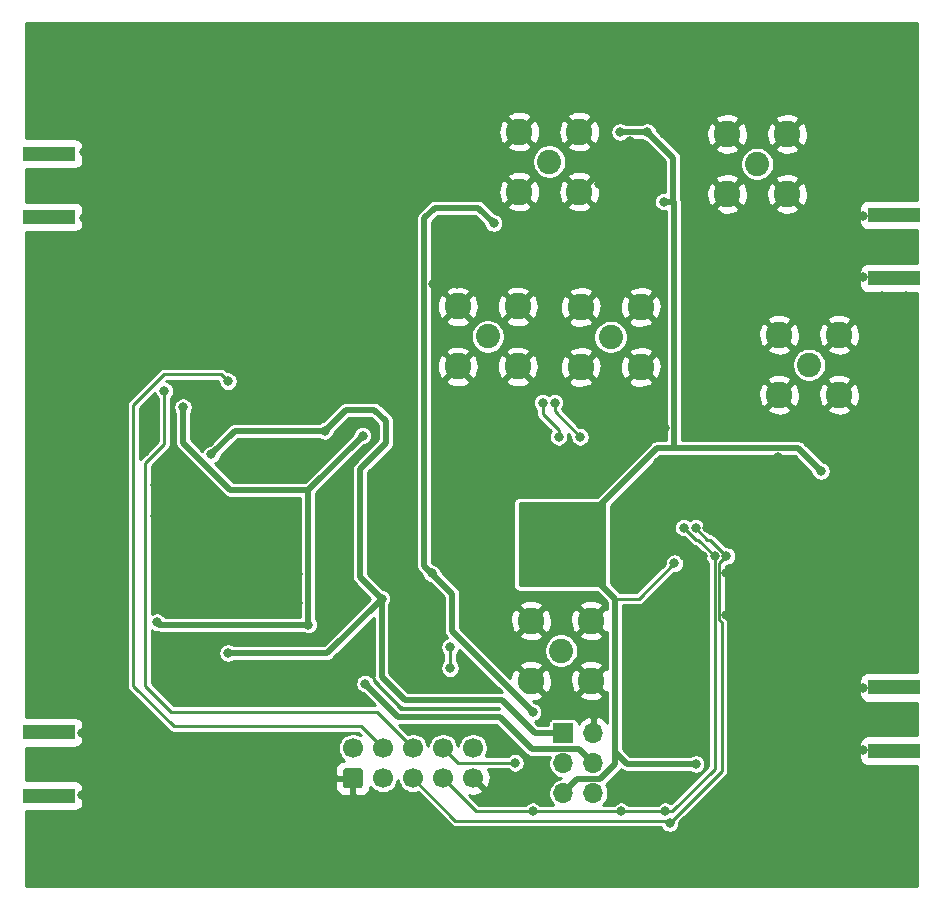
<source format=gbl>
G04 #@! TF.GenerationSoftware,KiCad,Pcbnew,5.1.9*
G04 #@! TF.CreationDate,2021-04-28T13:54:20+02:00*
G04 #@! TF.ProjectId,Radar,52616461-722e-46b6-9963-61645f706362,rev?*
G04 #@! TF.SameCoordinates,Original*
G04 #@! TF.FileFunction,Copper,L4,Bot*
G04 #@! TF.FilePolarity,Positive*
%FSLAX46Y46*%
G04 Gerber Fmt 4.6, Leading zero omitted, Abs format (unit mm)*
G04 Created by KiCad (PCBNEW 5.1.9) date 2021-04-28 13:54:20*
%MOMM*%
%LPD*%
G01*
G04 APERTURE LIST*
G04 #@! TA.AperFunction,SMDPad,CuDef*
%ADD10R,4.500000X1.300000*%
G04 #@! TD*
G04 #@! TA.AperFunction,ComponentPad*
%ADD11O,1.700000X1.700000*%
G04 #@! TD*
G04 #@! TA.AperFunction,ComponentPad*
%ADD12R,1.700000X1.700000*%
G04 #@! TD*
G04 #@! TA.AperFunction,ComponentPad*
%ADD13C,2.250000*%
G04 #@! TD*
G04 #@! TA.AperFunction,ComponentPad*
%ADD14C,2.050000*%
G04 #@! TD*
G04 #@! TA.AperFunction,ComponentPad*
%ADD15C,1.700000*%
G04 #@! TD*
G04 #@! TA.AperFunction,ViaPad*
%ADD16C,0.800000*%
G04 #@! TD*
G04 #@! TA.AperFunction,Conductor*
%ADD17C,0.500000*%
G04 #@! TD*
G04 #@! TA.AperFunction,Conductor*
%ADD18C,0.250000*%
G04 #@! TD*
G04 #@! TA.AperFunction,Conductor*
%ADD19C,0.254000*%
G04 #@! TD*
G04 #@! TA.AperFunction,Conductor*
%ADD20C,0.100000*%
G04 #@! TD*
G04 APERTURE END LIST*
D10*
X177950000Y-87475000D03*
X177950000Y-82125000D03*
X106450000Y-85925000D03*
X106450000Y-91275000D03*
X177950000Y-47475000D03*
X177950000Y-42125000D03*
X106450000Y-36925000D03*
X106450000Y-42275000D03*
D11*
X152540000Y-91080000D03*
X150000000Y-91080000D03*
X152540000Y-88540000D03*
X150000000Y-88540000D03*
X152540000Y-86000000D03*
D12*
X150000000Y-86000000D03*
D13*
X163860000Y-35260000D03*
X168940000Y-35260000D03*
X168940000Y-40340000D03*
X163860000Y-40340000D03*
D14*
X166400000Y-37800000D03*
D13*
X151340000Y-40140000D03*
X146260000Y-40140000D03*
X146260000Y-35060000D03*
X151340000Y-35060000D03*
D14*
X148800000Y-37600000D03*
D13*
X151460000Y-54990000D03*
X151460000Y-49910000D03*
X156540000Y-49910000D03*
X156540000Y-54990000D03*
D14*
X154000000Y-52450000D03*
D13*
X173340000Y-52260000D03*
X173340000Y-57340000D03*
X168260000Y-57340000D03*
X168260000Y-52260000D03*
D14*
X170800000Y-54800000D03*
D13*
X152340000Y-81540000D03*
X147260000Y-81540000D03*
X147260000Y-76460000D03*
X152340000Y-76460000D03*
D14*
X149800000Y-79000000D03*
D13*
X146140000Y-49870000D03*
X146140000Y-54950000D03*
X141060000Y-54950000D03*
X141060000Y-49870000D03*
D14*
X143600000Y-52410000D03*
D15*
X142340000Y-87260000D03*
X139800000Y-87260000D03*
X137260000Y-87260000D03*
X134720000Y-87260000D03*
X132180000Y-87260000D03*
X142340000Y-89800000D03*
X139800000Y-89800000D03*
X137260000Y-89800000D03*
X134720000Y-89800000D03*
G04 #@! TA.AperFunction,ComponentPad*
G36*
G01*
X132780000Y-90650000D02*
X131580000Y-90650000D01*
G75*
G02*
X131330000Y-90400000I0J250000D01*
G01*
X131330000Y-89200000D01*
G75*
G02*
X131580000Y-88950000I250000J0D01*
G01*
X132780000Y-88950000D01*
G75*
G02*
X133030000Y-89200000I0J-250000D01*
G01*
X133030000Y-90400000D01*
G75*
G02*
X132780000Y-90650000I-250000J0D01*
G01*
G37*
G04 #@! TD.AperFunction*
D16*
X141900000Y-45900000D03*
X140100000Y-44200000D03*
X155700000Y-45600000D03*
X154100000Y-44000000D03*
X166400000Y-85200000D03*
X167000000Y-84400000D03*
X170400000Y-70800000D03*
X169600000Y-70000000D03*
X135200000Y-50400000D03*
X127400000Y-69800000D03*
X123200000Y-56400000D03*
X132800000Y-56600000D03*
X136000000Y-62800000D03*
X119000000Y-64200000D03*
X114600000Y-62200000D03*
X112000000Y-71000000D03*
X138200000Y-82000000D03*
X129600000Y-81000000D03*
X139000000Y-74600000D03*
X120200000Y-60400000D03*
X162200000Y-68600000D03*
X161800000Y-71000000D03*
X160200000Y-71000000D03*
X165200000Y-71000000D03*
X143600000Y-64000000D03*
X140000000Y-64000000D03*
X142800000Y-67400000D03*
X143000000Y-65400000D03*
X109200000Y-86000000D03*
X109200000Y-91200000D03*
X175400000Y-82200000D03*
X175400000Y-87400000D03*
X175400000Y-42200000D03*
X175400000Y-47400000D03*
X124600000Y-82000000D03*
X111000000Y-78600000D03*
X117215000Y-81385000D03*
X124400000Y-87200000D03*
X165000000Y-94000000D03*
X158200000Y-85400000D03*
X154600000Y-69800000D03*
X154600000Y-63600000D03*
X154800000Y-60400000D03*
X158600000Y-60200000D03*
X165000000Y-60200000D03*
X171400000Y-60200000D03*
X175000000Y-60400000D03*
X175200000Y-69800000D03*
X175200000Y-75800000D03*
X171400000Y-91600000D03*
X175000000Y-91400000D03*
X154800000Y-73400000D03*
X155400000Y-84800000D03*
X109400000Y-42400000D03*
X109400000Y-36800000D03*
X160200000Y-72400000D03*
X160200000Y-76000000D03*
X163800000Y-76000000D03*
X163800000Y-72400000D03*
X165000000Y-91400000D03*
X140000000Y-69400000D03*
X160000000Y-67540000D03*
X163800000Y-67540000D03*
X163800000Y-63800000D03*
X160200000Y-63800000D03*
X169800000Y-50000000D03*
X146500000Y-62000000D03*
X154500000Y-62000000D03*
X150600000Y-64400000D03*
X156800000Y-42900000D03*
X156900000Y-46500000D03*
X144800000Y-46500000D03*
X148000000Y-46500000D03*
X143900000Y-45600000D03*
X144100000Y-38700000D03*
X142400000Y-38700000D03*
X140800000Y-36700000D03*
X154815000Y-39700000D03*
X156189990Y-39700000D03*
X157700000Y-38100000D03*
X155600000Y-35900000D03*
X153900000Y-35900000D03*
X161100000Y-49900000D03*
X161000000Y-56900000D03*
X153020000Y-39540000D03*
X168200000Y-62600000D03*
X152000000Y-46000000D03*
X152000000Y-43600000D03*
X133800000Y-67800000D03*
X107500000Y-97500000D03*
X110000000Y-97500000D03*
X112500000Y-97500000D03*
X115000000Y-97500000D03*
X117500000Y-97500000D03*
X120000000Y-97500000D03*
X122500000Y-97500000D03*
X127500000Y-97500000D03*
X125000000Y-97500000D03*
X130000000Y-97500000D03*
X132500000Y-97500000D03*
X137500000Y-97500000D03*
X135000000Y-97500000D03*
X140000000Y-97500000D03*
X142500000Y-97500000D03*
X145000000Y-97500000D03*
X147500000Y-97500000D03*
X150000000Y-97500000D03*
X152500000Y-97500000D03*
X155000000Y-97500000D03*
X157500000Y-97500000D03*
X160000000Y-97500000D03*
X162500000Y-97500000D03*
X165000000Y-97500000D03*
X167500000Y-97500000D03*
X170000000Y-97500000D03*
X172500000Y-97500000D03*
X175000000Y-97500000D03*
X177500000Y-97500000D03*
X177500000Y-95000000D03*
X175000000Y-95000000D03*
X172500000Y-95000000D03*
X170000000Y-95000000D03*
X167500000Y-95000000D03*
X157500000Y-95000000D03*
X155000000Y-95000000D03*
X152500000Y-95000000D03*
X150000000Y-95000000D03*
X150000000Y-95000000D03*
X147500000Y-95000000D03*
X145000000Y-95000000D03*
X142500000Y-95000000D03*
X137500000Y-95000000D03*
X140000000Y-95000000D03*
X132500000Y-95000000D03*
X135000000Y-95000000D03*
X130000000Y-95000000D03*
X127500000Y-95000000D03*
X125000000Y-95000000D03*
X120000000Y-95000000D03*
X122500000Y-95000000D03*
X117500000Y-95000000D03*
X112500000Y-95000000D03*
X110000000Y-95000000D03*
X107500000Y-95000000D03*
X115000000Y-95000000D03*
X112500000Y-92500000D03*
X115000000Y-92500000D03*
X110000000Y-92500000D03*
X117500000Y-92500000D03*
X120000000Y-92500000D03*
X125000000Y-92500000D03*
X122500000Y-92500000D03*
X127500000Y-92500000D03*
X130000000Y-92500000D03*
X130000000Y-90000000D03*
X127500000Y-90000000D03*
X125000000Y-90000000D03*
X120000000Y-90000000D03*
X122500000Y-90000000D03*
X117500000Y-90000000D03*
X112500000Y-90000000D03*
X115000000Y-90000000D03*
X132500000Y-92500000D03*
X167500000Y-92500000D03*
X170000000Y-92500000D03*
X172500000Y-92500000D03*
X175000000Y-92500000D03*
X177500000Y-92500000D03*
X177500000Y-90000000D03*
X170000000Y-87500000D03*
X165000000Y-87500000D03*
X172500000Y-87500000D03*
X127500000Y-87500000D03*
X130000000Y-87500000D03*
X177500000Y-80000000D03*
X177500000Y-77500000D03*
X177500000Y-75000000D03*
X177500000Y-72500000D03*
X177500000Y-70000000D03*
X177500000Y-67500000D03*
X177500000Y-65000000D03*
X177500000Y-62500000D03*
X177500000Y-60000000D03*
X177500000Y-57500000D03*
X177500000Y-55000000D03*
X177500000Y-52500000D03*
X177500000Y-50000000D03*
X177500000Y-40000000D03*
X177500000Y-37500000D03*
X177500000Y-35000000D03*
X177500000Y-32500000D03*
X177500000Y-30000000D03*
X177500000Y-27500000D03*
X110000000Y-27500000D03*
X107500000Y-27500000D03*
X112500000Y-27500000D03*
X115000000Y-27500000D03*
X120000000Y-27500000D03*
X122500000Y-27500000D03*
X117500000Y-27500000D03*
X125000000Y-27500000D03*
X130000000Y-27500000D03*
X137500000Y-27500000D03*
X132500000Y-27500000D03*
X135000000Y-27500000D03*
X127500000Y-27500000D03*
X140000000Y-27500000D03*
X142500000Y-27500000D03*
X145000000Y-27500000D03*
X147500000Y-27500000D03*
X150000000Y-27500000D03*
X155000000Y-27500000D03*
X157500000Y-27500000D03*
X152500000Y-27500000D03*
X152500000Y-30000000D03*
X155000000Y-30000000D03*
X157500000Y-30000000D03*
X160000000Y-27500000D03*
X165000000Y-27500000D03*
X162500000Y-27500000D03*
X167500000Y-27500000D03*
X172500000Y-27500000D03*
X175000000Y-27500000D03*
X170000000Y-27500000D03*
X175000000Y-30000000D03*
X172500000Y-30000000D03*
X170000000Y-30000000D03*
X165000000Y-30000000D03*
X162500000Y-30000000D03*
X160000000Y-30000000D03*
X167500000Y-30000000D03*
X175000000Y-32500000D03*
X175000000Y-35000000D03*
X175000000Y-37500000D03*
X175000000Y-40000000D03*
X172500000Y-40000000D03*
X172500000Y-37500000D03*
X172500000Y-35000000D03*
X172500000Y-32500000D03*
X170000000Y-32500000D03*
X167500000Y-32500000D03*
X165000000Y-32500000D03*
X162500000Y-32500000D03*
X160000000Y-32500000D03*
X160000000Y-35000000D03*
X157500000Y-32500000D03*
X155000000Y-32500000D03*
X152500000Y-32500000D03*
X150000000Y-32500000D03*
X150000000Y-30000000D03*
X147500000Y-30000000D03*
X147500000Y-32500000D03*
X145000000Y-32500000D03*
X145000000Y-30000000D03*
X142500000Y-30000000D03*
X142500000Y-32500000D03*
X142500000Y-35000000D03*
X140000000Y-35000000D03*
X140000000Y-32500000D03*
X140000000Y-30000000D03*
X137500000Y-32500000D03*
X137500000Y-35000000D03*
X137500000Y-37500000D03*
X137500000Y-30000000D03*
X135000000Y-37500000D03*
X135000000Y-35000000D03*
X135000000Y-32500000D03*
X135000000Y-30000000D03*
X132500000Y-30000000D03*
X132500000Y-32500000D03*
X132500000Y-35000000D03*
X132500000Y-37500000D03*
X130000000Y-37500000D03*
X130000000Y-35000000D03*
X130000000Y-35000000D03*
X130000000Y-32500000D03*
X130000000Y-30000000D03*
X127500000Y-30000000D03*
X127500000Y-32500000D03*
X127500000Y-35000000D03*
X127500000Y-37500000D03*
X125000000Y-37500000D03*
X125000000Y-35000000D03*
X125000000Y-32500000D03*
X125000000Y-32500000D03*
X125000000Y-30000000D03*
X122500000Y-32500000D03*
X122500000Y-35000000D03*
X122500000Y-37500000D03*
X120000000Y-37500000D03*
X120000000Y-35000000D03*
X120000000Y-35000000D03*
X120000000Y-32500000D03*
X117500000Y-30000000D03*
X117500000Y-32500000D03*
X117500000Y-35000000D03*
X117500000Y-37500000D03*
X115000000Y-37500000D03*
X115000000Y-35000000D03*
X115000000Y-32500000D03*
X112500000Y-30000000D03*
X112500000Y-32500000D03*
X112500000Y-35000000D03*
X112500000Y-37500000D03*
X110000000Y-35000000D03*
X110000000Y-32500000D03*
X110000000Y-30000000D03*
X107500000Y-32500000D03*
X107500000Y-35000000D03*
X112500000Y-42500000D03*
X115000000Y-42500000D03*
X120000000Y-42500000D03*
X122500000Y-42500000D03*
X117500000Y-42500000D03*
X122500000Y-42500000D03*
X125000000Y-42500000D03*
X130000000Y-42500000D03*
X132500000Y-42500000D03*
X135000000Y-42500000D03*
X135000000Y-45000000D03*
X130000000Y-45000000D03*
X127500000Y-45000000D03*
X127500000Y-42500000D03*
X132500000Y-45000000D03*
X125000000Y-45000000D03*
X115000000Y-45000000D03*
X117500000Y-45000000D03*
X120000000Y-45000000D03*
X122500000Y-45000000D03*
X112500000Y-45000000D03*
X110000000Y-45000000D03*
X107500000Y-45000000D03*
X107500000Y-47500000D03*
X110000000Y-47500000D03*
X112500000Y-47500000D03*
X115000000Y-47500000D03*
X117500000Y-47500000D03*
X120000000Y-47500000D03*
X122500000Y-47500000D03*
X125000000Y-47500000D03*
X127500000Y-47500000D03*
X130000000Y-47500000D03*
X132500000Y-47500000D03*
X135000000Y-47500000D03*
X130000000Y-50000000D03*
X127500000Y-50000000D03*
X125000000Y-50000000D03*
X122500000Y-50000000D03*
X117500000Y-50000000D03*
X120000000Y-50000000D03*
X115000000Y-50000000D03*
X112500000Y-50000000D03*
X107500000Y-50000000D03*
X107500000Y-52500000D03*
X110000000Y-52500000D03*
X110000000Y-50000000D03*
X112500000Y-52500000D03*
X115000000Y-52500000D03*
X117500000Y-52500000D03*
X120000000Y-52500000D03*
X122500000Y-52500000D03*
X125000000Y-52500000D03*
X127500000Y-52500000D03*
X130000000Y-52500000D03*
X132500000Y-52500000D03*
X135000000Y-52500000D03*
X135000000Y-52500000D03*
X107500000Y-82500000D03*
X107500000Y-80000000D03*
X107500000Y-77500000D03*
X107500000Y-75000000D03*
X107500000Y-72500000D03*
X107500000Y-70000000D03*
X107500000Y-67500000D03*
X107500000Y-65000000D03*
X107500000Y-62500000D03*
X107500000Y-60000000D03*
X107500000Y-57500000D03*
X107500000Y-55000000D03*
X110000000Y-55000000D03*
X110000000Y-57500000D03*
X110000000Y-62500000D03*
X110000000Y-65000000D03*
X110000000Y-60000000D03*
X110000000Y-70000000D03*
X110000000Y-67500000D03*
X110000000Y-72500000D03*
X110000000Y-75000000D03*
X110000000Y-77500000D03*
X110000000Y-80000000D03*
X110000000Y-82500000D03*
X112500000Y-82500000D03*
X112500000Y-85000000D03*
X110000000Y-85000000D03*
X112500000Y-87500000D03*
X110000000Y-87500000D03*
X115000000Y-87500000D03*
X112500000Y-55000000D03*
X115000000Y-55000000D03*
X112500000Y-57500000D03*
X122500000Y-55000000D03*
X125000000Y-55000000D03*
X127500000Y-55000000D03*
X140000000Y-57500000D03*
X140000000Y-65000000D03*
X142500000Y-77500000D03*
X142500000Y-75000000D03*
X142000000Y-81000000D03*
X112500000Y-65000000D03*
X112500000Y-62500000D03*
X112500000Y-67500000D03*
X117500000Y-67500000D03*
X117500000Y-65000000D03*
X120000000Y-70000000D03*
X122500000Y-70000000D03*
X125000000Y-70000000D03*
X125000000Y-72500000D03*
X127500000Y-72500000D03*
X127500000Y-75000000D03*
X130000000Y-75000000D03*
X127500000Y-82500000D03*
X122500000Y-30000000D03*
X120000000Y-30000000D03*
X115000000Y-30000000D03*
X107500000Y-30000000D03*
X115400000Y-67600000D03*
X115400000Y-65000000D03*
X165000000Y-81000000D03*
X167000000Y-81000000D03*
X169000000Y-81000000D03*
X171000000Y-81000000D03*
X165000000Y-79000000D03*
X165000000Y-77000000D03*
X167000000Y-79000000D03*
X167000000Y-77000000D03*
X169000000Y-77000000D03*
X169000000Y-79000000D03*
X171000000Y-79000000D03*
X171000000Y-77000000D03*
X158000000Y-81000000D03*
X159000000Y-82000000D03*
X159000000Y-84000000D03*
X158000000Y-77000000D03*
X159000000Y-77000000D03*
X167000000Y-70000000D03*
X167000000Y-68000000D03*
X167000000Y-72000000D03*
X149000000Y-83000000D03*
X151000000Y-83000000D03*
X135000000Y-72000000D03*
X135000000Y-68000000D03*
X174000000Y-48000000D03*
X172000000Y-48000000D03*
X167000000Y-48000000D03*
X165000000Y-48000000D03*
X165000000Y-50000000D03*
X165000000Y-52000000D03*
X166000000Y-53000000D03*
X168000000Y-49000000D03*
X171000000Y-49000000D03*
X175000000Y-49000000D03*
X177000000Y-49000000D03*
X174000000Y-42000000D03*
X172000000Y-42000000D03*
X156000000Y-52000000D03*
X158000000Y-52000000D03*
X152000000Y-52000000D03*
X150000000Y-52000000D03*
X154000000Y-57000000D03*
X156000000Y-57000000D03*
X152000000Y-57000000D03*
X150000000Y-57000000D03*
X139000000Y-48000000D03*
X141000000Y-48000000D03*
X143000000Y-48000000D03*
X145000000Y-48000000D03*
X147000000Y-48000000D03*
X170000000Y-42000000D03*
X167000000Y-42000000D03*
X165000000Y-42000000D03*
X166000000Y-63000000D03*
X167000000Y-63000000D03*
X158000000Y-63000000D03*
X179000000Y-49000000D03*
X163000000Y-42000000D03*
X129800000Y-60400000D03*
X120200000Y-62400000D03*
X134600000Y-74600000D03*
X121600000Y-79215000D03*
X133000000Y-60800000D03*
X117800000Y-58400000D03*
X128400000Y-76800000D03*
X115600000Y-76600000D03*
X133200000Y-81800000D03*
X152800000Y-73000000D03*
X152800000Y-71000000D03*
X152800000Y-69000000D03*
X152800000Y-67000000D03*
X146800000Y-67000000D03*
X148800000Y-67000000D03*
X146800000Y-69000000D03*
X148800000Y-69000000D03*
X146800000Y-71000000D03*
X146800000Y-73000000D03*
X148800000Y-73000000D03*
X148800000Y-71000000D03*
X150800000Y-67000000D03*
X150800000Y-73000000D03*
X161200000Y-88600000D03*
X159400000Y-71600000D03*
X157100000Y-35100000D03*
X154800000Y-35100000D03*
X158500000Y-41000000D03*
X171800000Y-63800000D03*
X163800000Y-71000000D03*
X161200000Y-68600000D03*
X159000000Y-93600000D03*
X162800000Y-71000000D03*
X160200000Y-68600000D03*
X158600000Y-92600000D03*
X147400000Y-92600000D03*
X154900000Y-92600000D03*
X147400000Y-84200000D03*
X144100000Y-42800000D03*
X138862500Y-72462500D03*
X148250000Y-58000000D03*
X149600000Y-60900000D03*
X149250000Y-58000000D03*
X151400000Y-60900000D03*
X121600000Y-56200000D03*
X145900000Y-88500000D03*
X116200000Y-57000000D03*
X140400000Y-80500000D03*
X140400000Y-78700000D03*
D17*
X122200000Y-60400000D02*
X120200000Y-62400000D01*
X129800000Y-60400000D02*
X122200000Y-60400000D01*
X129985000Y-79215000D02*
X121600000Y-79215000D01*
X134600000Y-74600000D02*
X129985000Y-79215000D01*
X131600000Y-58600000D02*
X129800000Y-60400000D01*
X134000000Y-58600000D02*
X131600000Y-58600000D01*
X135000000Y-61400000D02*
X135000000Y-59600000D01*
X135000000Y-59600000D02*
X134000000Y-58600000D01*
X132800000Y-63600000D02*
X135000000Y-61400000D01*
X132800000Y-72800000D02*
X132800000Y-63600000D01*
X134600000Y-74600000D02*
X132800000Y-72800000D01*
X147600000Y-86000000D02*
X150000000Y-86000000D01*
X144800000Y-83200000D02*
X147600000Y-86000000D01*
X136600000Y-83200000D02*
X144800000Y-83200000D01*
X134600000Y-81200000D02*
X136600000Y-83200000D01*
X134600000Y-74600000D02*
X134600000Y-81200000D01*
X115800000Y-76800000D02*
X115600000Y-76600000D01*
X128400000Y-76800000D02*
X115800000Y-76800000D01*
X128400000Y-65400000D02*
X133000000Y-60800000D01*
X128400000Y-76800000D02*
X128400000Y-65400000D01*
X117800000Y-61400000D02*
X117800000Y-58400000D01*
X121800000Y-65400000D02*
X117800000Y-61400000D01*
X128400000Y-65400000D02*
X121800000Y-65400000D01*
X133200000Y-81800000D02*
X136000000Y-84600000D01*
X136000000Y-84600000D02*
X144600000Y-84600000D01*
X151349999Y-87349999D02*
X152540000Y-88540000D01*
X147349999Y-87349999D02*
X151349999Y-87349999D01*
X144600000Y-84600000D02*
X147349999Y-87349999D01*
X154400000Y-74600000D02*
X152800000Y-73000000D01*
X155400000Y-88600000D02*
X154400000Y-87600000D01*
X154400000Y-87600000D02*
X154400000Y-74600000D01*
X161200000Y-88600000D02*
X155400000Y-88600000D01*
X153000000Y-66800000D02*
X152800000Y-67000000D01*
X153110001Y-89889999D02*
X151190001Y-89889999D01*
X151190001Y-89889999D02*
X150000000Y-91080000D01*
X154400000Y-88600000D02*
X153110001Y-89889999D01*
X154400000Y-87600000D02*
X154400000Y-88600000D01*
D18*
X156400000Y-74600000D02*
X154400000Y-74600000D01*
X159400000Y-71600000D02*
X156400000Y-74600000D01*
D17*
X154800000Y-35100000D02*
X157100000Y-35100000D01*
X159100000Y-37100000D02*
X157100000Y-35100000D01*
X159300000Y-37300000D02*
X159100000Y-37100000D01*
X159300000Y-41000000D02*
X159300000Y-37300000D01*
X158500000Y-41000000D02*
X159300000Y-41000000D01*
X159340001Y-41040001D02*
X159300000Y-41000000D01*
X169859999Y-61859999D02*
X159340001Y-61859999D01*
X171800000Y-63800000D02*
X169859999Y-61859999D01*
X159340001Y-61859999D02*
X159340001Y-41040001D01*
X157940001Y-61859999D02*
X152800000Y-67000000D01*
X159340001Y-61859999D02*
X157940001Y-61859999D01*
D18*
X163800000Y-71000000D02*
X162400000Y-69600000D01*
X162200000Y-69600000D02*
X161200000Y-68600000D01*
X162400000Y-69600000D02*
X162200000Y-69600000D01*
X140860000Y-93400000D02*
X159000000Y-93400000D01*
X137260000Y-89800000D02*
X140860000Y-93400000D01*
X159000000Y-93600000D02*
X159000000Y-93400000D01*
X163184999Y-71615001D02*
X163184999Y-76384999D01*
X163800000Y-71000000D02*
X163184999Y-71615001D01*
X163184999Y-76384999D02*
X163400000Y-76600000D01*
X163400000Y-89200000D02*
X159000000Y-93600000D01*
X163400000Y-76600000D02*
X163400000Y-89200000D01*
X162800000Y-71000000D02*
X161400000Y-69600000D01*
X161200000Y-69600000D02*
X160200000Y-68600000D01*
X161400000Y-69600000D02*
X161200000Y-69600000D01*
X142600000Y-92600000D02*
X139800000Y-89800000D01*
X158600000Y-92600000D02*
X154900000Y-92600000D01*
X162800000Y-89000000D02*
X159200000Y-92600000D01*
X162800000Y-71000000D02*
X162800000Y-89000000D01*
X159200000Y-92600000D02*
X158600000Y-92600000D01*
X147400000Y-92600000D02*
X142600000Y-92600000D01*
X154900000Y-92600000D02*
X147400000Y-92600000D01*
D17*
X147400000Y-84200000D02*
X140584990Y-77384990D01*
X140584990Y-77384990D02*
X140584990Y-74200000D01*
X138200000Y-71815010D02*
X140584990Y-74200000D01*
X139100000Y-41500000D02*
X138200000Y-42400000D01*
X138200000Y-42400000D02*
X138200000Y-71815010D01*
X142800000Y-41500000D02*
X139100000Y-41500000D01*
X144100000Y-42800000D02*
X142800000Y-41500000D01*
D18*
X149600000Y-60300000D02*
X149600000Y-60900000D01*
X148250000Y-58950000D02*
X149600000Y-60300000D01*
X148250000Y-58000000D02*
X148250000Y-58950000D01*
X149250000Y-58750000D02*
X151400000Y-60900000D01*
X149250000Y-58000000D02*
X149250000Y-58750000D01*
X134720000Y-87260000D02*
X132860000Y-85400000D01*
X121600000Y-56200000D02*
X121000000Y-55600000D01*
X121000000Y-55600000D02*
X116200000Y-55600000D01*
X116200000Y-55600000D02*
X113600000Y-58200000D01*
X113600000Y-82000000D02*
X117000000Y-85400000D01*
X113600000Y-58200000D02*
X113600000Y-82000000D01*
X132860000Y-85400000D02*
X117000000Y-85400000D01*
X141040000Y-88500000D02*
X139800000Y-87260000D01*
X145900000Y-88500000D02*
X141040000Y-88500000D01*
X114600000Y-63110202D02*
X116200000Y-61510202D01*
X116200000Y-61510202D02*
X116200000Y-57000000D01*
X114600000Y-82000000D02*
X114600000Y-63110202D01*
X116800000Y-84200000D02*
X114600000Y-82000000D01*
X134200000Y-84200000D02*
X116800000Y-84200000D01*
X137260000Y-87260000D02*
X134200000Y-84200000D01*
X140400000Y-80500000D02*
X140400000Y-78700000D01*
D19*
X153473000Y-73473000D02*
X146327000Y-73473000D01*
X146327000Y-66527000D01*
X153473000Y-66527000D01*
X153473000Y-73473000D01*
G04 #@! TA.AperFunction,Conductor*
D20*
G36*
X153473000Y-73473000D02*
G01*
X146327000Y-73473000D01*
X146327000Y-66527000D01*
X153473000Y-66527000D01*
X153473000Y-73473000D01*
G37*
G04 #@! TD.AperFunction*
D19*
X179923000Y-40836928D02*
X175700000Y-40836928D01*
X175575518Y-40849188D01*
X175455820Y-40885498D01*
X175345506Y-40944463D01*
X175248815Y-41023815D01*
X175169463Y-41120506D01*
X175110498Y-41230820D01*
X175074188Y-41350518D01*
X175061928Y-41475000D01*
X175061928Y-42775000D01*
X175074188Y-42899482D01*
X175110498Y-43019180D01*
X175169463Y-43129494D01*
X175248815Y-43226185D01*
X175345506Y-43305537D01*
X175455820Y-43364502D01*
X175575518Y-43400812D01*
X175700000Y-43413072D01*
X179923000Y-43413072D01*
X179923000Y-46186928D01*
X175700000Y-46186928D01*
X175575518Y-46199188D01*
X175455820Y-46235498D01*
X175345506Y-46294463D01*
X175248815Y-46373815D01*
X175169463Y-46470506D01*
X175110498Y-46580820D01*
X175074188Y-46700518D01*
X175061928Y-46825000D01*
X175061928Y-48125000D01*
X175074188Y-48249482D01*
X175110498Y-48369180D01*
X175169463Y-48479494D01*
X175248815Y-48576185D01*
X175345506Y-48655537D01*
X175455820Y-48714502D01*
X175575518Y-48750812D01*
X175700000Y-48763072D01*
X179923000Y-48763072D01*
X179923001Y-80836928D01*
X175700000Y-80836928D01*
X175575518Y-80849188D01*
X175455820Y-80885498D01*
X175345506Y-80944463D01*
X175248815Y-81023815D01*
X175169463Y-81120506D01*
X175110498Y-81230820D01*
X175074188Y-81350518D01*
X175061928Y-81475000D01*
X175061928Y-82775000D01*
X175074188Y-82899482D01*
X175110498Y-83019180D01*
X175169463Y-83129494D01*
X175248815Y-83226185D01*
X175345506Y-83305537D01*
X175455820Y-83364502D01*
X175575518Y-83400812D01*
X175700000Y-83413072D01*
X179923001Y-83413072D01*
X179923001Y-86186928D01*
X175700000Y-86186928D01*
X175575518Y-86199188D01*
X175455820Y-86235498D01*
X175345506Y-86294463D01*
X175248815Y-86373815D01*
X175169463Y-86470506D01*
X175110498Y-86580820D01*
X175074188Y-86700518D01*
X175061928Y-86825000D01*
X175061928Y-88125000D01*
X175074188Y-88249482D01*
X175110498Y-88369180D01*
X175169463Y-88479494D01*
X175248815Y-88576185D01*
X175345506Y-88655537D01*
X175455820Y-88714502D01*
X175575518Y-88750812D01*
X175700000Y-88763072D01*
X179923001Y-88763072D01*
X179923001Y-98923000D01*
X104477000Y-98923000D01*
X104477000Y-92563072D01*
X108700000Y-92563072D01*
X108824482Y-92550812D01*
X108944180Y-92514502D01*
X109054494Y-92455537D01*
X109151185Y-92376185D01*
X109230537Y-92279494D01*
X109289502Y-92169180D01*
X109325812Y-92049482D01*
X109338072Y-91925000D01*
X109338072Y-90650000D01*
X130691928Y-90650000D01*
X130704188Y-90774482D01*
X130740498Y-90894180D01*
X130799463Y-91004494D01*
X130878815Y-91101185D01*
X130975506Y-91180537D01*
X131085820Y-91239502D01*
X131205518Y-91275812D01*
X131330000Y-91288072D01*
X131894250Y-91285000D01*
X132053000Y-91126250D01*
X132053000Y-89927000D01*
X130853750Y-89927000D01*
X130695000Y-90085750D01*
X130691928Y-90650000D01*
X109338072Y-90650000D01*
X109338072Y-90625000D01*
X109325812Y-90500518D01*
X109289502Y-90380820D01*
X109230537Y-90270506D01*
X109151185Y-90173815D01*
X109054494Y-90094463D01*
X108944180Y-90035498D01*
X108824482Y-89999188D01*
X108700000Y-89986928D01*
X104477000Y-89986928D01*
X104477000Y-87213072D01*
X108700000Y-87213072D01*
X108824482Y-87200812D01*
X108944180Y-87164502D01*
X109054494Y-87105537D01*
X109151185Y-87026185D01*
X109230537Y-86929494D01*
X109289502Y-86819180D01*
X109325812Y-86699482D01*
X109338072Y-86575000D01*
X109338072Y-85275000D01*
X109325812Y-85150518D01*
X109289502Y-85030820D01*
X109230537Y-84920506D01*
X109151185Y-84823815D01*
X109054494Y-84744463D01*
X108944180Y-84685498D01*
X108824482Y-84649188D01*
X108700000Y-84636928D01*
X104477000Y-84636928D01*
X104477000Y-58200000D01*
X113045330Y-58200000D01*
X113048000Y-58227106D01*
X113048001Y-81972884D01*
X113045330Y-82000000D01*
X113055989Y-82108210D01*
X113087552Y-82212262D01*
X113138809Y-82308157D01*
X113138810Y-82308158D01*
X113207790Y-82392211D01*
X113228852Y-82409496D01*
X116590507Y-85771153D01*
X116607789Y-85792211D01*
X116691842Y-85861191D01*
X116787737Y-85912448D01*
X116891789Y-85944012D01*
X116972891Y-85952000D01*
X116972893Y-85952000D01*
X116999999Y-85954670D01*
X117027105Y-85952000D01*
X132631356Y-85952000D01*
X132853617Y-86174262D01*
X132784886Y-86128337D01*
X132552487Y-86032074D01*
X132305774Y-85983000D01*
X132054226Y-85983000D01*
X131807513Y-86032074D01*
X131575114Y-86128337D01*
X131365960Y-86268089D01*
X131188089Y-86445960D01*
X131048337Y-86655114D01*
X130952074Y-86887513D01*
X130903000Y-87134226D01*
X130903000Y-87385774D01*
X130952074Y-87632487D01*
X131048337Y-87864886D01*
X131188089Y-88074040D01*
X131365960Y-88251911D01*
X131456815Y-88312618D01*
X131330000Y-88311928D01*
X131205518Y-88324188D01*
X131085820Y-88360498D01*
X130975506Y-88419463D01*
X130878815Y-88498815D01*
X130799463Y-88595506D01*
X130740498Y-88705820D01*
X130704188Y-88825518D01*
X130691928Y-88950000D01*
X130695000Y-89514250D01*
X130853750Y-89673000D01*
X132053000Y-89673000D01*
X132053000Y-89653000D01*
X132307000Y-89653000D01*
X132307000Y-89673000D01*
X132327000Y-89673000D01*
X132327000Y-89927000D01*
X132307000Y-89927000D01*
X132307000Y-91126250D01*
X132465750Y-91285000D01*
X133030000Y-91288072D01*
X133154482Y-91275812D01*
X133274180Y-91239502D01*
X133384494Y-91180537D01*
X133481185Y-91101185D01*
X133560537Y-91004494D01*
X133619502Y-90894180D01*
X133655812Y-90774482D01*
X133668072Y-90650000D01*
X133667382Y-90523185D01*
X133728089Y-90614040D01*
X133905960Y-90791911D01*
X134115114Y-90931663D01*
X134347513Y-91027926D01*
X134594226Y-91077000D01*
X134845774Y-91077000D01*
X135092487Y-91027926D01*
X135324886Y-90931663D01*
X135534040Y-90791911D01*
X135711911Y-90614040D01*
X135851663Y-90404886D01*
X135947926Y-90172487D01*
X135990000Y-89960966D01*
X136032074Y-90172487D01*
X136128337Y-90404886D01*
X136268089Y-90614040D01*
X136445960Y-90791911D01*
X136655114Y-90931663D01*
X136887513Y-91027926D01*
X137134226Y-91077000D01*
X137385774Y-91077000D01*
X137632487Y-91027926D01*
X137685375Y-91006019D01*
X140450508Y-93771154D01*
X140467789Y-93792211D01*
X140488845Y-93809491D01*
X140488846Y-93809492D01*
X140551842Y-93861191D01*
X140647737Y-93912448D01*
X140751789Y-93944012D01*
X140860000Y-93954670D01*
X140887108Y-93952000D01*
X158250666Y-93952000D01*
X158267123Y-93991731D01*
X158357628Y-94127181D01*
X158472819Y-94242372D01*
X158608269Y-94332877D01*
X158758773Y-94395218D01*
X158918548Y-94427000D01*
X159081452Y-94427000D01*
X159241227Y-94395218D01*
X159391731Y-94332877D01*
X159527181Y-94242372D01*
X159642372Y-94127181D01*
X159732877Y-93991731D01*
X159795218Y-93841227D01*
X159827000Y-93681452D01*
X159827000Y-93553644D01*
X163771154Y-89609492D01*
X163792211Y-89592211D01*
X163861191Y-89508158D01*
X163912448Y-89412263D01*
X163944012Y-89308211D01*
X163952000Y-89227109D01*
X163954670Y-89200000D01*
X163952000Y-89172892D01*
X163952000Y-76627097D01*
X163954669Y-76599999D01*
X163952000Y-76572901D01*
X163952000Y-76572891D01*
X163944012Y-76491789D01*
X163912448Y-76387737D01*
X163861191Y-76291842D01*
X163792211Y-76207789D01*
X163771148Y-76190503D01*
X163736999Y-76156354D01*
X163736999Y-71843646D01*
X163753645Y-71827000D01*
X163881452Y-71827000D01*
X164041227Y-71795218D01*
X164191731Y-71732877D01*
X164327181Y-71642372D01*
X164442372Y-71527181D01*
X164532877Y-71391731D01*
X164595218Y-71241227D01*
X164627000Y-71081452D01*
X164627000Y-70918548D01*
X164595218Y-70758773D01*
X164532877Y-70608269D01*
X164442372Y-70472819D01*
X164327181Y-70357628D01*
X164191731Y-70267123D01*
X164041227Y-70204782D01*
X163881452Y-70173000D01*
X163753645Y-70173000D01*
X162809500Y-69228856D01*
X162792211Y-69207789D01*
X162708158Y-69138809D01*
X162612263Y-69087552D01*
X162508211Y-69055988D01*
X162428814Y-69048168D01*
X162027000Y-68646355D01*
X162027000Y-68518548D01*
X161995218Y-68358773D01*
X161932877Y-68208269D01*
X161842372Y-68072819D01*
X161727181Y-67957628D01*
X161591731Y-67867123D01*
X161441227Y-67804782D01*
X161281452Y-67773000D01*
X161118548Y-67773000D01*
X160958773Y-67804782D01*
X160808269Y-67867123D01*
X160700000Y-67939466D01*
X160591731Y-67867123D01*
X160441227Y-67804782D01*
X160281452Y-67773000D01*
X160118548Y-67773000D01*
X159958773Y-67804782D01*
X159808269Y-67867123D01*
X159672819Y-67957628D01*
X159557628Y-68072819D01*
X159467123Y-68208269D01*
X159404782Y-68358773D01*
X159373000Y-68518548D01*
X159373000Y-68681452D01*
X159404782Y-68841227D01*
X159467123Y-68991731D01*
X159557628Y-69127181D01*
X159672819Y-69242372D01*
X159808269Y-69332877D01*
X159958773Y-69395218D01*
X160118548Y-69427000D01*
X160246355Y-69427000D01*
X160790507Y-69971153D01*
X160807789Y-69992211D01*
X160828845Y-70009491D01*
X160828846Y-70009492D01*
X160891842Y-70061191D01*
X160987737Y-70112448D01*
X161091789Y-70144012D01*
X161171188Y-70151832D01*
X161973000Y-70953645D01*
X161973000Y-71081452D01*
X162004782Y-71241227D01*
X162067123Y-71391731D01*
X162157628Y-71527181D01*
X162248000Y-71617553D01*
X162248001Y-88771353D01*
X159087945Y-91931411D01*
X158991731Y-91867123D01*
X158841227Y-91804782D01*
X158681452Y-91773000D01*
X158518548Y-91773000D01*
X158358773Y-91804782D01*
X158208269Y-91867123D01*
X158072819Y-91957628D01*
X157982447Y-92048000D01*
X155517553Y-92048000D01*
X155427181Y-91957628D01*
X155291731Y-91867123D01*
X155141227Y-91804782D01*
X154981452Y-91773000D01*
X154818548Y-91773000D01*
X154658773Y-91804782D01*
X154508269Y-91867123D01*
X154372819Y-91957628D01*
X154282447Y-92048000D01*
X153377951Y-92048000D01*
X153531911Y-91894040D01*
X153671663Y-91684886D01*
X153767926Y-91452487D01*
X153817000Y-91205774D01*
X153817000Y-90954226D01*
X153767926Y-90707513D01*
X153671663Y-90475114D01*
X153597139Y-90363580D01*
X153612227Y-90345195D01*
X154855196Y-89102226D01*
X154881027Y-89081027D01*
X154900000Y-89057908D01*
X154918973Y-89081027D01*
X154944799Y-89102222D01*
X154944801Y-89102224D01*
X155022059Y-89165628D01*
X155139670Y-89228492D01*
X155267285Y-89267204D01*
X155400000Y-89280275D01*
X155433252Y-89277000D01*
X160724643Y-89277000D01*
X160808269Y-89332877D01*
X160958773Y-89395218D01*
X161118548Y-89427000D01*
X161281452Y-89427000D01*
X161441227Y-89395218D01*
X161591731Y-89332877D01*
X161727181Y-89242372D01*
X161842372Y-89127181D01*
X161932877Y-88991731D01*
X161995218Y-88841227D01*
X162027000Y-88681452D01*
X162027000Y-88518548D01*
X161995218Y-88358773D01*
X161932877Y-88208269D01*
X161842372Y-88072819D01*
X161727181Y-87957628D01*
X161591731Y-87867123D01*
X161441227Y-87804782D01*
X161281452Y-87773000D01*
X161118548Y-87773000D01*
X160958773Y-87804782D01*
X160808269Y-87867123D01*
X160724643Y-87923000D01*
X155680423Y-87923000D01*
X155077000Y-87319578D01*
X155077000Y-75152000D01*
X156372894Y-75152000D01*
X156400000Y-75154670D01*
X156427106Y-75152000D01*
X156427109Y-75152000D01*
X156508211Y-75144012D01*
X156612263Y-75112448D01*
X156708158Y-75061191D01*
X156792211Y-74992211D01*
X156809501Y-74971144D01*
X159353646Y-72427000D01*
X159481452Y-72427000D01*
X159641227Y-72395218D01*
X159791731Y-72332877D01*
X159927181Y-72242372D01*
X160042372Y-72127181D01*
X160132877Y-71991731D01*
X160195218Y-71841227D01*
X160227000Y-71681452D01*
X160227000Y-71518548D01*
X160195218Y-71358773D01*
X160132877Y-71208269D01*
X160042372Y-71072819D01*
X159927181Y-70957628D01*
X159791731Y-70867123D01*
X159641227Y-70804782D01*
X159481452Y-70773000D01*
X159318548Y-70773000D01*
X159158773Y-70804782D01*
X159008269Y-70867123D01*
X158872819Y-70957628D01*
X158757628Y-71072819D01*
X158667123Y-71208269D01*
X158604782Y-71358773D01*
X158573000Y-71518548D01*
X158573000Y-71646354D01*
X156171356Y-74048000D01*
X154805423Y-74048000D01*
X154027000Y-73269578D01*
X154027000Y-66730422D01*
X158220423Y-62536999D01*
X159306749Y-62536999D01*
X159340001Y-62540274D01*
X159373253Y-62536999D01*
X169579577Y-62536999D01*
X170985160Y-63942583D01*
X171004782Y-64041227D01*
X171067123Y-64191731D01*
X171157628Y-64327181D01*
X171272819Y-64442372D01*
X171408269Y-64532877D01*
X171558773Y-64595218D01*
X171718548Y-64627000D01*
X171881452Y-64627000D01*
X172041227Y-64595218D01*
X172191731Y-64532877D01*
X172327181Y-64442372D01*
X172442372Y-64327181D01*
X172532877Y-64191731D01*
X172595218Y-64041227D01*
X172627000Y-63881452D01*
X172627000Y-63718548D01*
X172595218Y-63558773D01*
X172532877Y-63408269D01*
X172442372Y-63272819D01*
X172327181Y-63157628D01*
X172191731Y-63067123D01*
X172041227Y-63004782D01*
X171942583Y-62985160D01*
X170362225Y-61404803D01*
X170341026Y-61378972D01*
X170237940Y-61294371D01*
X170120329Y-61231507D01*
X169992714Y-61192795D01*
X169893251Y-61182999D01*
X169893244Y-61182999D01*
X169859999Y-61179725D01*
X169826754Y-61182999D01*
X160017001Y-61182999D01*
X160017001Y-58564531D01*
X167215074Y-58564531D01*
X167325921Y-58841714D01*
X167636840Y-58995089D01*
X167971705Y-59084860D01*
X168317650Y-59107576D01*
X168661380Y-59062366D01*
X168989685Y-58950966D01*
X169194079Y-58841714D01*
X169304926Y-58564531D01*
X172295074Y-58564531D01*
X172405921Y-58841714D01*
X172716840Y-58995089D01*
X173051705Y-59084860D01*
X173397650Y-59107576D01*
X173741380Y-59062366D01*
X174069685Y-58950966D01*
X174274079Y-58841714D01*
X174384926Y-58564531D01*
X173340000Y-57519605D01*
X172295074Y-58564531D01*
X169304926Y-58564531D01*
X168260000Y-57519605D01*
X167215074Y-58564531D01*
X160017001Y-58564531D01*
X160017001Y-57397650D01*
X166492424Y-57397650D01*
X166537634Y-57741380D01*
X166649034Y-58069685D01*
X166758286Y-58274079D01*
X167035469Y-58384926D01*
X168080395Y-57340000D01*
X168439605Y-57340000D01*
X169484531Y-58384926D01*
X169761714Y-58274079D01*
X169915089Y-57963160D01*
X170004860Y-57628295D01*
X170020004Y-57397650D01*
X171572424Y-57397650D01*
X171617634Y-57741380D01*
X171729034Y-58069685D01*
X171838286Y-58274079D01*
X172115469Y-58384926D01*
X173160395Y-57340000D01*
X173519605Y-57340000D01*
X174564531Y-58384926D01*
X174841714Y-58274079D01*
X174995089Y-57963160D01*
X175084860Y-57628295D01*
X175107576Y-57282350D01*
X175062366Y-56938620D01*
X174950966Y-56610315D01*
X174841714Y-56405921D01*
X174564531Y-56295074D01*
X173519605Y-57340000D01*
X173160395Y-57340000D01*
X172115469Y-56295074D01*
X171838286Y-56405921D01*
X171684911Y-56716840D01*
X171595140Y-57051705D01*
X171572424Y-57397650D01*
X170020004Y-57397650D01*
X170027576Y-57282350D01*
X169982366Y-56938620D01*
X169870966Y-56610315D01*
X169761714Y-56405921D01*
X169484531Y-56295074D01*
X168439605Y-57340000D01*
X168080395Y-57340000D01*
X167035469Y-56295074D01*
X166758286Y-56405921D01*
X166604911Y-56716840D01*
X166515140Y-57051705D01*
X166492424Y-57397650D01*
X160017001Y-57397650D01*
X160017001Y-56115469D01*
X167215074Y-56115469D01*
X168260000Y-57160395D01*
X169304926Y-56115469D01*
X169194079Y-55838286D01*
X168883160Y-55684911D01*
X168548295Y-55595140D01*
X168202350Y-55572424D01*
X167858620Y-55617634D01*
X167530315Y-55729034D01*
X167325921Y-55838286D01*
X167215074Y-56115469D01*
X160017001Y-56115469D01*
X160017001Y-54656990D01*
X169348000Y-54656990D01*
X169348000Y-54943010D01*
X169403799Y-55223533D01*
X169513254Y-55487780D01*
X169672158Y-55725596D01*
X169874404Y-55927842D01*
X170112220Y-56086746D01*
X170376467Y-56196201D01*
X170656990Y-56252000D01*
X170943010Y-56252000D01*
X171223533Y-56196201D01*
X171418436Y-56115469D01*
X172295074Y-56115469D01*
X173340000Y-57160395D01*
X174384926Y-56115469D01*
X174274079Y-55838286D01*
X173963160Y-55684911D01*
X173628295Y-55595140D01*
X173282350Y-55572424D01*
X172938620Y-55617634D01*
X172610315Y-55729034D01*
X172405921Y-55838286D01*
X172295074Y-56115469D01*
X171418436Y-56115469D01*
X171487780Y-56086746D01*
X171725596Y-55927842D01*
X171927842Y-55725596D01*
X172086746Y-55487780D01*
X172196201Y-55223533D01*
X172252000Y-54943010D01*
X172252000Y-54656990D01*
X172196201Y-54376467D01*
X172086746Y-54112220D01*
X171927842Y-53874404D01*
X171725596Y-53672158D01*
X171487780Y-53513254D01*
X171418437Y-53484531D01*
X172295074Y-53484531D01*
X172405921Y-53761714D01*
X172716840Y-53915089D01*
X173051705Y-54004860D01*
X173397650Y-54027576D01*
X173741380Y-53982366D01*
X174069685Y-53870966D01*
X174274079Y-53761714D01*
X174384926Y-53484531D01*
X173340000Y-52439605D01*
X172295074Y-53484531D01*
X171418437Y-53484531D01*
X171223533Y-53403799D01*
X170943010Y-53348000D01*
X170656990Y-53348000D01*
X170376467Y-53403799D01*
X170112220Y-53513254D01*
X169874404Y-53672158D01*
X169672158Y-53874404D01*
X169513254Y-54112220D01*
X169403799Y-54376467D01*
X169348000Y-54656990D01*
X160017001Y-54656990D01*
X160017001Y-53484531D01*
X167215074Y-53484531D01*
X167325921Y-53761714D01*
X167636840Y-53915089D01*
X167971705Y-54004860D01*
X168317650Y-54027576D01*
X168661380Y-53982366D01*
X168989685Y-53870966D01*
X169194079Y-53761714D01*
X169304926Y-53484531D01*
X168260000Y-52439605D01*
X167215074Y-53484531D01*
X160017001Y-53484531D01*
X160017001Y-52317650D01*
X166492424Y-52317650D01*
X166537634Y-52661380D01*
X166649034Y-52989685D01*
X166758286Y-53194079D01*
X167035469Y-53304926D01*
X168080395Y-52260000D01*
X168439605Y-52260000D01*
X169484531Y-53304926D01*
X169761714Y-53194079D01*
X169915089Y-52883160D01*
X170004860Y-52548295D01*
X170020004Y-52317650D01*
X171572424Y-52317650D01*
X171617634Y-52661380D01*
X171729034Y-52989685D01*
X171838286Y-53194079D01*
X172115469Y-53304926D01*
X173160395Y-52260000D01*
X173519605Y-52260000D01*
X174564531Y-53304926D01*
X174841714Y-53194079D01*
X174995089Y-52883160D01*
X175084860Y-52548295D01*
X175107576Y-52202350D01*
X175062366Y-51858620D01*
X174950966Y-51530315D01*
X174841714Y-51325921D01*
X174564531Y-51215074D01*
X173519605Y-52260000D01*
X173160395Y-52260000D01*
X172115469Y-51215074D01*
X171838286Y-51325921D01*
X171684911Y-51636840D01*
X171595140Y-51971705D01*
X171572424Y-52317650D01*
X170020004Y-52317650D01*
X170027576Y-52202350D01*
X169982366Y-51858620D01*
X169870966Y-51530315D01*
X169761714Y-51325921D01*
X169484531Y-51215074D01*
X168439605Y-52260000D01*
X168080395Y-52260000D01*
X167035469Y-51215074D01*
X166758286Y-51325921D01*
X166604911Y-51636840D01*
X166515140Y-51971705D01*
X166492424Y-52317650D01*
X160017001Y-52317650D01*
X160017001Y-51035469D01*
X167215074Y-51035469D01*
X168260000Y-52080395D01*
X169304926Y-51035469D01*
X172295074Y-51035469D01*
X173340000Y-52080395D01*
X174384926Y-51035469D01*
X174274079Y-50758286D01*
X173963160Y-50604911D01*
X173628295Y-50515140D01*
X173282350Y-50492424D01*
X172938620Y-50537634D01*
X172610315Y-50649034D01*
X172405921Y-50758286D01*
X172295074Y-51035469D01*
X169304926Y-51035469D01*
X169194079Y-50758286D01*
X168883160Y-50604911D01*
X168548295Y-50515140D01*
X168202350Y-50492424D01*
X167858620Y-50537634D01*
X167530315Y-50649034D01*
X167325921Y-50758286D01*
X167215074Y-51035469D01*
X160017001Y-51035469D01*
X160017001Y-41564531D01*
X162815074Y-41564531D01*
X162925921Y-41841714D01*
X163236840Y-41995089D01*
X163571705Y-42084860D01*
X163917650Y-42107576D01*
X164261380Y-42062366D01*
X164589685Y-41950966D01*
X164794079Y-41841714D01*
X164904926Y-41564531D01*
X167895074Y-41564531D01*
X168005921Y-41841714D01*
X168316840Y-41995089D01*
X168651705Y-42084860D01*
X168997650Y-42107576D01*
X169341380Y-42062366D01*
X169669685Y-41950966D01*
X169874079Y-41841714D01*
X169984926Y-41564531D01*
X168940000Y-40519605D01*
X167895074Y-41564531D01*
X164904926Y-41564531D01*
X163860000Y-40519605D01*
X162815074Y-41564531D01*
X160017001Y-41564531D01*
X160017001Y-41073246D01*
X160020275Y-41040001D01*
X160017001Y-41006756D01*
X160017001Y-41006749D01*
X160007205Y-40907286D01*
X159977000Y-40807715D01*
X159977000Y-40397650D01*
X162092424Y-40397650D01*
X162137634Y-40741380D01*
X162249034Y-41069685D01*
X162358286Y-41274079D01*
X162635469Y-41384926D01*
X163680395Y-40340000D01*
X164039605Y-40340000D01*
X165084531Y-41384926D01*
X165361714Y-41274079D01*
X165515089Y-40963160D01*
X165604860Y-40628295D01*
X165620004Y-40397650D01*
X167172424Y-40397650D01*
X167217634Y-40741380D01*
X167329034Y-41069685D01*
X167438286Y-41274079D01*
X167715469Y-41384926D01*
X168760395Y-40340000D01*
X169119605Y-40340000D01*
X170164531Y-41384926D01*
X170441714Y-41274079D01*
X170595089Y-40963160D01*
X170684860Y-40628295D01*
X170707576Y-40282350D01*
X170662366Y-39938620D01*
X170550966Y-39610315D01*
X170441714Y-39405921D01*
X170164531Y-39295074D01*
X169119605Y-40340000D01*
X168760395Y-40340000D01*
X167715469Y-39295074D01*
X167438286Y-39405921D01*
X167284911Y-39716840D01*
X167195140Y-40051705D01*
X167172424Y-40397650D01*
X165620004Y-40397650D01*
X165627576Y-40282350D01*
X165582366Y-39938620D01*
X165470966Y-39610315D01*
X165361714Y-39405921D01*
X165084531Y-39295074D01*
X164039605Y-40340000D01*
X163680395Y-40340000D01*
X162635469Y-39295074D01*
X162358286Y-39405921D01*
X162204911Y-39716840D01*
X162115140Y-40051705D01*
X162092424Y-40397650D01*
X159977000Y-40397650D01*
X159977000Y-39115469D01*
X162815074Y-39115469D01*
X163860000Y-40160395D01*
X164904926Y-39115469D01*
X164794079Y-38838286D01*
X164483160Y-38684911D01*
X164148295Y-38595140D01*
X163802350Y-38572424D01*
X163458620Y-38617634D01*
X163130315Y-38729034D01*
X162925921Y-38838286D01*
X162815074Y-39115469D01*
X159977000Y-39115469D01*
X159977000Y-37656990D01*
X164948000Y-37656990D01*
X164948000Y-37943010D01*
X165003799Y-38223533D01*
X165113254Y-38487780D01*
X165272158Y-38725596D01*
X165474404Y-38927842D01*
X165712220Y-39086746D01*
X165976467Y-39196201D01*
X166256990Y-39252000D01*
X166543010Y-39252000D01*
X166823533Y-39196201D01*
X167018436Y-39115469D01*
X167895074Y-39115469D01*
X168940000Y-40160395D01*
X169984926Y-39115469D01*
X169874079Y-38838286D01*
X169563160Y-38684911D01*
X169228295Y-38595140D01*
X168882350Y-38572424D01*
X168538620Y-38617634D01*
X168210315Y-38729034D01*
X168005921Y-38838286D01*
X167895074Y-39115469D01*
X167018436Y-39115469D01*
X167087780Y-39086746D01*
X167325596Y-38927842D01*
X167527842Y-38725596D01*
X167686746Y-38487780D01*
X167796201Y-38223533D01*
X167852000Y-37943010D01*
X167852000Y-37656990D01*
X167796201Y-37376467D01*
X167686746Y-37112220D01*
X167527842Y-36874404D01*
X167325596Y-36672158D01*
X167087780Y-36513254D01*
X167018437Y-36484531D01*
X167895074Y-36484531D01*
X168005921Y-36761714D01*
X168316840Y-36915089D01*
X168651705Y-37004860D01*
X168997650Y-37027576D01*
X169341380Y-36982366D01*
X169669685Y-36870966D01*
X169874079Y-36761714D01*
X169984926Y-36484531D01*
X168940000Y-35439605D01*
X167895074Y-36484531D01*
X167018437Y-36484531D01*
X166823533Y-36403799D01*
X166543010Y-36348000D01*
X166256990Y-36348000D01*
X165976467Y-36403799D01*
X165712220Y-36513254D01*
X165474404Y-36672158D01*
X165272158Y-36874404D01*
X165113254Y-37112220D01*
X165003799Y-37376467D01*
X164948000Y-37656990D01*
X159977000Y-37656990D01*
X159977000Y-37333252D01*
X159980275Y-37300000D01*
X159967204Y-37167285D01*
X159928492Y-37039671D01*
X159928492Y-37039670D01*
X159865628Y-36922059D01*
X159781027Y-36818973D01*
X159755196Y-36797774D01*
X159441953Y-36484531D01*
X162815074Y-36484531D01*
X162925921Y-36761714D01*
X163236840Y-36915089D01*
X163571705Y-37004860D01*
X163917650Y-37027576D01*
X164261380Y-36982366D01*
X164589685Y-36870966D01*
X164794079Y-36761714D01*
X164904926Y-36484531D01*
X163860000Y-35439605D01*
X162815074Y-36484531D01*
X159441953Y-36484531D01*
X158275072Y-35317650D01*
X162092424Y-35317650D01*
X162137634Y-35661380D01*
X162249034Y-35989685D01*
X162358286Y-36194079D01*
X162635469Y-36304926D01*
X163680395Y-35260000D01*
X164039605Y-35260000D01*
X165084531Y-36304926D01*
X165361714Y-36194079D01*
X165515089Y-35883160D01*
X165604860Y-35548295D01*
X165620004Y-35317650D01*
X167172424Y-35317650D01*
X167217634Y-35661380D01*
X167329034Y-35989685D01*
X167438286Y-36194079D01*
X167715469Y-36304926D01*
X168760395Y-35260000D01*
X169119605Y-35260000D01*
X170164531Y-36304926D01*
X170441714Y-36194079D01*
X170595089Y-35883160D01*
X170684860Y-35548295D01*
X170707576Y-35202350D01*
X170662366Y-34858620D01*
X170550966Y-34530315D01*
X170441714Y-34325921D01*
X170164531Y-34215074D01*
X169119605Y-35260000D01*
X168760395Y-35260000D01*
X167715469Y-34215074D01*
X167438286Y-34325921D01*
X167284911Y-34636840D01*
X167195140Y-34971705D01*
X167172424Y-35317650D01*
X165620004Y-35317650D01*
X165627576Y-35202350D01*
X165582366Y-34858620D01*
X165470966Y-34530315D01*
X165361714Y-34325921D01*
X165084531Y-34215074D01*
X164039605Y-35260000D01*
X163680395Y-35260000D01*
X162635469Y-34215074D01*
X162358286Y-34325921D01*
X162204911Y-34636840D01*
X162115140Y-34971705D01*
X162092424Y-35317650D01*
X158275072Y-35317650D01*
X157914840Y-34957418D01*
X157895218Y-34858773D01*
X157832877Y-34708269D01*
X157742372Y-34572819D01*
X157627181Y-34457628D01*
X157491731Y-34367123D01*
X157341227Y-34304782D01*
X157181452Y-34273000D01*
X157018548Y-34273000D01*
X156858773Y-34304782D01*
X156708269Y-34367123D01*
X156624643Y-34423000D01*
X155275357Y-34423000D01*
X155191731Y-34367123D01*
X155041227Y-34304782D01*
X154881452Y-34273000D01*
X154718548Y-34273000D01*
X154558773Y-34304782D01*
X154408269Y-34367123D01*
X154272819Y-34457628D01*
X154157628Y-34572819D01*
X154067123Y-34708269D01*
X154004782Y-34858773D01*
X153973000Y-35018548D01*
X153973000Y-35181452D01*
X154004782Y-35341227D01*
X154067123Y-35491731D01*
X154157628Y-35627181D01*
X154272819Y-35742372D01*
X154408269Y-35832877D01*
X154558773Y-35895218D01*
X154718548Y-35927000D01*
X154881452Y-35927000D01*
X155041227Y-35895218D01*
X155191731Y-35832877D01*
X155275357Y-35777000D01*
X156624643Y-35777000D01*
X156708269Y-35832877D01*
X156858773Y-35895218D01*
X156957418Y-35914840D01*
X158623001Y-37580423D01*
X158623000Y-40181265D01*
X158581452Y-40173000D01*
X158418548Y-40173000D01*
X158258773Y-40204782D01*
X158108269Y-40267123D01*
X157972819Y-40357628D01*
X157857628Y-40472819D01*
X157767123Y-40608269D01*
X157704782Y-40758773D01*
X157673000Y-40918548D01*
X157673000Y-41081452D01*
X157704782Y-41241227D01*
X157767123Y-41391731D01*
X157857628Y-41527181D01*
X157972819Y-41642372D01*
X158108269Y-41732877D01*
X158258773Y-41795218D01*
X158418548Y-41827000D01*
X158581452Y-41827000D01*
X158663002Y-41810778D01*
X158663001Y-61182999D01*
X157973242Y-61182999D01*
X157940000Y-61179725D01*
X157906758Y-61182999D01*
X157906749Y-61182999D01*
X157807286Y-61192795D01*
X157679671Y-61231507D01*
X157562060Y-61294371D01*
X157458974Y-61378972D01*
X157437775Y-61404803D01*
X152869578Y-65973000D01*
X146200000Y-65973000D01*
X146116696Y-65981205D01*
X146036594Y-66005503D01*
X145962772Y-66044962D01*
X145898065Y-66098065D01*
X145844962Y-66162772D01*
X145805503Y-66236594D01*
X145781205Y-66316696D01*
X145773000Y-66400000D01*
X145773000Y-73600000D01*
X145781205Y-73683304D01*
X145805503Y-73763406D01*
X145844962Y-73837228D01*
X145898065Y-73901935D01*
X145962772Y-73955038D01*
X146036594Y-73994497D01*
X146116696Y-74018795D01*
X146200000Y-74027000D01*
X152869578Y-74027000D01*
X153723001Y-74880424D01*
X153723001Y-75478447D01*
X153564531Y-75415074D01*
X152519605Y-76460000D01*
X153564531Y-77504926D01*
X153723001Y-77441553D01*
X153723001Y-80558447D01*
X153564531Y-80495074D01*
X152519605Y-81540000D01*
X153564531Y-82584926D01*
X153723000Y-82521553D01*
X153723000Y-85114241D01*
X153637588Y-84999731D01*
X153421355Y-84804822D01*
X153171252Y-84655843D01*
X152896891Y-84558519D01*
X152667000Y-84679186D01*
X152667000Y-85873000D01*
X152687000Y-85873000D01*
X152687000Y-86127000D01*
X152667000Y-86127000D01*
X152667000Y-86147000D01*
X152413000Y-86147000D01*
X152413000Y-86127000D01*
X152393000Y-86127000D01*
X152393000Y-85873000D01*
X152413000Y-85873000D01*
X152413000Y-84679186D01*
X152183109Y-84558519D01*
X151908748Y-84655843D01*
X151658645Y-84804822D01*
X151442412Y-84999731D01*
X151279066Y-85218725D01*
X151279066Y-85150000D01*
X151270822Y-85066293D01*
X151246405Y-84985804D01*
X151206755Y-84911624D01*
X151153395Y-84846605D01*
X151088376Y-84793245D01*
X151014196Y-84753595D01*
X150933707Y-84729178D01*
X150850000Y-84720934D01*
X149150000Y-84720934D01*
X149066293Y-84729178D01*
X148985804Y-84753595D01*
X148911624Y-84793245D01*
X148846605Y-84846605D01*
X148793245Y-84911624D01*
X148753595Y-84985804D01*
X148729178Y-85066293D01*
X148720934Y-85150000D01*
X148720934Y-85323000D01*
X147880423Y-85323000D01*
X147567339Y-85009916D01*
X147641227Y-84995218D01*
X147791731Y-84932877D01*
X147927181Y-84842372D01*
X148042372Y-84727181D01*
X148132877Y-84591731D01*
X148195218Y-84441227D01*
X148227000Y-84281452D01*
X148227000Y-84118548D01*
X148195218Y-83958773D01*
X148132877Y-83808269D01*
X148042372Y-83672819D01*
X147927181Y-83557628D01*
X147791731Y-83467123D01*
X147641227Y-83404782D01*
X147542583Y-83385160D01*
X147447871Y-83290448D01*
X147661380Y-83262366D01*
X147989685Y-83150966D01*
X148194079Y-83041714D01*
X148304926Y-82764531D01*
X151295074Y-82764531D01*
X151405921Y-83041714D01*
X151716840Y-83195089D01*
X152051705Y-83284860D01*
X152397650Y-83307576D01*
X152741380Y-83262366D01*
X153069685Y-83150966D01*
X153274079Y-83041714D01*
X153384926Y-82764531D01*
X152340000Y-81719605D01*
X151295074Y-82764531D01*
X148304926Y-82764531D01*
X147260000Y-81719605D01*
X147245858Y-81733748D01*
X147066253Y-81554143D01*
X147080395Y-81540000D01*
X147439605Y-81540000D01*
X148484531Y-82584926D01*
X148761714Y-82474079D01*
X148915089Y-82163160D01*
X149004860Y-81828295D01*
X149020004Y-81597650D01*
X150572424Y-81597650D01*
X150617634Y-81941380D01*
X150729034Y-82269685D01*
X150838286Y-82474079D01*
X151115469Y-82584926D01*
X152160395Y-81540000D01*
X151115469Y-80495074D01*
X150838286Y-80605921D01*
X150684911Y-80916840D01*
X150595140Y-81251705D01*
X150572424Y-81597650D01*
X149020004Y-81597650D01*
X149027576Y-81482350D01*
X148982366Y-81138620D01*
X148870966Y-80810315D01*
X148761714Y-80605921D01*
X148484531Y-80495074D01*
X147439605Y-81540000D01*
X147080395Y-81540000D01*
X146035469Y-80495074D01*
X145758286Y-80605921D01*
X145604911Y-80916840D01*
X145515140Y-81251705D01*
X145508608Y-81351185D01*
X144472892Y-80315469D01*
X146215074Y-80315469D01*
X147260000Y-81360395D01*
X148304926Y-80315469D01*
X148194079Y-80038286D01*
X147883160Y-79884911D01*
X147548295Y-79795140D01*
X147202350Y-79772424D01*
X146858620Y-79817634D01*
X146530315Y-79929034D01*
X146325921Y-80038286D01*
X146215074Y-80315469D01*
X144472892Y-80315469D01*
X143014413Y-78856990D01*
X148348000Y-78856990D01*
X148348000Y-79143010D01*
X148403799Y-79423533D01*
X148513254Y-79687780D01*
X148672158Y-79925596D01*
X148874404Y-80127842D01*
X149112220Y-80286746D01*
X149376467Y-80396201D01*
X149656990Y-80452000D01*
X149943010Y-80452000D01*
X150223533Y-80396201D01*
X150418436Y-80315469D01*
X151295074Y-80315469D01*
X152340000Y-81360395D01*
X153384926Y-80315469D01*
X153274079Y-80038286D01*
X152963160Y-79884911D01*
X152628295Y-79795140D01*
X152282350Y-79772424D01*
X151938620Y-79817634D01*
X151610315Y-79929034D01*
X151405921Y-80038286D01*
X151295074Y-80315469D01*
X150418436Y-80315469D01*
X150487780Y-80286746D01*
X150725596Y-80127842D01*
X150927842Y-79925596D01*
X151086746Y-79687780D01*
X151196201Y-79423533D01*
X151252000Y-79143010D01*
X151252000Y-78856990D01*
X151196201Y-78576467D01*
X151086746Y-78312220D01*
X150927842Y-78074404D01*
X150725596Y-77872158D01*
X150487780Y-77713254D01*
X150418437Y-77684531D01*
X151295074Y-77684531D01*
X151405921Y-77961714D01*
X151716840Y-78115089D01*
X152051705Y-78204860D01*
X152397650Y-78227576D01*
X152741380Y-78182366D01*
X153069685Y-78070966D01*
X153274079Y-77961714D01*
X153384926Y-77684531D01*
X152340000Y-76639605D01*
X151295074Y-77684531D01*
X150418437Y-77684531D01*
X150223533Y-77603799D01*
X149943010Y-77548000D01*
X149656990Y-77548000D01*
X149376467Y-77603799D01*
X149112220Y-77713254D01*
X148874404Y-77872158D01*
X148672158Y-78074404D01*
X148513254Y-78312220D01*
X148403799Y-78576467D01*
X148348000Y-78856990D01*
X143014413Y-78856990D01*
X141841954Y-77684531D01*
X146215074Y-77684531D01*
X146325921Y-77961714D01*
X146636840Y-78115089D01*
X146971705Y-78204860D01*
X147317650Y-78227576D01*
X147661380Y-78182366D01*
X147989685Y-78070966D01*
X148194079Y-77961714D01*
X148304926Y-77684531D01*
X147260000Y-76639605D01*
X146215074Y-77684531D01*
X141841954Y-77684531D01*
X141261990Y-77104568D01*
X141261990Y-76517650D01*
X145492424Y-76517650D01*
X145537634Y-76861380D01*
X145649034Y-77189685D01*
X145758286Y-77394079D01*
X146035469Y-77504926D01*
X147080395Y-76460000D01*
X147439605Y-76460000D01*
X148484531Y-77504926D01*
X148761714Y-77394079D01*
X148915089Y-77083160D01*
X149004860Y-76748295D01*
X149020004Y-76517650D01*
X150572424Y-76517650D01*
X150617634Y-76861380D01*
X150729034Y-77189685D01*
X150838286Y-77394079D01*
X151115469Y-77504926D01*
X152160395Y-76460000D01*
X151115469Y-75415074D01*
X150838286Y-75525921D01*
X150684911Y-75836840D01*
X150595140Y-76171705D01*
X150572424Y-76517650D01*
X149020004Y-76517650D01*
X149027576Y-76402350D01*
X148982366Y-76058620D01*
X148870966Y-75730315D01*
X148761714Y-75525921D01*
X148484531Y-75415074D01*
X147439605Y-76460000D01*
X147080395Y-76460000D01*
X146035469Y-75415074D01*
X145758286Y-75525921D01*
X145604911Y-75836840D01*
X145515140Y-76171705D01*
X145492424Y-76517650D01*
X141261990Y-76517650D01*
X141261990Y-75235469D01*
X146215074Y-75235469D01*
X147260000Y-76280395D01*
X148304926Y-75235469D01*
X151295074Y-75235469D01*
X152340000Y-76280395D01*
X153384926Y-75235469D01*
X153274079Y-74958286D01*
X152963160Y-74804911D01*
X152628295Y-74715140D01*
X152282350Y-74692424D01*
X151938620Y-74737634D01*
X151610315Y-74849034D01*
X151405921Y-74958286D01*
X151295074Y-75235469D01*
X148304926Y-75235469D01*
X148194079Y-74958286D01*
X147883160Y-74804911D01*
X147548295Y-74715140D01*
X147202350Y-74692424D01*
X146858620Y-74737634D01*
X146530315Y-74849034D01*
X146325921Y-74958286D01*
X146215074Y-75235469D01*
X141261990Y-75235469D01*
X141261990Y-74233241D01*
X141265264Y-74199999D01*
X141261990Y-74166757D01*
X141261990Y-74166748D01*
X141252194Y-74067285D01*
X141213482Y-73939670D01*
X141150618Y-73822059D01*
X141066017Y-73718973D01*
X141040186Y-73697774D01*
X139681067Y-72338655D01*
X139657718Y-72221273D01*
X139595377Y-72070769D01*
X139504872Y-71935319D01*
X139389681Y-71820128D01*
X139254231Y-71729623D01*
X139103727Y-71667282D01*
X138986345Y-71643933D01*
X138877000Y-71534588D01*
X138877000Y-57918548D01*
X147423000Y-57918548D01*
X147423000Y-58081452D01*
X147454782Y-58241227D01*
X147517123Y-58391731D01*
X147607628Y-58527181D01*
X147698001Y-58617554D01*
X147698001Y-58922885D01*
X147695330Y-58950000D01*
X147703641Y-59034372D01*
X147705989Y-59058211D01*
X147712910Y-59081027D01*
X147737552Y-59162262D01*
X147772953Y-59228492D01*
X147788810Y-59258158D01*
X147857790Y-59342211D01*
X147878852Y-59359496D01*
X148931411Y-60412056D01*
X148867123Y-60508269D01*
X148804782Y-60658773D01*
X148773000Y-60818548D01*
X148773000Y-60981452D01*
X148804782Y-61141227D01*
X148867123Y-61291731D01*
X148957628Y-61427181D01*
X149072819Y-61542372D01*
X149208269Y-61632877D01*
X149358773Y-61695218D01*
X149518548Y-61727000D01*
X149681452Y-61727000D01*
X149841227Y-61695218D01*
X149991731Y-61632877D01*
X150127181Y-61542372D01*
X150242372Y-61427181D01*
X150332877Y-61291731D01*
X150395218Y-61141227D01*
X150427000Y-60981452D01*
X150427000Y-60818548D01*
X150399462Y-60680107D01*
X150573000Y-60853646D01*
X150573000Y-60981452D01*
X150604782Y-61141227D01*
X150667123Y-61291731D01*
X150757628Y-61427181D01*
X150872819Y-61542372D01*
X151008269Y-61632877D01*
X151158773Y-61695218D01*
X151318548Y-61727000D01*
X151481452Y-61727000D01*
X151641227Y-61695218D01*
X151791731Y-61632877D01*
X151927181Y-61542372D01*
X152042372Y-61427181D01*
X152132877Y-61291731D01*
X152195218Y-61141227D01*
X152227000Y-60981452D01*
X152227000Y-60818548D01*
X152195218Y-60658773D01*
X152132877Y-60508269D01*
X152042372Y-60372819D01*
X151927181Y-60257628D01*
X151791731Y-60167123D01*
X151641227Y-60104782D01*
X151481452Y-60073000D01*
X151353646Y-60073000D01*
X149850099Y-58569454D01*
X149892372Y-58527181D01*
X149982877Y-58391731D01*
X150045218Y-58241227D01*
X150077000Y-58081452D01*
X150077000Y-57918548D01*
X150045218Y-57758773D01*
X149982877Y-57608269D01*
X149892372Y-57472819D01*
X149777181Y-57357628D01*
X149641731Y-57267123D01*
X149491227Y-57204782D01*
X149331452Y-57173000D01*
X149168548Y-57173000D01*
X149008773Y-57204782D01*
X148858269Y-57267123D01*
X148750000Y-57339466D01*
X148641731Y-57267123D01*
X148491227Y-57204782D01*
X148331452Y-57173000D01*
X148168548Y-57173000D01*
X148008773Y-57204782D01*
X147858269Y-57267123D01*
X147722819Y-57357628D01*
X147607628Y-57472819D01*
X147517123Y-57608269D01*
X147454782Y-57758773D01*
X147423000Y-57918548D01*
X138877000Y-57918548D01*
X138877000Y-56174531D01*
X140015074Y-56174531D01*
X140125921Y-56451714D01*
X140436840Y-56605089D01*
X140771705Y-56694860D01*
X141117650Y-56717576D01*
X141461380Y-56672366D01*
X141789685Y-56560966D01*
X141994079Y-56451714D01*
X142104926Y-56174531D01*
X145095074Y-56174531D01*
X145205921Y-56451714D01*
X145516840Y-56605089D01*
X145851705Y-56694860D01*
X146197650Y-56717576D01*
X146541380Y-56672366D01*
X146869685Y-56560966D01*
X147074079Y-56451714D01*
X147168929Y-56214531D01*
X150415074Y-56214531D01*
X150525921Y-56491714D01*
X150836840Y-56645089D01*
X151171705Y-56734860D01*
X151517650Y-56757576D01*
X151861380Y-56712366D01*
X152189685Y-56600966D01*
X152394079Y-56491714D01*
X152504926Y-56214531D01*
X155495074Y-56214531D01*
X155605921Y-56491714D01*
X155916840Y-56645089D01*
X156251705Y-56734860D01*
X156597650Y-56757576D01*
X156941380Y-56712366D01*
X157269685Y-56600966D01*
X157474079Y-56491714D01*
X157584926Y-56214531D01*
X156540000Y-55169605D01*
X155495074Y-56214531D01*
X152504926Y-56214531D01*
X151460000Y-55169605D01*
X150415074Y-56214531D01*
X147168929Y-56214531D01*
X147184926Y-56174531D01*
X146140000Y-55129605D01*
X145095074Y-56174531D01*
X142104926Y-56174531D01*
X141060000Y-55129605D01*
X140015074Y-56174531D01*
X138877000Y-56174531D01*
X138877000Y-55007650D01*
X139292424Y-55007650D01*
X139337634Y-55351380D01*
X139449034Y-55679685D01*
X139558286Y-55884079D01*
X139835469Y-55994926D01*
X140880395Y-54950000D01*
X141239605Y-54950000D01*
X142284531Y-55994926D01*
X142561714Y-55884079D01*
X142715089Y-55573160D01*
X142804860Y-55238295D01*
X142820004Y-55007650D01*
X144372424Y-55007650D01*
X144417634Y-55351380D01*
X144529034Y-55679685D01*
X144638286Y-55884079D01*
X144915469Y-55994926D01*
X145960395Y-54950000D01*
X146319605Y-54950000D01*
X147364531Y-55994926D01*
X147641714Y-55884079D01*
X147795089Y-55573160D01*
X147884860Y-55238295D01*
X147897378Y-55047650D01*
X149692424Y-55047650D01*
X149737634Y-55391380D01*
X149849034Y-55719685D01*
X149958286Y-55924079D01*
X150235469Y-56034926D01*
X151280395Y-54990000D01*
X151639605Y-54990000D01*
X152684531Y-56034926D01*
X152961714Y-55924079D01*
X153115089Y-55613160D01*
X153204860Y-55278295D01*
X153220004Y-55047650D01*
X154772424Y-55047650D01*
X154817634Y-55391380D01*
X154929034Y-55719685D01*
X155038286Y-55924079D01*
X155315469Y-56034926D01*
X156360395Y-54990000D01*
X156719605Y-54990000D01*
X157764531Y-56034926D01*
X158041714Y-55924079D01*
X158195089Y-55613160D01*
X158284860Y-55278295D01*
X158307576Y-54932350D01*
X158262366Y-54588620D01*
X158150966Y-54260315D01*
X158041714Y-54055921D01*
X157764531Y-53945074D01*
X156719605Y-54990000D01*
X156360395Y-54990000D01*
X155315469Y-53945074D01*
X155038286Y-54055921D01*
X154884911Y-54366840D01*
X154795140Y-54701705D01*
X154772424Y-55047650D01*
X153220004Y-55047650D01*
X153227576Y-54932350D01*
X153182366Y-54588620D01*
X153070966Y-54260315D01*
X152961714Y-54055921D01*
X152684531Y-53945074D01*
X151639605Y-54990000D01*
X151280395Y-54990000D01*
X150235469Y-53945074D01*
X149958286Y-54055921D01*
X149804911Y-54366840D01*
X149715140Y-54701705D01*
X149692424Y-55047650D01*
X147897378Y-55047650D01*
X147907576Y-54892350D01*
X147862366Y-54548620D01*
X147750966Y-54220315D01*
X147641714Y-54015921D01*
X147364531Y-53905074D01*
X146319605Y-54950000D01*
X145960395Y-54950000D01*
X144915469Y-53905074D01*
X144638286Y-54015921D01*
X144484911Y-54326840D01*
X144395140Y-54661705D01*
X144372424Y-55007650D01*
X142820004Y-55007650D01*
X142827576Y-54892350D01*
X142782366Y-54548620D01*
X142670966Y-54220315D01*
X142561714Y-54015921D01*
X142284531Y-53905074D01*
X141239605Y-54950000D01*
X140880395Y-54950000D01*
X139835469Y-53905074D01*
X139558286Y-54015921D01*
X139404911Y-54326840D01*
X139315140Y-54661705D01*
X139292424Y-55007650D01*
X138877000Y-55007650D01*
X138877000Y-53725469D01*
X140015074Y-53725469D01*
X141060000Y-54770395D01*
X142104926Y-53725469D01*
X141994079Y-53448286D01*
X141683160Y-53294911D01*
X141348295Y-53205140D01*
X141002350Y-53182424D01*
X140658620Y-53227634D01*
X140330315Y-53339034D01*
X140125921Y-53448286D01*
X140015074Y-53725469D01*
X138877000Y-53725469D01*
X138877000Y-52266990D01*
X142148000Y-52266990D01*
X142148000Y-52553010D01*
X142203799Y-52833533D01*
X142313254Y-53097780D01*
X142472158Y-53335596D01*
X142674404Y-53537842D01*
X142912220Y-53696746D01*
X143176467Y-53806201D01*
X143456990Y-53862000D01*
X143743010Y-53862000D01*
X144023533Y-53806201D01*
X144218436Y-53725469D01*
X145095074Y-53725469D01*
X146140000Y-54770395D01*
X147144926Y-53765469D01*
X150415074Y-53765469D01*
X151460000Y-54810395D01*
X152504926Y-53765469D01*
X152394079Y-53488286D01*
X152083160Y-53334911D01*
X151748295Y-53245140D01*
X151402350Y-53222424D01*
X151058620Y-53267634D01*
X150730315Y-53379034D01*
X150525921Y-53488286D01*
X150415074Y-53765469D01*
X147144926Y-53765469D01*
X147184926Y-53725469D01*
X147074079Y-53448286D01*
X146763160Y-53294911D01*
X146428295Y-53205140D01*
X146082350Y-53182424D01*
X145738620Y-53227634D01*
X145410315Y-53339034D01*
X145205921Y-53448286D01*
X145095074Y-53725469D01*
X144218436Y-53725469D01*
X144287780Y-53696746D01*
X144525596Y-53537842D01*
X144727842Y-53335596D01*
X144886746Y-53097780D01*
X144996201Y-52833533D01*
X145052000Y-52553010D01*
X145052000Y-52306990D01*
X152548000Y-52306990D01*
X152548000Y-52593010D01*
X152603799Y-52873533D01*
X152713254Y-53137780D01*
X152872158Y-53375596D01*
X153074404Y-53577842D01*
X153312220Y-53736746D01*
X153576467Y-53846201D01*
X153856990Y-53902000D01*
X154143010Y-53902000D01*
X154423533Y-53846201D01*
X154618436Y-53765469D01*
X155495074Y-53765469D01*
X156540000Y-54810395D01*
X157584926Y-53765469D01*
X157474079Y-53488286D01*
X157163160Y-53334911D01*
X156828295Y-53245140D01*
X156482350Y-53222424D01*
X156138620Y-53267634D01*
X155810315Y-53379034D01*
X155605921Y-53488286D01*
X155495074Y-53765469D01*
X154618436Y-53765469D01*
X154687780Y-53736746D01*
X154925596Y-53577842D01*
X155127842Y-53375596D01*
X155286746Y-53137780D01*
X155396201Y-52873533D01*
X155452000Y-52593010D01*
X155452000Y-52306990D01*
X155396201Y-52026467D01*
X155286746Y-51762220D01*
X155127842Y-51524404D01*
X154925596Y-51322158D01*
X154687780Y-51163254D01*
X154618437Y-51134531D01*
X155495074Y-51134531D01*
X155605921Y-51411714D01*
X155916840Y-51565089D01*
X156251705Y-51654860D01*
X156597650Y-51677576D01*
X156941380Y-51632366D01*
X157269685Y-51520966D01*
X157474079Y-51411714D01*
X157584926Y-51134531D01*
X156540000Y-50089605D01*
X155495074Y-51134531D01*
X154618437Y-51134531D01*
X154423533Y-51053799D01*
X154143010Y-50998000D01*
X153856990Y-50998000D01*
X153576467Y-51053799D01*
X153312220Y-51163254D01*
X153074404Y-51322158D01*
X152872158Y-51524404D01*
X152713254Y-51762220D01*
X152603799Y-52026467D01*
X152548000Y-52306990D01*
X145052000Y-52306990D01*
X145052000Y-52266990D01*
X144996201Y-51986467D01*
X144886746Y-51722220D01*
X144727842Y-51484404D01*
X144525596Y-51282158D01*
X144287780Y-51123254D01*
X144218437Y-51094531D01*
X145095074Y-51094531D01*
X145205921Y-51371714D01*
X145516840Y-51525089D01*
X145851705Y-51614860D01*
X146197650Y-51637576D01*
X146541380Y-51592366D01*
X146869685Y-51480966D01*
X147074079Y-51371714D01*
X147168929Y-51134531D01*
X150415074Y-51134531D01*
X150525921Y-51411714D01*
X150836840Y-51565089D01*
X151171705Y-51654860D01*
X151517650Y-51677576D01*
X151861380Y-51632366D01*
X152189685Y-51520966D01*
X152394079Y-51411714D01*
X152504926Y-51134531D01*
X151460000Y-50089605D01*
X150415074Y-51134531D01*
X147168929Y-51134531D01*
X147184926Y-51094531D01*
X146140000Y-50049605D01*
X145095074Y-51094531D01*
X144218437Y-51094531D01*
X144023533Y-51013799D01*
X143743010Y-50958000D01*
X143456990Y-50958000D01*
X143176467Y-51013799D01*
X142912220Y-51123254D01*
X142674404Y-51282158D01*
X142472158Y-51484404D01*
X142313254Y-51722220D01*
X142203799Y-51986467D01*
X142148000Y-52266990D01*
X138877000Y-52266990D01*
X138877000Y-51094531D01*
X140015074Y-51094531D01*
X140125921Y-51371714D01*
X140436840Y-51525089D01*
X140771705Y-51614860D01*
X141117650Y-51637576D01*
X141461380Y-51592366D01*
X141789685Y-51480966D01*
X141994079Y-51371714D01*
X142104926Y-51094531D01*
X141060000Y-50049605D01*
X140015074Y-51094531D01*
X138877000Y-51094531D01*
X138877000Y-49927650D01*
X139292424Y-49927650D01*
X139337634Y-50271380D01*
X139449034Y-50599685D01*
X139558286Y-50804079D01*
X139835469Y-50914926D01*
X140880395Y-49870000D01*
X141239605Y-49870000D01*
X142284531Y-50914926D01*
X142561714Y-50804079D01*
X142715089Y-50493160D01*
X142804860Y-50158295D01*
X142820004Y-49927650D01*
X144372424Y-49927650D01*
X144417634Y-50271380D01*
X144529034Y-50599685D01*
X144638286Y-50804079D01*
X144915469Y-50914926D01*
X145960395Y-49870000D01*
X146319605Y-49870000D01*
X147364531Y-50914926D01*
X147641714Y-50804079D01*
X147795089Y-50493160D01*
X147884860Y-50158295D01*
X147897378Y-49967650D01*
X149692424Y-49967650D01*
X149737634Y-50311380D01*
X149849034Y-50639685D01*
X149958286Y-50844079D01*
X150235469Y-50954926D01*
X151280395Y-49910000D01*
X151639605Y-49910000D01*
X152684531Y-50954926D01*
X152961714Y-50844079D01*
X153115089Y-50533160D01*
X153204860Y-50198295D01*
X153220004Y-49967650D01*
X154772424Y-49967650D01*
X154817634Y-50311380D01*
X154929034Y-50639685D01*
X155038286Y-50844079D01*
X155315469Y-50954926D01*
X156360395Y-49910000D01*
X156719605Y-49910000D01*
X157764531Y-50954926D01*
X158041714Y-50844079D01*
X158195089Y-50533160D01*
X158284860Y-50198295D01*
X158307576Y-49852350D01*
X158262366Y-49508620D01*
X158150966Y-49180315D01*
X158041714Y-48975921D01*
X157764531Y-48865074D01*
X156719605Y-49910000D01*
X156360395Y-49910000D01*
X155315469Y-48865074D01*
X155038286Y-48975921D01*
X154884911Y-49286840D01*
X154795140Y-49621705D01*
X154772424Y-49967650D01*
X153220004Y-49967650D01*
X153227576Y-49852350D01*
X153182366Y-49508620D01*
X153070966Y-49180315D01*
X152961714Y-48975921D01*
X152684531Y-48865074D01*
X151639605Y-49910000D01*
X151280395Y-49910000D01*
X150235469Y-48865074D01*
X149958286Y-48975921D01*
X149804911Y-49286840D01*
X149715140Y-49621705D01*
X149692424Y-49967650D01*
X147897378Y-49967650D01*
X147907576Y-49812350D01*
X147862366Y-49468620D01*
X147750966Y-49140315D01*
X147641714Y-48935921D01*
X147364531Y-48825074D01*
X146319605Y-49870000D01*
X145960395Y-49870000D01*
X144915469Y-48825074D01*
X144638286Y-48935921D01*
X144484911Y-49246840D01*
X144395140Y-49581705D01*
X144372424Y-49927650D01*
X142820004Y-49927650D01*
X142827576Y-49812350D01*
X142782366Y-49468620D01*
X142670966Y-49140315D01*
X142561714Y-48935921D01*
X142284531Y-48825074D01*
X141239605Y-49870000D01*
X140880395Y-49870000D01*
X139835469Y-48825074D01*
X139558286Y-48935921D01*
X139404911Y-49246840D01*
X139315140Y-49581705D01*
X139292424Y-49927650D01*
X138877000Y-49927650D01*
X138877000Y-48645469D01*
X140015074Y-48645469D01*
X141060000Y-49690395D01*
X142104926Y-48645469D01*
X145095074Y-48645469D01*
X146140000Y-49690395D01*
X147144926Y-48685469D01*
X150415074Y-48685469D01*
X151460000Y-49730395D01*
X152504926Y-48685469D01*
X155495074Y-48685469D01*
X156540000Y-49730395D01*
X157584926Y-48685469D01*
X157474079Y-48408286D01*
X157163160Y-48254911D01*
X156828295Y-48165140D01*
X156482350Y-48142424D01*
X156138620Y-48187634D01*
X155810315Y-48299034D01*
X155605921Y-48408286D01*
X155495074Y-48685469D01*
X152504926Y-48685469D01*
X152394079Y-48408286D01*
X152083160Y-48254911D01*
X151748295Y-48165140D01*
X151402350Y-48142424D01*
X151058620Y-48187634D01*
X150730315Y-48299034D01*
X150525921Y-48408286D01*
X150415074Y-48685469D01*
X147144926Y-48685469D01*
X147184926Y-48645469D01*
X147074079Y-48368286D01*
X146763160Y-48214911D01*
X146428295Y-48125140D01*
X146082350Y-48102424D01*
X145738620Y-48147634D01*
X145410315Y-48259034D01*
X145205921Y-48368286D01*
X145095074Y-48645469D01*
X142104926Y-48645469D01*
X141994079Y-48368286D01*
X141683160Y-48214911D01*
X141348295Y-48125140D01*
X141002350Y-48102424D01*
X140658620Y-48147634D01*
X140330315Y-48259034D01*
X140125921Y-48368286D01*
X140015074Y-48645469D01*
X138877000Y-48645469D01*
X138877000Y-42680422D01*
X139380422Y-42177000D01*
X142519578Y-42177000D01*
X143285160Y-42942583D01*
X143304782Y-43041227D01*
X143367123Y-43191731D01*
X143457628Y-43327181D01*
X143572819Y-43442372D01*
X143708269Y-43532877D01*
X143858773Y-43595218D01*
X144018548Y-43627000D01*
X144181452Y-43627000D01*
X144341227Y-43595218D01*
X144491731Y-43532877D01*
X144627181Y-43442372D01*
X144742372Y-43327181D01*
X144832877Y-43191731D01*
X144895218Y-43041227D01*
X144927000Y-42881452D01*
X144927000Y-42718548D01*
X144895218Y-42558773D01*
X144832877Y-42408269D01*
X144742372Y-42272819D01*
X144627181Y-42157628D01*
X144491731Y-42067123D01*
X144341227Y-42004782D01*
X144242583Y-41985160D01*
X143621954Y-41364531D01*
X145215074Y-41364531D01*
X145325921Y-41641714D01*
X145636840Y-41795089D01*
X145971705Y-41884860D01*
X146317650Y-41907576D01*
X146661380Y-41862366D01*
X146989685Y-41750966D01*
X147194079Y-41641714D01*
X147304926Y-41364531D01*
X150295074Y-41364531D01*
X150405921Y-41641714D01*
X150716840Y-41795089D01*
X151051705Y-41884860D01*
X151397650Y-41907576D01*
X151741380Y-41862366D01*
X152069685Y-41750966D01*
X152274079Y-41641714D01*
X152384926Y-41364531D01*
X151340000Y-40319605D01*
X150295074Y-41364531D01*
X147304926Y-41364531D01*
X146260000Y-40319605D01*
X145215074Y-41364531D01*
X143621954Y-41364531D01*
X143302226Y-41044804D01*
X143281027Y-41018973D01*
X143177941Y-40934372D01*
X143060330Y-40871508D01*
X142932715Y-40832796D01*
X142833252Y-40823000D01*
X142833245Y-40823000D01*
X142800000Y-40819726D01*
X142766755Y-40823000D01*
X139133241Y-40823000D01*
X139099999Y-40819726D01*
X139066757Y-40823000D01*
X139066748Y-40823000D01*
X138967285Y-40832796D01*
X138839670Y-40871508D01*
X138722059Y-40934372D01*
X138618973Y-41018973D01*
X138597774Y-41044804D01*
X137744800Y-41897778D01*
X137718973Y-41918974D01*
X137697778Y-41944800D01*
X137697776Y-41944802D01*
X137674635Y-41973000D01*
X137634372Y-42022060D01*
X137571508Y-42139671D01*
X137532796Y-42267286D01*
X137523000Y-42366749D01*
X137523000Y-42366755D01*
X137519726Y-42400000D01*
X137523000Y-42433245D01*
X137523001Y-71781755D01*
X137519726Y-71815010D01*
X137532796Y-71947724D01*
X137571508Y-72075339D01*
X137634372Y-72192950D01*
X137697776Y-72270208D01*
X137697779Y-72270211D01*
X137718974Y-72296037D01*
X137744800Y-72317232D01*
X138051387Y-72623819D01*
X138067282Y-72703727D01*
X138129623Y-72854231D01*
X138220128Y-72989681D01*
X138335319Y-73104872D01*
X138470769Y-73195377D01*
X138621273Y-73257718D01*
X138701181Y-73273613D01*
X139907991Y-74480423D01*
X139907990Y-77351745D01*
X139904716Y-77384990D01*
X139907990Y-77418235D01*
X139907990Y-77418241D01*
X139917786Y-77517704D01*
X139956498Y-77645319D01*
X140019362Y-77762930D01*
X140103963Y-77866016D01*
X140129790Y-77887212D01*
X140150703Y-77908125D01*
X140008269Y-77967123D01*
X139872819Y-78057628D01*
X139757628Y-78172819D01*
X139667123Y-78308269D01*
X139604782Y-78458773D01*
X139573000Y-78618548D01*
X139573000Y-78781452D01*
X139604782Y-78941227D01*
X139667123Y-79091731D01*
X139757628Y-79227181D01*
X139848001Y-79317554D01*
X139848000Y-79882447D01*
X139757628Y-79972819D01*
X139667123Y-80108269D01*
X139604782Y-80258773D01*
X139573000Y-80418548D01*
X139573000Y-80581452D01*
X139604782Y-80741227D01*
X139667123Y-80891731D01*
X139757628Y-81027181D01*
X139872819Y-81142372D01*
X140008269Y-81232877D01*
X140158773Y-81295218D01*
X140318548Y-81327000D01*
X140481452Y-81327000D01*
X140641227Y-81295218D01*
X140791731Y-81232877D01*
X140927181Y-81142372D01*
X141042372Y-81027181D01*
X141132877Y-80891731D01*
X141195218Y-80741227D01*
X141227000Y-80581452D01*
X141227000Y-80418548D01*
X141195218Y-80258773D01*
X141132877Y-80108269D01*
X141042372Y-79972819D01*
X140952000Y-79882447D01*
X140952000Y-79317553D01*
X141042372Y-79227181D01*
X141132877Y-79091731D01*
X141191875Y-78949297D01*
X144765577Y-82523000D01*
X136880422Y-82523000D01*
X135277000Y-80919578D01*
X135277000Y-75075357D01*
X135332877Y-74991731D01*
X135395218Y-74841227D01*
X135427000Y-74681452D01*
X135427000Y-74518548D01*
X135395218Y-74358773D01*
X135332877Y-74208269D01*
X135242372Y-74072819D01*
X135127181Y-73957628D01*
X134991731Y-73867123D01*
X134841227Y-73804782D01*
X134742582Y-73785160D01*
X133477000Y-72519578D01*
X133477000Y-63880422D01*
X135455206Y-61902217D01*
X135481026Y-61881027D01*
X135502218Y-61855205D01*
X135502224Y-61855199D01*
X135565628Y-61777941D01*
X135628492Y-61660330D01*
X135667204Y-61532715D01*
X135680275Y-61400000D01*
X135677000Y-61366748D01*
X135677000Y-59633252D01*
X135680275Y-59600000D01*
X135667204Y-59467285D01*
X135628492Y-59339670D01*
X135565628Y-59222059D01*
X135502224Y-59144801D01*
X135502222Y-59144799D01*
X135481027Y-59118973D01*
X135455201Y-59097778D01*
X134502226Y-58144804D01*
X134481027Y-58118973D01*
X134377941Y-58034372D01*
X134260330Y-57971508D01*
X134132715Y-57932796D01*
X134033252Y-57923000D01*
X134033245Y-57923000D01*
X134000000Y-57919726D01*
X133966755Y-57923000D01*
X131633241Y-57923000D01*
X131599999Y-57919726D01*
X131566757Y-57923000D01*
X131566748Y-57923000D01*
X131467285Y-57932796D01*
X131339670Y-57971508D01*
X131222059Y-58034372D01*
X131118973Y-58118973D01*
X131097774Y-58144804D01*
X129657418Y-59585160D01*
X129558773Y-59604782D01*
X129408269Y-59667123D01*
X129324643Y-59723000D01*
X122233241Y-59723000D01*
X122199999Y-59719726D01*
X122166757Y-59723000D01*
X122166748Y-59723000D01*
X122067285Y-59732796D01*
X121939670Y-59771508D01*
X121822059Y-59834372D01*
X121718973Y-59918973D01*
X121697776Y-59944802D01*
X120057418Y-61585160D01*
X119958773Y-61604782D01*
X119808269Y-61667123D01*
X119672819Y-61757628D01*
X119557628Y-61872819D01*
X119467123Y-62008269D01*
X119437414Y-62079992D01*
X118477000Y-61119578D01*
X118477000Y-58875357D01*
X118532877Y-58791731D01*
X118595218Y-58641227D01*
X118627000Y-58481452D01*
X118627000Y-58318548D01*
X118595218Y-58158773D01*
X118532877Y-58008269D01*
X118442372Y-57872819D01*
X118327181Y-57757628D01*
X118191731Y-57667123D01*
X118041227Y-57604782D01*
X117881452Y-57573000D01*
X117718548Y-57573000D01*
X117558773Y-57604782D01*
X117408269Y-57667123D01*
X117272819Y-57757628D01*
X117157628Y-57872819D01*
X117067123Y-58008269D01*
X117004782Y-58158773D01*
X116973000Y-58318548D01*
X116973000Y-58481452D01*
X117004782Y-58641227D01*
X117067123Y-58791731D01*
X117123001Y-58875358D01*
X117123000Y-61366755D01*
X117119726Y-61400000D01*
X117123000Y-61433245D01*
X117123000Y-61433251D01*
X117132796Y-61532714D01*
X117171508Y-61660329D01*
X117234372Y-61777940D01*
X117318973Y-61881026D01*
X117344800Y-61902222D01*
X121297774Y-65855196D01*
X121318973Y-65881027D01*
X121422059Y-65965628D01*
X121539670Y-66028492D01*
X121667285Y-66067204D01*
X121766748Y-66077000D01*
X121766757Y-66077000D01*
X121799999Y-66080274D01*
X121833241Y-66077000D01*
X127723001Y-66077000D01*
X127723000Y-76123000D01*
X116275902Y-76123000D01*
X116242372Y-76072819D01*
X116127181Y-75957628D01*
X115991731Y-75867123D01*
X115841227Y-75804782D01*
X115681452Y-75773000D01*
X115518548Y-75773000D01*
X115358773Y-75804782D01*
X115208269Y-75867123D01*
X115152000Y-75904721D01*
X115152000Y-63338846D01*
X116571154Y-61919694D01*
X116592211Y-61902413D01*
X116661191Y-61818360D01*
X116712448Y-61722465D01*
X116744012Y-61618413D01*
X116752000Y-61537311D01*
X116752000Y-61537310D01*
X116754670Y-61510202D01*
X116752000Y-61483094D01*
X116752000Y-57617553D01*
X116842372Y-57527181D01*
X116932877Y-57391731D01*
X116995218Y-57241227D01*
X117027000Y-57081452D01*
X117027000Y-56918548D01*
X116995218Y-56758773D01*
X116932877Y-56608269D01*
X116842372Y-56472819D01*
X116727181Y-56357628D01*
X116591731Y-56267123D01*
X116441227Y-56204782D01*
X116386708Y-56193937D01*
X116428646Y-56152000D01*
X120771355Y-56152000D01*
X120773000Y-56153645D01*
X120773000Y-56281452D01*
X120804782Y-56441227D01*
X120867123Y-56591731D01*
X120957628Y-56727181D01*
X121072819Y-56842372D01*
X121208269Y-56932877D01*
X121358773Y-56995218D01*
X121518548Y-57027000D01*
X121681452Y-57027000D01*
X121841227Y-56995218D01*
X121991731Y-56932877D01*
X122127181Y-56842372D01*
X122242372Y-56727181D01*
X122332877Y-56591731D01*
X122395218Y-56441227D01*
X122427000Y-56281452D01*
X122427000Y-56118548D01*
X122395218Y-55958773D01*
X122332877Y-55808269D01*
X122242372Y-55672819D01*
X122127181Y-55557628D01*
X121991731Y-55467123D01*
X121841227Y-55404782D01*
X121681452Y-55373000D01*
X121553645Y-55373000D01*
X121409500Y-55228856D01*
X121392211Y-55207789D01*
X121308158Y-55138809D01*
X121212263Y-55087552D01*
X121108211Y-55055988D01*
X121027109Y-55048000D01*
X121027106Y-55048000D01*
X121000000Y-55045330D01*
X120972894Y-55048000D01*
X116227097Y-55048000D01*
X116199999Y-55045331D01*
X116172901Y-55048000D01*
X116172891Y-55048000D01*
X116091789Y-55055988D01*
X115987737Y-55087552D01*
X115943098Y-55111412D01*
X115891841Y-55138809D01*
X115834679Y-55185721D01*
X115807789Y-55207789D01*
X115790508Y-55228846D01*
X113228856Y-57790500D01*
X113207789Y-57807789D01*
X113138809Y-57891842D01*
X113087552Y-57987738D01*
X113055988Y-58091790D01*
X113049391Y-58158773D01*
X113045330Y-58200000D01*
X104477000Y-58200000D01*
X104477000Y-43563072D01*
X108700000Y-43563072D01*
X108824482Y-43550812D01*
X108944180Y-43514502D01*
X109054494Y-43455537D01*
X109151185Y-43376185D01*
X109230537Y-43279494D01*
X109289502Y-43169180D01*
X109325812Y-43049482D01*
X109338072Y-42925000D01*
X109338072Y-41625000D01*
X109325812Y-41500518D01*
X109289502Y-41380820D01*
X109230537Y-41270506D01*
X109151185Y-41173815D01*
X109054494Y-41094463D01*
X108944180Y-41035498D01*
X108824482Y-40999188D01*
X108700000Y-40986928D01*
X104477000Y-40986928D01*
X104477000Y-40197650D01*
X144492424Y-40197650D01*
X144537634Y-40541380D01*
X144649034Y-40869685D01*
X144758286Y-41074079D01*
X145035469Y-41184926D01*
X146080395Y-40140000D01*
X146439605Y-40140000D01*
X147484531Y-41184926D01*
X147761714Y-41074079D01*
X147915089Y-40763160D01*
X148004860Y-40428295D01*
X148020004Y-40197650D01*
X149572424Y-40197650D01*
X149617634Y-40541380D01*
X149729034Y-40869685D01*
X149838286Y-41074079D01*
X150115469Y-41184926D01*
X151160395Y-40140000D01*
X151519605Y-40140000D01*
X152564531Y-41184926D01*
X152841714Y-41074079D01*
X152995089Y-40763160D01*
X153084860Y-40428295D01*
X153107576Y-40082350D01*
X153062366Y-39738620D01*
X152950966Y-39410315D01*
X152841714Y-39205921D01*
X152564531Y-39095074D01*
X151519605Y-40140000D01*
X151160395Y-40140000D01*
X150115469Y-39095074D01*
X149838286Y-39205921D01*
X149684911Y-39516840D01*
X149595140Y-39851705D01*
X149572424Y-40197650D01*
X148020004Y-40197650D01*
X148027576Y-40082350D01*
X147982366Y-39738620D01*
X147870966Y-39410315D01*
X147761714Y-39205921D01*
X147484531Y-39095074D01*
X146439605Y-40140000D01*
X146080395Y-40140000D01*
X145035469Y-39095074D01*
X144758286Y-39205921D01*
X144604911Y-39516840D01*
X144515140Y-39851705D01*
X144492424Y-40197650D01*
X104477000Y-40197650D01*
X104477000Y-38915469D01*
X145215074Y-38915469D01*
X146260000Y-39960395D01*
X147304926Y-38915469D01*
X147194079Y-38638286D01*
X146883160Y-38484911D01*
X146548295Y-38395140D01*
X146202350Y-38372424D01*
X145858620Y-38417634D01*
X145530315Y-38529034D01*
X145325921Y-38638286D01*
X145215074Y-38915469D01*
X104477000Y-38915469D01*
X104477000Y-38213072D01*
X108700000Y-38213072D01*
X108824482Y-38200812D01*
X108944180Y-38164502D01*
X109054494Y-38105537D01*
X109151185Y-38026185D01*
X109230537Y-37929494D01*
X109289502Y-37819180D01*
X109325812Y-37699482D01*
X109338072Y-37575000D01*
X109338072Y-37456990D01*
X147348000Y-37456990D01*
X147348000Y-37743010D01*
X147403799Y-38023533D01*
X147513254Y-38287780D01*
X147672158Y-38525596D01*
X147874404Y-38727842D01*
X148112220Y-38886746D01*
X148376467Y-38996201D01*
X148656990Y-39052000D01*
X148943010Y-39052000D01*
X149223533Y-38996201D01*
X149418436Y-38915469D01*
X150295074Y-38915469D01*
X151340000Y-39960395D01*
X152384926Y-38915469D01*
X152274079Y-38638286D01*
X151963160Y-38484911D01*
X151628295Y-38395140D01*
X151282350Y-38372424D01*
X150938620Y-38417634D01*
X150610315Y-38529034D01*
X150405921Y-38638286D01*
X150295074Y-38915469D01*
X149418436Y-38915469D01*
X149487780Y-38886746D01*
X149725596Y-38727842D01*
X149927842Y-38525596D01*
X150086746Y-38287780D01*
X150196201Y-38023533D01*
X150252000Y-37743010D01*
X150252000Y-37456990D01*
X150196201Y-37176467D01*
X150086746Y-36912220D01*
X149927842Y-36674404D01*
X149725596Y-36472158D01*
X149487780Y-36313254D01*
X149418437Y-36284531D01*
X150295074Y-36284531D01*
X150405921Y-36561714D01*
X150716840Y-36715089D01*
X151051705Y-36804860D01*
X151397650Y-36827576D01*
X151741380Y-36782366D01*
X152069685Y-36670966D01*
X152274079Y-36561714D01*
X152384926Y-36284531D01*
X151340000Y-35239605D01*
X150295074Y-36284531D01*
X149418437Y-36284531D01*
X149223533Y-36203799D01*
X148943010Y-36148000D01*
X148656990Y-36148000D01*
X148376467Y-36203799D01*
X148112220Y-36313254D01*
X147874404Y-36472158D01*
X147672158Y-36674404D01*
X147513254Y-36912220D01*
X147403799Y-37176467D01*
X147348000Y-37456990D01*
X109338072Y-37456990D01*
X109338072Y-36284531D01*
X145215074Y-36284531D01*
X145325921Y-36561714D01*
X145636840Y-36715089D01*
X145971705Y-36804860D01*
X146317650Y-36827576D01*
X146661380Y-36782366D01*
X146989685Y-36670966D01*
X147194079Y-36561714D01*
X147304926Y-36284531D01*
X146260000Y-35239605D01*
X145215074Y-36284531D01*
X109338072Y-36284531D01*
X109338072Y-36275000D01*
X109325812Y-36150518D01*
X109289502Y-36030820D01*
X109230537Y-35920506D01*
X109151185Y-35823815D01*
X109054494Y-35744463D01*
X108944180Y-35685498D01*
X108824482Y-35649188D01*
X108700000Y-35636928D01*
X104477000Y-35636928D01*
X104477000Y-35117650D01*
X144492424Y-35117650D01*
X144537634Y-35461380D01*
X144649034Y-35789685D01*
X144758286Y-35994079D01*
X145035469Y-36104926D01*
X146080395Y-35060000D01*
X146439605Y-35060000D01*
X147484531Y-36104926D01*
X147761714Y-35994079D01*
X147915089Y-35683160D01*
X148004860Y-35348295D01*
X148020004Y-35117650D01*
X149572424Y-35117650D01*
X149617634Y-35461380D01*
X149729034Y-35789685D01*
X149838286Y-35994079D01*
X150115469Y-36104926D01*
X151160395Y-35060000D01*
X151519605Y-35060000D01*
X152564531Y-36104926D01*
X152841714Y-35994079D01*
X152995089Y-35683160D01*
X153084860Y-35348295D01*
X153107576Y-35002350D01*
X153062366Y-34658620D01*
X152950966Y-34330315D01*
X152841714Y-34125921D01*
X152615531Y-34035469D01*
X162815074Y-34035469D01*
X163860000Y-35080395D01*
X164904926Y-34035469D01*
X167895074Y-34035469D01*
X168940000Y-35080395D01*
X169984926Y-34035469D01*
X169874079Y-33758286D01*
X169563160Y-33604911D01*
X169228295Y-33515140D01*
X168882350Y-33492424D01*
X168538620Y-33537634D01*
X168210315Y-33649034D01*
X168005921Y-33758286D01*
X167895074Y-34035469D01*
X164904926Y-34035469D01*
X164794079Y-33758286D01*
X164483160Y-33604911D01*
X164148295Y-33515140D01*
X163802350Y-33492424D01*
X163458620Y-33537634D01*
X163130315Y-33649034D01*
X162925921Y-33758286D01*
X162815074Y-34035469D01*
X152615531Y-34035469D01*
X152564531Y-34015074D01*
X151519605Y-35060000D01*
X151160395Y-35060000D01*
X150115469Y-34015074D01*
X149838286Y-34125921D01*
X149684911Y-34436840D01*
X149595140Y-34771705D01*
X149572424Y-35117650D01*
X148020004Y-35117650D01*
X148027576Y-35002350D01*
X147982366Y-34658620D01*
X147870966Y-34330315D01*
X147761714Y-34125921D01*
X147484531Y-34015074D01*
X146439605Y-35060000D01*
X146080395Y-35060000D01*
X145035469Y-34015074D01*
X144758286Y-34125921D01*
X144604911Y-34436840D01*
X144515140Y-34771705D01*
X144492424Y-35117650D01*
X104477000Y-35117650D01*
X104477000Y-33835469D01*
X145215074Y-33835469D01*
X146260000Y-34880395D01*
X147304926Y-33835469D01*
X150295074Y-33835469D01*
X151340000Y-34880395D01*
X152384926Y-33835469D01*
X152274079Y-33558286D01*
X151963160Y-33404911D01*
X151628295Y-33315140D01*
X151282350Y-33292424D01*
X150938620Y-33337634D01*
X150610315Y-33449034D01*
X150405921Y-33558286D01*
X150295074Y-33835469D01*
X147304926Y-33835469D01*
X147194079Y-33558286D01*
X146883160Y-33404911D01*
X146548295Y-33315140D01*
X146202350Y-33292424D01*
X145858620Y-33337634D01*
X145530315Y-33449034D01*
X145325921Y-33558286D01*
X145215074Y-33835469D01*
X104477000Y-33835469D01*
X104477000Y-25877000D01*
X179923000Y-25877000D01*
X179923000Y-40836928D01*
G04 #@! TA.AperFunction,Conductor*
D20*
G36*
X179923000Y-40836928D02*
G01*
X175700000Y-40836928D01*
X175575518Y-40849188D01*
X175455820Y-40885498D01*
X175345506Y-40944463D01*
X175248815Y-41023815D01*
X175169463Y-41120506D01*
X175110498Y-41230820D01*
X175074188Y-41350518D01*
X175061928Y-41475000D01*
X175061928Y-42775000D01*
X175074188Y-42899482D01*
X175110498Y-43019180D01*
X175169463Y-43129494D01*
X175248815Y-43226185D01*
X175345506Y-43305537D01*
X175455820Y-43364502D01*
X175575518Y-43400812D01*
X175700000Y-43413072D01*
X179923000Y-43413072D01*
X179923000Y-46186928D01*
X175700000Y-46186928D01*
X175575518Y-46199188D01*
X175455820Y-46235498D01*
X175345506Y-46294463D01*
X175248815Y-46373815D01*
X175169463Y-46470506D01*
X175110498Y-46580820D01*
X175074188Y-46700518D01*
X175061928Y-46825000D01*
X175061928Y-48125000D01*
X175074188Y-48249482D01*
X175110498Y-48369180D01*
X175169463Y-48479494D01*
X175248815Y-48576185D01*
X175345506Y-48655537D01*
X175455820Y-48714502D01*
X175575518Y-48750812D01*
X175700000Y-48763072D01*
X179923000Y-48763072D01*
X179923001Y-80836928D01*
X175700000Y-80836928D01*
X175575518Y-80849188D01*
X175455820Y-80885498D01*
X175345506Y-80944463D01*
X175248815Y-81023815D01*
X175169463Y-81120506D01*
X175110498Y-81230820D01*
X175074188Y-81350518D01*
X175061928Y-81475000D01*
X175061928Y-82775000D01*
X175074188Y-82899482D01*
X175110498Y-83019180D01*
X175169463Y-83129494D01*
X175248815Y-83226185D01*
X175345506Y-83305537D01*
X175455820Y-83364502D01*
X175575518Y-83400812D01*
X175700000Y-83413072D01*
X179923001Y-83413072D01*
X179923001Y-86186928D01*
X175700000Y-86186928D01*
X175575518Y-86199188D01*
X175455820Y-86235498D01*
X175345506Y-86294463D01*
X175248815Y-86373815D01*
X175169463Y-86470506D01*
X175110498Y-86580820D01*
X175074188Y-86700518D01*
X175061928Y-86825000D01*
X175061928Y-88125000D01*
X175074188Y-88249482D01*
X175110498Y-88369180D01*
X175169463Y-88479494D01*
X175248815Y-88576185D01*
X175345506Y-88655537D01*
X175455820Y-88714502D01*
X175575518Y-88750812D01*
X175700000Y-88763072D01*
X179923001Y-88763072D01*
X179923001Y-98923000D01*
X104477000Y-98923000D01*
X104477000Y-92563072D01*
X108700000Y-92563072D01*
X108824482Y-92550812D01*
X108944180Y-92514502D01*
X109054494Y-92455537D01*
X109151185Y-92376185D01*
X109230537Y-92279494D01*
X109289502Y-92169180D01*
X109325812Y-92049482D01*
X109338072Y-91925000D01*
X109338072Y-90650000D01*
X130691928Y-90650000D01*
X130704188Y-90774482D01*
X130740498Y-90894180D01*
X130799463Y-91004494D01*
X130878815Y-91101185D01*
X130975506Y-91180537D01*
X131085820Y-91239502D01*
X131205518Y-91275812D01*
X131330000Y-91288072D01*
X131894250Y-91285000D01*
X132053000Y-91126250D01*
X132053000Y-89927000D01*
X130853750Y-89927000D01*
X130695000Y-90085750D01*
X130691928Y-90650000D01*
X109338072Y-90650000D01*
X109338072Y-90625000D01*
X109325812Y-90500518D01*
X109289502Y-90380820D01*
X109230537Y-90270506D01*
X109151185Y-90173815D01*
X109054494Y-90094463D01*
X108944180Y-90035498D01*
X108824482Y-89999188D01*
X108700000Y-89986928D01*
X104477000Y-89986928D01*
X104477000Y-87213072D01*
X108700000Y-87213072D01*
X108824482Y-87200812D01*
X108944180Y-87164502D01*
X109054494Y-87105537D01*
X109151185Y-87026185D01*
X109230537Y-86929494D01*
X109289502Y-86819180D01*
X109325812Y-86699482D01*
X109338072Y-86575000D01*
X109338072Y-85275000D01*
X109325812Y-85150518D01*
X109289502Y-85030820D01*
X109230537Y-84920506D01*
X109151185Y-84823815D01*
X109054494Y-84744463D01*
X108944180Y-84685498D01*
X108824482Y-84649188D01*
X108700000Y-84636928D01*
X104477000Y-84636928D01*
X104477000Y-58200000D01*
X113045330Y-58200000D01*
X113048000Y-58227106D01*
X113048001Y-81972884D01*
X113045330Y-82000000D01*
X113055989Y-82108210D01*
X113087552Y-82212262D01*
X113138809Y-82308157D01*
X113138810Y-82308158D01*
X113207790Y-82392211D01*
X113228852Y-82409496D01*
X116590507Y-85771153D01*
X116607789Y-85792211D01*
X116691842Y-85861191D01*
X116787737Y-85912448D01*
X116891789Y-85944012D01*
X116972891Y-85952000D01*
X116972893Y-85952000D01*
X116999999Y-85954670D01*
X117027105Y-85952000D01*
X132631356Y-85952000D01*
X132853617Y-86174262D01*
X132784886Y-86128337D01*
X132552487Y-86032074D01*
X132305774Y-85983000D01*
X132054226Y-85983000D01*
X131807513Y-86032074D01*
X131575114Y-86128337D01*
X131365960Y-86268089D01*
X131188089Y-86445960D01*
X131048337Y-86655114D01*
X130952074Y-86887513D01*
X130903000Y-87134226D01*
X130903000Y-87385774D01*
X130952074Y-87632487D01*
X131048337Y-87864886D01*
X131188089Y-88074040D01*
X131365960Y-88251911D01*
X131456815Y-88312618D01*
X131330000Y-88311928D01*
X131205518Y-88324188D01*
X131085820Y-88360498D01*
X130975506Y-88419463D01*
X130878815Y-88498815D01*
X130799463Y-88595506D01*
X130740498Y-88705820D01*
X130704188Y-88825518D01*
X130691928Y-88950000D01*
X130695000Y-89514250D01*
X130853750Y-89673000D01*
X132053000Y-89673000D01*
X132053000Y-89653000D01*
X132307000Y-89653000D01*
X132307000Y-89673000D01*
X132327000Y-89673000D01*
X132327000Y-89927000D01*
X132307000Y-89927000D01*
X132307000Y-91126250D01*
X132465750Y-91285000D01*
X133030000Y-91288072D01*
X133154482Y-91275812D01*
X133274180Y-91239502D01*
X133384494Y-91180537D01*
X133481185Y-91101185D01*
X133560537Y-91004494D01*
X133619502Y-90894180D01*
X133655812Y-90774482D01*
X133668072Y-90650000D01*
X133667382Y-90523185D01*
X133728089Y-90614040D01*
X133905960Y-90791911D01*
X134115114Y-90931663D01*
X134347513Y-91027926D01*
X134594226Y-91077000D01*
X134845774Y-91077000D01*
X135092487Y-91027926D01*
X135324886Y-90931663D01*
X135534040Y-90791911D01*
X135711911Y-90614040D01*
X135851663Y-90404886D01*
X135947926Y-90172487D01*
X135990000Y-89960966D01*
X136032074Y-90172487D01*
X136128337Y-90404886D01*
X136268089Y-90614040D01*
X136445960Y-90791911D01*
X136655114Y-90931663D01*
X136887513Y-91027926D01*
X137134226Y-91077000D01*
X137385774Y-91077000D01*
X137632487Y-91027926D01*
X137685375Y-91006019D01*
X140450508Y-93771154D01*
X140467789Y-93792211D01*
X140488845Y-93809491D01*
X140488846Y-93809492D01*
X140551842Y-93861191D01*
X140647737Y-93912448D01*
X140751789Y-93944012D01*
X140860000Y-93954670D01*
X140887108Y-93952000D01*
X158250666Y-93952000D01*
X158267123Y-93991731D01*
X158357628Y-94127181D01*
X158472819Y-94242372D01*
X158608269Y-94332877D01*
X158758773Y-94395218D01*
X158918548Y-94427000D01*
X159081452Y-94427000D01*
X159241227Y-94395218D01*
X159391731Y-94332877D01*
X159527181Y-94242372D01*
X159642372Y-94127181D01*
X159732877Y-93991731D01*
X159795218Y-93841227D01*
X159827000Y-93681452D01*
X159827000Y-93553644D01*
X163771154Y-89609492D01*
X163792211Y-89592211D01*
X163861191Y-89508158D01*
X163912448Y-89412263D01*
X163944012Y-89308211D01*
X163952000Y-89227109D01*
X163954670Y-89200000D01*
X163952000Y-89172892D01*
X163952000Y-76627097D01*
X163954669Y-76599999D01*
X163952000Y-76572901D01*
X163952000Y-76572891D01*
X163944012Y-76491789D01*
X163912448Y-76387737D01*
X163861191Y-76291842D01*
X163792211Y-76207789D01*
X163771148Y-76190503D01*
X163736999Y-76156354D01*
X163736999Y-71843646D01*
X163753645Y-71827000D01*
X163881452Y-71827000D01*
X164041227Y-71795218D01*
X164191731Y-71732877D01*
X164327181Y-71642372D01*
X164442372Y-71527181D01*
X164532877Y-71391731D01*
X164595218Y-71241227D01*
X164627000Y-71081452D01*
X164627000Y-70918548D01*
X164595218Y-70758773D01*
X164532877Y-70608269D01*
X164442372Y-70472819D01*
X164327181Y-70357628D01*
X164191731Y-70267123D01*
X164041227Y-70204782D01*
X163881452Y-70173000D01*
X163753645Y-70173000D01*
X162809500Y-69228856D01*
X162792211Y-69207789D01*
X162708158Y-69138809D01*
X162612263Y-69087552D01*
X162508211Y-69055988D01*
X162428814Y-69048168D01*
X162027000Y-68646355D01*
X162027000Y-68518548D01*
X161995218Y-68358773D01*
X161932877Y-68208269D01*
X161842372Y-68072819D01*
X161727181Y-67957628D01*
X161591731Y-67867123D01*
X161441227Y-67804782D01*
X161281452Y-67773000D01*
X161118548Y-67773000D01*
X160958773Y-67804782D01*
X160808269Y-67867123D01*
X160700000Y-67939466D01*
X160591731Y-67867123D01*
X160441227Y-67804782D01*
X160281452Y-67773000D01*
X160118548Y-67773000D01*
X159958773Y-67804782D01*
X159808269Y-67867123D01*
X159672819Y-67957628D01*
X159557628Y-68072819D01*
X159467123Y-68208269D01*
X159404782Y-68358773D01*
X159373000Y-68518548D01*
X159373000Y-68681452D01*
X159404782Y-68841227D01*
X159467123Y-68991731D01*
X159557628Y-69127181D01*
X159672819Y-69242372D01*
X159808269Y-69332877D01*
X159958773Y-69395218D01*
X160118548Y-69427000D01*
X160246355Y-69427000D01*
X160790507Y-69971153D01*
X160807789Y-69992211D01*
X160828845Y-70009491D01*
X160828846Y-70009492D01*
X160891842Y-70061191D01*
X160987737Y-70112448D01*
X161091789Y-70144012D01*
X161171188Y-70151832D01*
X161973000Y-70953645D01*
X161973000Y-71081452D01*
X162004782Y-71241227D01*
X162067123Y-71391731D01*
X162157628Y-71527181D01*
X162248000Y-71617553D01*
X162248001Y-88771353D01*
X159087945Y-91931411D01*
X158991731Y-91867123D01*
X158841227Y-91804782D01*
X158681452Y-91773000D01*
X158518548Y-91773000D01*
X158358773Y-91804782D01*
X158208269Y-91867123D01*
X158072819Y-91957628D01*
X157982447Y-92048000D01*
X155517553Y-92048000D01*
X155427181Y-91957628D01*
X155291731Y-91867123D01*
X155141227Y-91804782D01*
X154981452Y-91773000D01*
X154818548Y-91773000D01*
X154658773Y-91804782D01*
X154508269Y-91867123D01*
X154372819Y-91957628D01*
X154282447Y-92048000D01*
X153377951Y-92048000D01*
X153531911Y-91894040D01*
X153671663Y-91684886D01*
X153767926Y-91452487D01*
X153817000Y-91205774D01*
X153817000Y-90954226D01*
X153767926Y-90707513D01*
X153671663Y-90475114D01*
X153597139Y-90363580D01*
X153612227Y-90345195D01*
X154855196Y-89102226D01*
X154881027Y-89081027D01*
X154900000Y-89057908D01*
X154918973Y-89081027D01*
X154944799Y-89102222D01*
X154944801Y-89102224D01*
X155022059Y-89165628D01*
X155139670Y-89228492D01*
X155267285Y-89267204D01*
X155400000Y-89280275D01*
X155433252Y-89277000D01*
X160724643Y-89277000D01*
X160808269Y-89332877D01*
X160958773Y-89395218D01*
X161118548Y-89427000D01*
X161281452Y-89427000D01*
X161441227Y-89395218D01*
X161591731Y-89332877D01*
X161727181Y-89242372D01*
X161842372Y-89127181D01*
X161932877Y-88991731D01*
X161995218Y-88841227D01*
X162027000Y-88681452D01*
X162027000Y-88518548D01*
X161995218Y-88358773D01*
X161932877Y-88208269D01*
X161842372Y-88072819D01*
X161727181Y-87957628D01*
X161591731Y-87867123D01*
X161441227Y-87804782D01*
X161281452Y-87773000D01*
X161118548Y-87773000D01*
X160958773Y-87804782D01*
X160808269Y-87867123D01*
X160724643Y-87923000D01*
X155680423Y-87923000D01*
X155077000Y-87319578D01*
X155077000Y-75152000D01*
X156372894Y-75152000D01*
X156400000Y-75154670D01*
X156427106Y-75152000D01*
X156427109Y-75152000D01*
X156508211Y-75144012D01*
X156612263Y-75112448D01*
X156708158Y-75061191D01*
X156792211Y-74992211D01*
X156809501Y-74971144D01*
X159353646Y-72427000D01*
X159481452Y-72427000D01*
X159641227Y-72395218D01*
X159791731Y-72332877D01*
X159927181Y-72242372D01*
X160042372Y-72127181D01*
X160132877Y-71991731D01*
X160195218Y-71841227D01*
X160227000Y-71681452D01*
X160227000Y-71518548D01*
X160195218Y-71358773D01*
X160132877Y-71208269D01*
X160042372Y-71072819D01*
X159927181Y-70957628D01*
X159791731Y-70867123D01*
X159641227Y-70804782D01*
X159481452Y-70773000D01*
X159318548Y-70773000D01*
X159158773Y-70804782D01*
X159008269Y-70867123D01*
X158872819Y-70957628D01*
X158757628Y-71072819D01*
X158667123Y-71208269D01*
X158604782Y-71358773D01*
X158573000Y-71518548D01*
X158573000Y-71646354D01*
X156171356Y-74048000D01*
X154805423Y-74048000D01*
X154027000Y-73269578D01*
X154027000Y-66730422D01*
X158220423Y-62536999D01*
X159306749Y-62536999D01*
X159340001Y-62540274D01*
X159373253Y-62536999D01*
X169579577Y-62536999D01*
X170985160Y-63942583D01*
X171004782Y-64041227D01*
X171067123Y-64191731D01*
X171157628Y-64327181D01*
X171272819Y-64442372D01*
X171408269Y-64532877D01*
X171558773Y-64595218D01*
X171718548Y-64627000D01*
X171881452Y-64627000D01*
X172041227Y-64595218D01*
X172191731Y-64532877D01*
X172327181Y-64442372D01*
X172442372Y-64327181D01*
X172532877Y-64191731D01*
X172595218Y-64041227D01*
X172627000Y-63881452D01*
X172627000Y-63718548D01*
X172595218Y-63558773D01*
X172532877Y-63408269D01*
X172442372Y-63272819D01*
X172327181Y-63157628D01*
X172191731Y-63067123D01*
X172041227Y-63004782D01*
X171942583Y-62985160D01*
X170362225Y-61404803D01*
X170341026Y-61378972D01*
X170237940Y-61294371D01*
X170120329Y-61231507D01*
X169992714Y-61192795D01*
X169893251Y-61182999D01*
X169893244Y-61182999D01*
X169859999Y-61179725D01*
X169826754Y-61182999D01*
X160017001Y-61182999D01*
X160017001Y-58564531D01*
X167215074Y-58564531D01*
X167325921Y-58841714D01*
X167636840Y-58995089D01*
X167971705Y-59084860D01*
X168317650Y-59107576D01*
X168661380Y-59062366D01*
X168989685Y-58950966D01*
X169194079Y-58841714D01*
X169304926Y-58564531D01*
X172295074Y-58564531D01*
X172405921Y-58841714D01*
X172716840Y-58995089D01*
X173051705Y-59084860D01*
X173397650Y-59107576D01*
X173741380Y-59062366D01*
X174069685Y-58950966D01*
X174274079Y-58841714D01*
X174384926Y-58564531D01*
X173340000Y-57519605D01*
X172295074Y-58564531D01*
X169304926Y-58564531D01*
X168260000Y-57519605D01*
X167215074Y-58564531D01*
X160017001Y-58564531D01*
X160017001Y-57397650D01*
X166492424Y-57397650D01*
X166537634Y-57741380D01*
X166649034Y-58069685D01*
X166758286Y-58274079D01*
X167035469Y-58384926D01*
X168080395Y-57340000D01*
X168439605Y-57340000D01*
X169484531Y-58384926D01*
X169761714Y-58274079D01*
X169915089Y-57963160D01*
X170004860Y-57628295D01*
X170020004Y-57397650D01*
X171572424Y-57397650D01*
X171617634Y-57741380D01*
X171729034Y-58069685D01*
X171838286Y-58274079D01*
X172115469Y-58384926D01*
X173160395Y-57340000D01*
X173519605Y-57340000D01*
X174564531Y-58384926D01*
X174841714Y-58274079D01*
X174995089Y-57963160D01*
X175084860Y-57628295D01*
X175107576Y-57282350D01*
X175062366Y-56938620D01*
X174950966Y-56610315D01*
X174841714Y-56405921D01*
X174564531Y-56295074D01*
X173519605Y-57340000D01*
X173160395Y-57340000D01*
X172115469Y-56295074D01*
X171838286Y-56405921D01*
X171684911Y-56716840D01*
X171595140Y-57051705D01*
X171572424Y-57397650D01*
X170020004Y-57397650D01*
X170027576Y-57282350D01*
X169982366Y-56938620D01*
X169870966Y-56610315D01*
X169761714Y-56405921D01*
X169484531Y-56295074D01*
X168439605Y-57340000D01*
X168080395Y-57340000D01*
X167035469Y-56295074D01*
X166758286Y-56405921D01*
X166604911Y-56716840D01*
X166515140Y-57051705D01*
X166492424Y-57397650D01*
X160017001Y-57397650D01*
X160017001Y-56115469D01*
X167215074Y-56115469D01*
X168260000Y-57160395D01*
X169304926Y-56115469D01*
X169194079Y-55838286D01*
X168883160Y-55684911D01*
X168548295Y-55595140D01*
X168202350Y-55572424D01*
X167858620Y-55617634D01*
X167530315Y-55729034D01*
X167325921Y-55838286D01*
X167215074Y-56115469D01*
X160017001Y-56115469D01*
X160017001Y-54656990D01*
X169348000Y-54656990D01*
X169348000Y-54943010D01*
X169403799Y-55223533D01*
X169513254Y-55487780D01*
X169672158Y-55725596D01*
X169874404Y-55927842D01*
X170112220Y-56086746D01*
X170376467Y-56196201D01*
X170656990Y-56252000D01*
X170943010Y-56252000D01*
X171223533Y-56196201D01*
X171418436Y-56115469D01*
X172295074Y-56115469D01*
X173340000Y-57160395D01*
X174384926Y-56115469D01*
X174274079Y-55838286D01*
X173963160Y-55684911D01*
X173628295Y-55595140D01*
X173282350Y-55572424D01*
X172938620Y-55617634D01*
X172610315Y-55729034D01*
X172405921Y-55838286D01*
X172295074Y-56115469D01*
X171418436Y-56115469D01*
X171487780Y-56086746D01*
X171725596Y-55927842D01*
X171927842Y-55725596D01*
X172086746Y-55487780D01*
X172196201Y-55223533D01*
X172252000Y-54943010D01*
X172252000Y-54656990D01*
X172196201Y-54376467D01*
X172086746Y-54112220D01*
X171927842Y-53874404D01*
X171725596Y-53672158D01*
X171487780Y-53513254D01*
X171418437Y-53484531D01*
X172295074Y-53484531D01*
X172405921Y-53761714D01*
X172716840Y-53915089D01*
X173051705Y-54004860D01*
X173397650Y-54027576D01*
X173741380Y-53982366D01*
X174069685Y-53870966D01*
X174274079Y-53761714D01*
X174384926Y-53484531D01*
X173340000Y-52439605D01*
X172295074Y-53484531D01*
X171418437Y-53484531D01*
X171223533Y-53403799D01*
X170943010Y-53348000D01*
X170656990Y-53348000D01*
X170376467Y-53403799D01*
X170112220Y-53513254D01*
X169874404Y-53672158D01*
X169672158Y-53874404D01*
X169513254Y-54112220D01*
X169403799Y-54376467D01*
X169348000Y-54656990D01*
X160017001Y-54656990D01*
X160017001Y-53484531D01*
X167215074Y-53484531D01*
X167325921Y-53761714D01*
X167636840Y-53915089D01*
X167971705Y-54004860D01*
X168317650Y-54027576D01*
X168661380Y-53982366D01*
X168989685Y-53870966D01*
X169194079Y-53761714D01*
X169304926Y-53484531D01*
X168260000Y-52439605D01*
X167215074Y-53484531D01*
X160017001Y-53484531D01*
X160017001Y-52317650D01*
X166492424Y-52317650D01*
X166537634Y-52661380D01*
X166649034Y-52989685D01*
X166758286Y-53194079D01*
X167035469Y-53304926D01*
X168080395Y-52260000D01*
X168439605Y-52260000D01*
X169484531Y-53304926D01*
X169761714Y-53194079D01*
X169915089Y-52883160D01*
X170004860Y-52548295D01*
X170020004Y-52317650D01*
X171572424Y-52317650D01*
X171617634Y-52661380D01*
X171729034Y-52989685D01*
X171838286Y-53194079D01*
X172115469Y-53304926D01*
X173160395Y-52260000D01*
X173519605Y-52260000D01*
X174564531Y-53304926D01*
X174841714Y-53194079D01*
X174995089Y-52883160D01*
X175084860Y-52548295D01*
X175107576Y-52202350D01*
X175062366Y-51858620D01*
X174950966Y-51530315D01*
X174841714Y-51325921D01*
X174564531Y-51215074D01*
X173519605Y-52260000D01*
X173160395Y-52260000D01*
X172115469Y-51215074D01*
X171838286Y-51325921D01*
X171684911Y-51636840D01*
X171595140Y-51971705D01*
X171572424Y-52317650D01*
X170020004Y-52317650D01*
X170027576Y-52202350D01*
X169982366Y-51858620D01*
X169870966Y-51530315D01*
X169761714Y-51325921D01*
X169484531Y-51215074D01*
X168439605Y-52260000D01*
X168080395Y-52260000D01*
X167035469Y-51215074D01*
X166758286Y-51325921D01*
X166604911Y-51636840D01*
X166515140Y-51971705D01*
X166492424Y-52317650D01*
X160017001Y-52317650D01*
X160017001Y-51035469D01*
X167215074Y-51035469D01*
X168260000Y-52080395D01*
X169304926Y-51035469D01*
X172295074Y-51035469D01*
X173340000Y-52080395D01*
X174384926Y-51035469D01*
X174274079Y-50758286D01*
X173963160Y-50604911D01*
X173628295Y-50515140D01*
X173282350Y-50492424D01*
X172938620Y-50537634D01*
X172610315Y-50649034D01*
X172405921Y-50758286D01*
X172295074Y-51035469D01*
X169304926Y-51035469D01*
X169194079Y-50758286D01*
X168883160Y-50604911D01*
X168548295Y-50515140D01*
X168202350Y-50492424D01*
X167858620Y-50537634D01*
X167530315Y-50649034D01*
X167325921Y-50758286D01*
X167215074Y-51035469D01*
X160017001Y-51035469D01*
X160017001Y-41564531D01*
X162815074Y-41564531D01*
X162925921Y-41841714D01*
X163236840Y-41995089D01*
X163571705Y-42084860D01*
X163917650Y-42107576D01*
X164261380Y-42062366D01*
X164589685Y-41950966D01*
X164794079Y-41841714D01*
X164904926Y-41564531D01*
X167895074Y-41564531D01*
X168005921Y-41841714D01*
X168316840Y-41995089D01*
X168651705Y-42084860D01*
X168997650Y-42107576D01*
X169341380Y-42062366D01*
X169669685Y-41950966D01*
X169874079Y-41841714D01*
X169984926Y-41564531D01*
X168940000Y-40519605D01*
X167895074Y-41564531D01*
X164904926Y-41564531D01*
X163860000Y-40519605D01*
X162815074Y-41564531D01*
X160017001Y-41564531D01*
X160017001Y-41073246D01*
X160020275Y-41040001D01*
X160017001Y-41006756D01*
X160017001Y-41006749D01*
X160007205Y-40907286D01*
X159977000Y-40807715D01*
X159977000Y-40397650D01*
X162092424Y-40397650D01*
X162137634Y-40741380D01*
X162249034Y-41069685D01*
X162358286Y-41274079D01*
X162635469Y-41384926D01*
X163680395Y-40340000D01*
X164039605Y-40340000D01*
X165084531Y-41384926D01*
X165361714Y-41274079D01*
X165515089Y-40963160D01*
X165604860Y-40628295D01*
X165620004Y-40397650D01*
X167172424Y-40397650D01*
X167217634Y-40741380D01*
X167329034Y-41069685D01*
X167438286Y-41274079D01*
X167715469Y-41384926D01*
X168760395Y-40340000D01*
X169119605Y-40340000D01*
X170164531Y-41384926D01*
X170441714Y-41274079D01*
X170595089Y-40963160D01*
X170684860Y-40628295D01*
X170707576Y-40282350D01*
X170662366Y-39938620D01*
X170550966Y-39610315D01*
X170441714Y-39405921D01*
X170164531Y-39295074D01*
X169119605Y-40340000D01*
X168760395Y-40340000D01*
X167715469Y-39295074D01*
X167438286Y-39405921D01*
X167284911Y-39716840D01*
X167195140Y-40051705D01*
X167172424Y-40397650D01*
X165620004Y-40397650D01*
X165627576Y-40282350D01*
X165582366Y-39938620D01*
X165470966Y-39610315D01*
X165361714Y-39405921D01*
X165084531Y-39295074D01*
X164039605Y-40340000D01*
X163680395Y-40340000D01*
X162635469Y-39295074D01*
X162358286Y-39405921D01*
X162204911Y-39716840D01*
X162115140Y-40051705D01*
X162092424Y-40397650D01*
X159977000Y-40397650D01*
X159977000Y-39115469D01*
X162815074Y-39115469D01*
X163860000Y-40160395D01*
X164904926Y-39115469D01*
X164794079Y-38838286D01*
X164483160Y-38684911D01*
X164148295Y-38595140D01*
X163802350Y-38572424D01*
X163458620Y-38617634D01*
X163130315Y-38729034D01*
X162925921Y-38838286D01*
X162815074Y-39115469D01*
X159977000Y-39115469D01*
X159977000Y-37656990D01*
X164948000Y-37656990D01*
X164948000Y-37943010D01*
X165003799Y-38223533D01*
X165113254Y-38487780D01*
X165272158Y-38725596D01*
X165474404Y-38927842D01*
X165712220Y-39086746D01*
X165976467Y-39196201D01*
X166256990Y-39252000D01*
X166543010Y-39252000D01*
X166823533Y-39196201D01*
X167018436Y-39115469D01*
X167895074Y-39115469D01*
X168940000Y-40160395D01*
X169984926Y-39115469D01*
X169874079Y-38838286D01*
X169563160Y-38684911D01*
X169228295Y-38595140D01*
X168882350Y-38572424D01*
X168538620Y-38617634D01*
X168210315Y-38729034D01*
X168005921Y-38838286D01*
X167895074Y-39115469D01*
X167018436Y-39115469D01*
X167087780Y-39086746D01*
X167325596Y-38927842D01*
X167527842Y-38725596D01*
X167686746Y-38487780D01*
X167796201Y-38223533D01*
X167852000Y-37943010D01*
X167852000Y-37656990D01*
X167796201Y-37376467D01*
X167686746Y-37112220D01*
X167527842Y-36874404D01*
X167325596Y-36672158D01*
X167087780Y-36513254D01*
X167018437Y-36484531D01*
X167895074Y-36484531D01*
X168005921Y-36761714D01*
X168316840Y-36915089D01*
X168651705Y-37004860D01*
X168997650Y-37027576D01*
X169341380Y-36982366D01*
X169669685Y-36870966D01*
X169874079Y-36761714D01*
X169984926Y-36484531D01*
X168940000Y-35439605D01*
X167895074Y-36484531D01*
X167018437Y-36484531D01*
X166823533Y-36403799D01*
X166543010Y-36348000D01*
X166256990Y-36348000D01*
X165976467Y-36403799D01*
X165712220Y-36513254D01*
X165474404Y-36672158D01*
X165272158Y-36874404D01*
X165113254Y-37112220D01*
X165003799Y-37376467D01*
X164948000Y-37656990D01*
X159977000Y-37656990D01*
X159977000Y-37333252D01*
X159980275Y-37300000D01*
X159967204Y-37167285D01*
X159928492Y-37039671D01*
X159928492Y-37039670D01*
X159865628Y-36922059D01*
X159781027Y-36818973D01*
X159755196Y-36797774D01*
X159441953Y-36484531D01*
X162815074Y-36484531D01*
X162925921Y-36761714D01*
X163236840Y-36915089D01*
X163571705Y-37004860D01*
X163917650Y-37027576D01*
X164261380Y-36982366D01*
X164589685Y-36870966D01*
X164794079Y-36761714D01*
X164904926Y-36484531D01*
X163860000Y-35439605D01*
X162815074Y-36484531D01*
X159441953Y-36484531D01*
X158275072Y-35317650D01*
X162092424Y-35317650D01*
X162137634Y-35661380D01*
X162249034Y-35989685D01*
X162358286Y-36194079D01*
X162635469Y-36304926D01*
X163680395Y-35260000D01*
X164039605Y-35260000D01*
X165084531Y-36304926D01*
X165361714Y-36194079D01*
X165515089Y-35883160D01*
X165604860Y-35548295D01*
X165620004Y-35317650D01*
X167172424Y-35317650D01*
X167217634Y-35661380D01*
X167329034Y-35989685D01*
X167438286Y-36194079D01*
X167715469Y-36304926D01*
X168760395Y-35260000D01*
X169119605Y-35260000D01*
X170164531Y-36304926D01*
X170441714Y-36194079D01*
X170595089Y-35883160D01*
X170684860Y-35548295D01*
X170707576Y-35202350D01*
X170662366Y-34858620D01*
X170550966Y-34530315D01*
X170441714Y-34325921D01*
X170164531Y-34215074D01*
X169119605Y-35260000D01*
X168760395Y-35260000D01*
X167715469Y-34215074D01*
X167438286Y-34325921D01*
X167284911Y-34636840D01*
X167195140Y-34971705D01*
X167172424Y-35317650D01*
X165620004Y-35317650D01*
X165627576Y-35202350D01*
X165582366Y-34858620D01*
X165470966Y-34530315D01*
X165361714Y-34325921D01*
X165084531Y-34215074D01*
X164039605Y-35260000D01*
X163680395Y-35260000D01*
X162635469Y-34215074D01*
X162358286Y-34325921D01*
X162204911Y-34636840D01*
X162115140Y-34971705D01*
X162092424Y-35317650D01*
X158275072Y-35317650D01*
X157914840Y-34957418D01*
X157895218Y-34858773D01*
X157832877Y-34708269D01*
X157742372Y-34572819D01*
X157627181Y-34457628D01*
X157491731Y-34367123D01*
X157341227Y-34304782D01*
X157181452Y-34273000D01*
X157018548Y-34273000D01*
X156858773Y-34304782D01*
X156708269Y-34367123D01*
X156624643Y-34423000D01*
X155275357Y-34423000D01*
X155191731Y-34367123D01*
X155041227Y-34304782D01*
X154881452Y-34273000D01*
X154718548Y-34273000D01*
X154558773Y-34304782D01*
X154408269Y-34367123D01*
X154272819Y-34457628D01*
X154157628Y-34572819D01*
X154067123Y-34708269D01*
X154004782Y-34858773D01*
X153973000Y-35018548D01*
X153973000Y-35181452D01*
X154004782Y-35341227D01*
X154067123Y-35491731D01*
X154157628Y-35627181D01*
X154272819Y-35742372D01*
X154408269Y-35832877D01*
X154558773Y-35895218D01*
X154718548Y-35927000D01*
X154881452Y-35927000D01*
X155041227Y-35895218D01*
X155191731Y-35832877D01*
X155275357Y-35777000D01*
X156624643Y-35777000D01*
X156708269Y-35832877D01*
X156858773Y-35895218D01*
X156957418Y-35914840D01*
X158623001Y-37580423D01*
X158623000Y-40181265D01*
X158581452Y-40173000D01*
X158418548Y-40173000D01*
X158258773Y-40204782D01*
X158108269Y-40267123D01*
X157972819Y-40357628D01*
X157857628Y-40472819D01*
X157767123Y-40608269D01*
X157704782Y-40758773D01*
X157673000Y-40918548D01*
X157673000Y-41081452D01*
X157704782Y-41241227D01*
X157767123Y-41391731D01*
X157857628Y-41527181D01*
X157972819Y-41642372D01*
X158108269Y-41732877D01*
X158258773Y-41795218D01*
X158418548Y-41827000D01*
X158581452Y-41827000D01*
X158663002Y-41810778D01*
X158663001Y-61182999D01*
X157973242Y-61182999D01*
X157940000Y-61179725D01*
X157906758Y-61182999D01*
X157906749Y-61182999D01*
X157807286Y-61192795D01*
X157679671Y-61231507D01*
X157562060Y-61294371D01*
X157458974Y-61378972D01*
X157437775Y-61404803D01*
X152869578Y-65973000D01*
X146200000Y-65973000D01*
X146116696Y-65981205D01*
X146036594Y-66005503D01*
X145962772Y-66044962D01*
X145898065Y-66098065D01*
X145844962Y-66162772D01*
X145805503Y-66236594D01*
X145781205Y-66316696D01*
X145773000Y-66400000D01*
X145773000Y-73600000D01*
X145781205Y-73683304D01*
X145805503Y-73763406D01*
X145844962Y-73837228D01*
X145898065Y-73901935D01*
X145962772Y-73955038D01*
X146036594Y-73994497D01*
X146116696Y-74018795D01*
X146200000Y-74027000D01*
X152869578Y-74027000D01*
X153723001Y-74880424D01*
X153723001Y-75478447D01*
X153564531Y-75415074D01*
X152519605Y-76460000D01*
X153564531Y-77504926D01*
X153723001Y-77441553D01*
X153723001Y-80558447D01*
X153564531Y-80495074D01*
X152519605Y-81540000D01*
X153564531Y-82584926D01*
X153723000Y-82521553D01*
X153723000Y-85114241D01*
X153637588Y-84999731D01*
X153421355Y-84804822D01*
X153171252Y-84655843D01*
X152896891Y-84558519D01*
X152667000Y-84679186D01*
X152667000Y-85873000D01*
X152687000Y-85873000D01*
X152687000Y-86127000D01*
X152667000Y-86127000D01*
X152667000Y-86147000D01*
X152413000Y-86147000D01*
X152413000Y-86127000D01*
X152393000Y-86127000D01*
X152393000Y-85873000D01*
X152413000Y-85873000D01*
X152413000Y-84679186D01*
X152183109Y-84558519D01*
X151908748Y-84655843D01*
X151658645Y-84804822D01*
X151442412Y-84999731D01*
X151279066Y-85218725D01*
X151279066Y-85150000D01*
X151270822Y-85066293D01*
X151246405Y-84985804D01*
X151206755Y-84911624D01*
X151153395Y-84846605D01*
X151088376Y-84793245D01*
X151014196Y-84753595D01*
X150933707Y-84729178D01*
X150850000Y-84720934D01*
X149150000Y-84720934D01*
X149066293Y-84729178D01*
X148985804Y-84753595D01*
X148911624Y-84793245D01*
X148846605Y-84846605D01*
X148793245Y-84911624D01*
X148753595Y-84985804D01*
X148729178Y-85066293D01*
X148720934Y-85150000D01*
X148720934Y-85323000D01*
X147880423Y-85323000D01*
X147567339Y-85009916D01*
X147641227Y-84995218D01*
X147791731Y-84932877D01*
X147927181Y-84842372D01*
X148042372Y-84727181D01*
X148132877Y-84591731D01*
X148195218Y-84441227D01*
X148227000Y-84281452D01*
X148227000Y-84118548D01*
X148195218Y-83958773D01*
X148132877Y-83808269D01*
X148042372Y-83672819D01*
X147927181Y-83557628D01*
X147791731Y-83467123D01*
X147641227Y-83404782D01*
X147542583Y-83385160D01*
X147447871Y-83290448D01*
X147661380Y-83262366D01*
X147989685Y-83150966D01*
X148194079Y-83041714D01*
X148304926Y-82764531D01*
X151295074Y-82764531D01*
X151405921Y-83041714D01*
X151716840Y-83195089D01*
X152051705Y-83284860D01*
X152397650Y-83307576D01*
X152741380Y-83262366D01*
X153069685Y-83150966D01*
X153274079Y-83041714D01*
X153384926Y-82764531D01*
X152340000Y-81719605D01*
X151295074Y-82764531D01*
X148304926Y-82764531D01*
X147260000Y-81719605D01*
X147245858Y-81733748D01*
X147066253Y-81554143D01*
X147080395Y-81540000D01*
X147439605Y-81540000D01*
X148484531Y-82584926D01*
X148761714Y-82474079D01*
X148915089Y-82163160D01*
X149004860Y-81828295D01*
X149020004Y-81597650D01*
X150572424Y-81597650D01*
X150617634Y-81941380D01*
X150729034Y-82269685D01*
X150838286Y-82474079D01*
X151115469Y-82584926D01*
X152160395Y-81540000D01*
X151115469Y-80495074D01*
X150838286Y-80605921D01*
X150684911Y-80916840D01*
X150595140Y-81251705D01*
X150572424Y-81597650D01*
X149020004Y-81597650D01*
X149027576Y-81482350D01*
X148982366Y-81138620D01*
X148870966Y-80810315D01*
X148761714Y-80605921D01*
X148484531Y-80495074D01*
X147439605Y-81540000D01*
X147080395Y-81540000D01*
X146035469Y-80495074D01*
X145758286Y-80605921D01*
X145604911Y-80916840D01*
X145515140Y-81251705D01*
X145508608Y-81351185D01*
X144472892Y-80315469D01*
X146215074Y-80315469D01*
X147260000Y-81360395D01*
X148304926Y-80315469D01*
X148194079Y-80038286D01*
X147883160Y-79884911D01*
X147548295Y-79795140D01*
X147202350Y-79772424D01*
X146858620Y-79817634D01*
X146530315Y-79929034D01*
X146325921Y-80038286D01*
X146215074Y-80315469D01*
X144472892Y-80315469D01*
X143014413Y-78856990D01*
X148348000Y-78856990D01*
X148348000Y-79143010D01*
X148403799Y-79423533D01*
X148513254Y-79687780D01*
X148672158Y-79925596D01*
X148874404Y-80127842D01*
X149112220Y-80286746D01*
X149376467Y-80396201D01*
X149656990Y-80452000D01*
X149943010Y-80452000D01*
X150223533Y-80396201D01*
X150418436Y-80315469D01*
X151295074Y-80315469D01*
X152340000Y-81360395D01*
X153384926Y-80315469D01*
X153274079Y-80038286D01*
X152963160Y-79884911D01*
X152628295Y-79795140D01*
X152282350Y-79772424D01*
X151938620Y-79817634D01*
X151610315Y-79929034D01*
X151405921Y-80038286D01*
X151295074Y-80315469D01*
X150418436Y-80315469D01*
X150487780Y-80286746D01*
X150725596Y-80127842D01*
X150927842Y-79925596D01*
X151086746Y-79687780D01*
X151196201Y-79423533D01*
X151252000Y-79143010D01*
X151252000Y-78856990D01*
X151196201Y-78576467D01*
X151086746Y-78312220D01*
X150927842Y-78074404D01*
X150725596Y-77872158D01*
X150487780Y-77713254D01*
X150418437Y-77684531D01*
X151295074Y-77684531D01*
X151405921Y-77961714D01*
X151716840Y-78115089D01*
X152051705Y-78204860D01*
X152397650Y-78227576D01*
X152741380Y-78182366D01*
X153069685Y-78070966D01*
X153274079Y-77961714D01*
X153384926Y-77684531D01*
X152340000Y-76639605D01*
X151295074Y-77684531D01*
X150418437Y-77684531D01*
X150223533Y-77603799D01*
X149943010Y-77548000D01*
X149656990Y-77548000D01*
X149376467Y-77603799D01*
X149112220Y-77713254D01*
X148874404Y-77872158D01*
X148672158Y-78074404D01*
X148513254Y-78312220D01*
X148403799Y-78576467D01*
X148348000Y-78856990D01*
X143014413Y-78856990D01*
X141841954Y-77684531D01*
X146215074Y-77684531D01*
X146325921Y-77961714D01*
X146636840Y-78115089D01*
X146971705Y-78204860D01*
X147317650Y-78227576D01*
X147661380Y-78182366D01*
X147989685Y-78070966D01*
X148194079Y-77961714D01*
X148304926Y-77684531D01*
X147260000Y-76639605D01*
X146215074Y-77684531D01*
X141841954Y-77684531D01*
X141261990Y-77104568D01*
X141261990Y-76517650D01*
X145492424Y-76517650D01*
X145537634Y-76861380D01*
X145649034Y-77189685D01*
X145758286Y-77394079D01*
X146035469Y-77504926D01*
X147080395Y-76460000D01*
X147439605Y-76460000D01*
X148484531Y-77504926D01*
X148761714Y-77394079D01*
X148915089Y-77083160D01*
X149004860Y-76748295D01*
X149020004Y-76517650D01*
X150572424Y-76517650D01*
X150617634Y-76861380D01*
X150729034Y-77189685D01*
X150838286Y-77394079D01*
X151115469Y-77504926D01*
X152160395Y-76460000D01*
X151115469Y-75415074D01*
X150838286Y-75525921D01*
X150684911Y-75836840D01*
X150595140Y-76171705D01*
X150572424Y-76517650D01*
X149020004Y-76517650D01*
X149027576Y-76402350D01*
X148982366Y-76058620D01*
X148870966Y-75730315D01*
X148761714Y-75525921D01*
X148484531Y-75415074D01*
X147439605Y-76460000D01*
X147080395Y-76460000D01*
X146035469Y-75415074D01*
X145758286Y-75525921D01*
X145604911Y-75836840D01*
X145515140Y-76171705D01*
X145492424Y-76517650D01*
X141261990Y-76517650D01*
X141261990Y-75235469D01*
X146215074Y-75235469D01*
X147260000Y-76280395D01*
X148304926Y-75235469D01*
X151295074Y-75235469D01*
X152340000Y-76280395D01*
X153384926Y-75235469D01*
X153274079Y-74958286D01*
X152963160Y-74804911D01*
X152628295Y-74715140D01*
X152282350Y-74692424D01*
X151938620Y-74737634D01*
X151610315Y-74849034D01*
X151405921Y-74958286D01*
X151295074Y-75235469D01*
X148304926Y-75235469D01*
X148194079Y-74958286D01*
X147883160Y-74804911D01*
X147548295Y-74715140D01*
X147202350Y-74692424D01*
X146858620Y-74737634D01*
X146530315Y-74849034D01*
X146325921Y-74958286D01*
X146215074Y-75235469D01*
X141261990Y-75235469D01*
X141261990Y-74233241D01*
X141265264Y-74199999D01*
X141261990Y-74166757D01*
X141261990Y-74166748D01*
X141252194Y-74067285D01*
X141213482Y-73939670D01*
X141150618Y-73822059D01*
X141066017Y-73718973D01*
X141040186Y-73697774D01*
X139681067Y-72338655D01*
X139657718Y-72221273D01*
X139595377Y-72070769D01*
X139504872Y-71935319D01*
X139389681Y-71820128D01*
X139254231Y-71729623D01*
X139103727Y-71667282D01*
X138986345Y-71643933D01*
X138877000Y-71534588D01*
X138877000Y-57918548D01*
X147423000Y-57918548D01*
X147423000Y-58081452D01*
X147454782Y-58241227D01*
X147517123Y-58391731D01*
X147607628Y-58527181D01*
X147698001Y-58617554D01*
X147698001Y-58922885D01*
X147695330Y-58950000D01*
X147703641Y-59034372D01*
X147705989Y-59058211D01*
X147712910Y-59081027D01*
X147737552Y-59162262D01*
X147772953Y-59228492D01*
X147788810Y-59258158D01*
X147857790Y-59342211D01*
X147878852Y-59359496D01*
X148931411Y-60412056D01*
X148867123Y-60508269D01*
X148804782Y-60658773D01*
X148773000Y-60818548D01*
X148773000Y-60981452D01*
X148804782Y-61141227D01*
X148867123Y-61291731D01*
X148957628Y-61427181D01*
X149072819Y-61542372D01*
X149208269Y-61632877D01*
X149358773Y-61695218D01*
X149518548Y-61727000D01*
X149681452Y-61727000D01*
X149841227Y-61695218D01*
X149991731Y-61632877D01*
X150127181Y-61542372D01*
X150242372Y-61427181D01*
X150332877Y-61291731D01*
X150395218Y-61141227D01*
X150427000Y-60981452D01*
X150427000Y-60818548D01*
X150399462Y-60680107D01*
X150573000Y-60853646D01*
X150573000Y-60981452D01*
X150604782Y-61141227D01*
X150667123Y-61291731D01*
X150757628Y-61427181D01*
X150872819Y-61542372D01*
X151008269Y-61632877D01*
X151158773Y-61695218D01*
X151318548Y-61727000D01*
X151481452Y-61727000D01*
X151641227Y-61695218D01*
X151791731Y-61632877D01*
X151927181Y-61542372D01*
X152042372Y-61427181D01*
X152132877Y-61291731D01*
X152195218Y-61141227D01*
X152227000Y-60981452D01*
X152227000Y-60818548D01*
X152195218Y-60658773D01*
X152132877Y-60508269D01*
X152042372Y-60372819D01*
X151927181Y-60257628D01*
X151791731Y-60167123D01*
X151641227Y-60104782D01*
X151481452Y-60073000D01*
X151353646Y-60073000D01*
X149850099Y-58569454D01*
X149892372Y-58527181D01*
X149982877Y-58391731D01*
X150045218Y-58241227D01*
X150077000Y-58081452D01*
X150077000Y-57918548D01*
X150045218Y-57758773D01*
X149982877Y-57608269D01*
X149892372Y-57472819D01*
X149777181Y-57357628D01*
X149641731Y-57267123D01*
X149491227Y-57204782D01*
X149331452Y-57173000D01*
X149168548Y-57173000D01*
X149008773Y-57204782D01*
X148858269Y-57267123D01*
X148750000Y-57339466D01*
X148641731Y-57267123D01*
X148491227Y-57204782D01*
X148331452Y-57173000D01*
X148168548Y-57173000D01*
X148008773Y-57204782D01*
X147858269Y-57267123D01*
X147722819Y-57357628D01*
X147607628Y-57472819D01*
X147517123Y-57608269D01*
X147454782Y-57758773D01*
X147423000Y-57918548D01*
X138877000Y-57918548D01*
X138877000Y-56174531D01*
X140015074Y-56174531D01*
X140125921Y-56451714D01*
X140436840Y-56605089D01*
X140771705Y-56694860D01*
X141117650Y-56717576D01*
X141461380Y-56672366D01*
X141789685Y-56560966D01*
X141994079Y-56451714D01*
X142104926Y-56174531D01*
X145095074Y-56174531D01*
X145205921Y-56451714D01*
X145516840Y-56605089D01*
X145851705Y-56694860D01*
X146197650Y-56717576D01*
X146541380Y-56672366D01*
X146869685Y-56560966D01*
X147074079Y-56451714D01*
X147168929Y-56214531D01*
X150415074Y-56214531D01*
X150525921Y-56491714D01*
X150836840Y-56645089D01*
X151171705Y-56734860D01*
X151517650Y-56757576D01*
X151861380Y-56712366D01*
X152189685Y-56600966D01*
X152394079Y-56491714D01*
X152504926Y-56214531D01*
X155495074Y-56214531D01*
X155605921Y-56491714D01*
X155916840Y-56645089D01*
X156251705Y-56734860D01*
X156597650Y-56757576D01*
X156941380Y-56712366D01*
X157269685Y-56600966D01*
X157474079Y-56491714D01*
X157584926Y-56214531D01*
X156540000Y-55169605D01*
X155495074Y-56214531D01*
X152504926Y-56214531D01*
X151460000Y-55169605D01*
X150415074Y-56214531D01*
X147168929Y-56214531D01*
X147184926Y-56174531D01*
X146140000Y-55129605D01*
X145095074Y-56174531D01*
X142104926Y-56174531D01*
X141060000Y-55129605D01*
X140015074Y-56174531D01*
X138877000Y-56174531D01*
X138877000Y-55007650D01*
X139292424Y-55007650D01*
X139337634Y-55351380D01*
X139449034Y-55679685D01*
X139558286Y-55884079D01*
X139835469Y-55994926D01*
X140880395Y-54950000D01*
X141239605Y-54950000D01*
X142284531Y-55994926D01*
X142561714Y-55884079D01*
X142715089Y-55573160D01*
X142804860Y-55238295D01*
X142820004Y-55007650D01*
X144372424Y-55007650D01*
X144417634Y-55351380D01*
X144529034Y-55679685D01*
X144638286Y-55884079D01*
X144915469Y-55994926D01*
X145960395Y-54950000D01*
X146319605Y-54950000D01*
X147364531Y-55994926D01*
X147641714Y-55884079D01*
X147795089Y-55573160D01*
X147884860Y-55238295D01*
X147897378Y-55047650D01*
X149692424Y-55047650D01*
X149737634Y-55391380D01*
X149849034Y-55719685D01*
X149958286Y-55924079D01*
X150235469Y-56034926D01*
X151280395Y-54990000D01*
X151639605Y-54990000D01*
X152684531Y-56034926D01*
X152961714Y-55924079D01*
X153115089Y-55613160D01*
X153204860Y-55278295D01*
X153220004Y-55047650D01*
X154772424Y-55047650D01*
X154817634Y-55391380D01*
X154929034Y-55719685D01*
X155038286Y-55924079D01*
X155315469Y-56034926D01*
X156360395Y-54990000D01*
X156719605Y-54990000D01*
X157764531Y-56034926D01*
X158041714Y-55924079D01*
X158195089Y-55613160D01*
X158284860Y-55278295D01*
X158307576Y-54932350D01*
X158262366Y-54588620D01*
X158150966Y-54260315D01*
X158041714Y-54055921D01*
X157764531Y-53945074D01*
X156719605Y-54990000D01*
X156360395Y-54990000D01*
X155315469Y-53945074D01*
X155038286Y-54055921D01*
X154884911Y-54366840D01*
X154795140Y-54701705D01*
X154772424Y-55047650D01*
X153220004Y-55047650D01*
X153227576Y-54932350D01*
X153182366Y-54588620D01*
X153070966Y-54260315D01*
X152961714Y-54055921D01*
X152684531Y-53945074D01*
X151639605Y-54990000D01*
X151280395Y-54990000D01*
X150235469Y-53945074D01*
X149958286Y-54055921D01*
X149804911Y-54366840D01*
X149715140Y-54701705D01*
X149692424Y-55047650D01*
X147897378Y-55047650D01*
X147907576Y-54892350D01*
X147862366Y-54548620D01*
X147750966Y-54220315D01*
X147641714Y-54015921D01*
X147364531Y-53905074D01*
X146319605Y-54950000D01*
X145960395Y-54950000D01*
X144915469Y-53905074D01*
X144638286Y-54015921D01*
X144484911Y-54326840D01*
X144395140Y-54661705D01*
X144372424Y-55007650D01*
X142820004Y-55007650D01*
X142827576Y-54892350D01*
X142782366Y-54548620D01*
X142670966Y-54220315D01*
X142561714Y-54015921D01*
X142284531Y-53905074D01*
X141239605Y-54950000D01*
X140880395Y-54950000D01*
X139835469Y-53905074D01*
X139558286Y-54015921D01*
X139404911Y-54326840D01*
X139315140Y-54661705D01*
X139292424Y-55007650D01*
X138877000Y-55007650D01*
X138877000Y-53725469D01*
X140015074Y-53725469D01*
X141060000Y-54770395D01*
X142104926Y-53725469D01*
X141994079Y-53448286D01*
X141683160Y-53294911D01*
X141348295Y-53205140D01*
X141002350Y-53182424D01*
X140658620Y-53227634D01*
X140330315Y-53339034D01*
X140125921Y-53448286D01*
X140015074Y-53725469D01*
X138877000Y-53725469D01*
X138877000Y-52266990D01*
X142148000Y-52266990D01*
X142148000Y-52553010D01*
X142203799Y-52833533D01*
X142313254Y-53097780D01*
X142472158Y-53335596D01*
X142674404Y-53537842D01*
X142912220Y-53696746D01*
X143176467Y-53806201D01*
X143456990Y-53862000D01*
X143743010Y-53862000D01*
X144023533Y-53806201D01*
X144218436Y-53725469D01*
X145095074Y-53725469D01*
X146140000Y-54770395D01*
X147144926Y-53765469D01*
X150415074Y-53765469D01*
X151460000Y-54810395D01*
X152504926Y-53765469D01*
X152394079Y-53488286D01*
X152083160Y-53334911D01*
X151748295Y-53245140D01*
X151402350Y-53222424D01*
X151058620Y-53267634D01*
X150730315Y-53379034D01*
X150525921Y-53488286D01*
X150415074Y-53765469D01*
X147144926Y-53765469D01*
X147184926Y-53725469D01*
X147074079Y-53448286D01*
X146763160Y-53294911D01*
X146428295Y-53205140D01*
X146082350Y-53182424D01*
X145738620Y-53227634D01*
X145410315Y-53339034D01*
X145205921Y-53448286D01*
X145095074Y-53725469D01*
X144218436Y-53725469D01*
X144287780Y-53696746D01*
X144525596Y-53537842D01*
X144727842Y-53335596D01*
X144886746Y-53097780D01*
X144996201Y-52833533D01*
X145052000Y-52553010D01*
X145052000Y-52306990D01*
X152548000Y-52306990D01*
X152548000Y-52593010D01*
X152603799Y-52873533D01*
X152713254Y-53137780D01*
X152872158Y-53375596D01*
X153074404Y-53577842D01*
X153312220Y-53736746D01*
X153576467Y-53846201D01*
X153856990Y-53902000D01*
X154143010Y-53902000D01*
X154423533Y-53846201D01*
X154618436Y-53765469D01*
X155495074Y-53765469D01*
X156540000Y-54810395D01*
X157584926Y-53765469D01*
X157474079Y-53488286D01*
X157163160Y-53334911D01*
X156828295Y-53245140D01*
X156482350Y-53222424D01*
X156138620Y-53267634D01*
X155810315Y-53379034D01*
X155605921Y-53488286D01*
X155495074Y-53765469D01*
X154618436Y-53765469D01*
X154687780Y-53736746D01*
X154925596Y-53577842D01*
X155127842Y-53375596D01*
X155286746Y-53137780D01*
X155396201Y-52873533D01*
X155452000Y-52593010D01*
X155452000Y-52306990D01*
X155396201Y-52026467D01*
X155286746Y-51762220D01*
X155127842Y-51524404D01*
X154925596Y-51322158D01*
X154687780Y-51163254D01*
X154618437Y-51134531D01*
X155495074Y-51134531D01*
X155605921Y-51411714D01*
X155916840Y-51565089D01*
X156251705Y-51654860D01*
X156597650Y-51677576D01*
X156941380Y-51632366D01*
X157269685Y-51520966D01*
X157474079Y-51411714D01*
X157584926Y-51134531D01*
X156540000Y-50089605D01*
X155495074Y-51134531D01*
X154618437Y-51134531D01*
X154423533Y-51053799D01*
X154143010Y-50998000D01*
X153856990Y-50998000D01*
X153576467Y-51053799D01*
X153312220Y-51163254D01*
X153074404Y-51322158D01*
X152872158Y-51524404D01*
X152713254Y-51762220D01*
X152603799Y-52026467D01*
X152548000Y-52306990D01*
X145052000Y-52306990D01*
X145052000Y-52266990D01*
X144996201Y-51986467D01*
X144886746Y-51722220D01*
X144727842Y-51484404D01*
X144525596Y-51282158D01*
X144287780Y-51123254D01*
X144218437Y-51094531D01*
X145095074Y-51094531D01*
X145205921Y-51371714D01*
X145516840Y-51525089D01*
X145851705Y-51614860D01*
X146197650Y-51637576D01*
X146541380Y-51592366D01*
X146869685Y-51480966D01*
X147074079Y-51371714D01*
X147168929Y-51134531D01*
X150415074Y-51134531D01*
X150525921Y-51411714D01*
X150836840Y-51565089D01*
X151171705Y-51654860D01*
X151517650Y-51677576D01*
X151861380Y-51632366D01*
X152189685Y-51520966D01*
X152394079Y-51411714D01*
X152504926Y-51134531D01*
X151460000Y-50089605D01*
X150415074Y-51134531D01*
X147168929Y-51134531D01*
X147184926Y-51094531D01*
X146140000Y-50049605D01*
X145095074Y-51094531D01*
X144218437Y-51094531D01*
X144023533Y-51013799D01*
X143743010Y-50958000D01*
X143456990Y-50958000D01*
X143176467Y-51013799D01*
X142912220Y-51123254D01*
X142674404Y-51282158D01*
X142472158Y-51484404D01*
X142313254Y-51722220D01*
X142203799Y-51986467D01*
X142148000Y-52266990D01*
X138877000Y-52266990D01*
X138877000Y-51094531D01*
X140015074Y-51094531D01*
X140125921Y-51371714D01*
X140436840Y-51525089D01*
X140771705Y-51614860D01*
X141117650Y-51637576D01*
X141461380Y-51592366D01*
X141789685Y-51480966D01*
X141994079Y-51371714D01*
X142104926Y-51094531D01*
X141060000Y-50049605D01*
X140015074Y-51094531D01*
X138877000Y-51094531D01*
X138877000Y-49927650D01*
X139292424Y-49927650D01*
X139337634Y-50271380D01*
X139449034Y-50599685D01*
X139558286Y-50804079D01*
X139835469Y-50914926D01*
X140880395Y-49870000D01*
X141239605Y-49870000D01*
X142284531Y-50914926D01*
X142561714Y-50804079D01*
X142715089Y-50493160D01*
X142804860Y-50158295D01*
X142820004Y-49927650D01*
X144372424Y-49927650D01*
X144417634Y-50271380D01*
X144529034Y-50599685D01*
X144638286Y-50804079D01*
X144915469Y-50914926D01*
X145960395Y-49870000D01*
X146319605Y-49870000D01*
X147364531Y-50914926D01*
X147641714Y-50804079D01*
X147795089Y-50493160D01*
X147884860Y-50158295D01*
X147897378Y-49967650D01*
X149692424Y-49967650D01*
X149737634Y-50311380D01*
X149849034Y-50639685D01*
X149958286Y-50844079D01*
X150235469Y-50954926D01*
X151280395Y-49910000D01*
X151639605Y-49910000D01*
X152684531Y-50954926D01*
X152961714Y-50844079D01*
X153115089Y-50533160D01*
X153204860Y-50198295D01*
X153220004Y-49967650D01*
X154772424Y-49967650D01*
X154817634Y-50311380D01*
X154929034Y-50639685D01*
X155038286Y-50844079D01*
X155315469Y-50954926D01*
X156360395Y-49910000D01*
X156719605Y-49910000D01*
X157764531Y-50954926D01*
X158041714Y-50844079D01*
X158195089Y-50533160D01*
X158284860Y-50198295D01*
X158307576Y-49852350D01*
X158262366Y-49508620D01*
X158150966Y-49180315D01*
X158041714Y-48975921D01*
X157764531Y-48865074D01*
X156719605Y-49910000D01*
X156360395Y-49910000D01*
X155315469Y-48865074D01*
X155038286Y-48975921D01*
X154884911Y-49286840D01*
X154795140Y-49621705D01*
X154772424Y-49967650D01*
X153220004Y-49967650D01*
X153227576Y-49852350D01*
X153182366Y-49508620D01*
X153070966Y-49180315D01*
X152961714Y-48975921D01*
X152684531Y-48865074D01*
X151639605Y-49910000D01*
X151280395Y-49910000D01*
X150235469Y-48865074D01*
X149958286Y-48975921D01*
X149804911Y-49286840D01*
X149715140Y-49621705D01*
X149692424Y-49967650D01*
X147897378Y-49967650D01*
X147907576Y-49812350D01*
X147862366Y-49468620D01*
X147750966Y-49140315D01*
X147641714Y-48935921D01*
X147364531Y-48825074D01*
X146319605Y-49870000D01*
X145960395Y-49870000D01*
X144915469Y-48825074D01*
X144638286Y-48935921D01*
X144484911Y-49246840D01*
X144395140Y-49581705D01*
X144372424Y-49927650D01*
X142820004Y-49927650D01*
X142827576Y-49812350D01*
X142782366Y-49468620D01*
X142670966Y-49140315D01*
X142561714Y-48935921D01*
X142284531Y-48825074D01*
X141239605Y-49870000D01*
X140880395Y-49870000D01*
X139835469Y-48825074D01*
X139558286Y-48935921D01*
X139404911Y-49246840D01*
X139315140Y-49581705D01*
X139292424Y-49927650D01*
X138877000Y-49927650D01*
X138877000Y-48645469D01*
X140015074Y-48645469D01*
X141060000Y-49690395D01*
X142104926Y-48645469D01*
X145095074Y-48645469D01*
X146140000Y-49690395D01*
X147144926Y-48685469D01*
X150415074Y-48685469D01*
X151460000Y-49730395D01*
X152504926Y-48685469D01*
X155495074Y-48685469D01*
X156540000Y-49730395D01*
X157584926Y-48685469D01*
X157474079Y-48408286D01*
X157163160Y-48254911D01*
X156828295Y-48165140D01*
X156482350Y-48142424D01*
X156138620Y-48187634D01*
X155810315Y-48299034D01*
X155605921Y-48408286D01*
X155495074Y-48685469D01*
X152504926Y-48685469D01*
X152394079Y-48408286D01*
X152083160Y-48254911D01*
X151748295Y-48165140D01*
X151402350Y-48142424D01*
X151058620Y-48187634D01*
X150730315Y-48299034D01*
X150525921Y-48408286D01*
X150415074Y-48685469D01*
X147144926Y-48685469D01*
X147184926Y-48645469D01*
X147074079Y-48368286D01*
X146763160Y-48214911D01*
X146428295Y-48125140D01*
X146082350Y-48102424D01*
X145738620Y-48147634D01*
X145410315Y-48259034D01*
X145205921Y-48368286D01*
X145095074Y-48645469D01*
X142104926Y-48645469D01*
X141994079Y-48368286D01*
X141683160Y-48214911D01*
X141348295Y-48125140D01*
X141002350Y-48102424D01*
X140658620Y-48147634D01*
X140330315Y-48259034D01*
X140125921Y-48368286D01*
X140015074Y-48645469D01*
X138877000Y-48645469D01*
X138877000Y-42680422D01*
X139380422Y-42177000D01*
X142519578Y-42177000D01*
X143285160Y-42942583D01*
X143304782Y-43041227D01*
X143367123Y-43191731D01*
X143457628Y-43327181D01*
X143572819Y-43442372D01*
X143708269Y-43532877D01*
X143858773Y-43595218D01*
X144018548Y-43627000D01*
X144181452Y-43627000D01*
X144341227Y-43595218D01*
X144491731Y-43532877D01*
X144627181Y-43442372D01*
X144742372Y-43327181D01*
X144832877Y-43191731D01*
X144895218Y-43041227D01*
X144927000Y-42881452D01*
X144927000Y-42718548D01*
X144895218Y-42558773D01*
X144832877Y-42408269D01*
X144742372Y-42272819D01*
X144627181Y-42157628D01*
X144491731Y-42067123D01*
X144341227Y-42004782D01*
X144242583Y-41985160D01*
X143621954Y-41364531D01*
X145215074Y-41364531D01*
X145325921Y-41641714D01*
X145636840Y-41795089D01*
X145971705Y-41884860D01*
X146317650Y-41907576D01*
X146661380Y-41862366D01*
X146989685Y-41750966D01*
X147194079Y-41641714D01*
X147304926Y-41364531D01*
X150295074Y-41364531D01*
X150405921Y-41641714D01*
X150716840Y-41795089D01*
X151051705Y-41884860D01*
X151397650Y-41907576D01*
X151741380Y-41862366D01*
X152069685Y-41750966D01*
X152274079Y-41641714D01*
X152384926Y-41364531D01*
X151340000Y-40319605D01*
X150295074Y-41364531D01*
X147304926Y-41364531D01*
X146260000Y-40319605D01*
X145215074Y-41364531D01*
X143621954Y-41364531D01*
X143302226Y-41044804D01*
X143281027Y-41018973D01*
X143177941Y-40934372D01*
X143060330Y-40871508D01*
X142932715Y-40832796D01*
X142833252Y-40823000D01*
X142833245Y-40823000D01*
X142800000Y-40819726D01*
X142766755Y-40823000D01*
X139133241Y-40823000D01*
X139099999Y-40819726D01*
X139066757Y-40823000D01*
X139066748Y-40823000D01*
X138967285Y-40832796D01*
X138839670Y-40871508D01*
X138722059Y-40934372D01*
X138618973Y-41018973D01*
X138597774Y-41044804D01*
X137744800Y-41897778D01*
X137718973Y-41918974D01*
X137697778Y-41944800D01*
X137697776Y-41944802D01*
X137674635Y-41973000D01*
X137634372Y-42022060D01*
X137571508Y-42139671D01*
X137532796Y-42267286D01*
X137523000Y-42366749D01*
X137523000Y-42366755D01*
X137519726Y-42400000D01*
X137523000Y-42433245D01*
X137523001Y-71781755D01*
X137519726Y-71815010D01*
X137532796Y-71947724D01*
X137571508Y-72075339D01*
X137634372Y-72192950D01*
X137697776Y-72270208D01*
X137697779Y-72270211D01*
X137718974Y-72296037D01*
X137744800Y-72317232D01*
X138051387Y-72623819D01*
X138067282Y-72703727D01*
X138129623Y-72854231D01*
X138220128Y-72989681D01*
X138335319Y-73104872D01*
X138470769Y-73195377D01*
X138621273Y-73257718D01*
X138701181Y-73273613D01*
X139907991Y-74480423D01*
X139907990Y-77351745D01*
X139904716Y-77384990D01*
X139907990Y-77418235D01*
X139907990Y-77418241D01*
X139917786Y-77517704D01*
X139956498Y-77645319D01*
X140019362Y-77762930D01*
X140103963Y-77866016D01*
X140129790Y-77887212D01*
X140150703Y-77908125D01*
X140008269Y-77967123D01*
X139872819Y-78057628D01*
X139757628Y-78172819D01*
X139667123Y-78308269D01*
X139604782Y-78458773D01*
X139573000Y-78618548D01*
X139573000Y-78781452D01*
X139604782Y-78941227D01*
X139667123Y-79091731D01*
X139757628Y-79227181D01*
X139848001Y-79317554D01*
X139848000Y-79882447D01*
X139757628Y-79972819D01*
X139667123Y-80108269D01*
X139604782Y-80258773D01*
X139573000Y-80418548D01*
X139573000Y-80581452D01*
X139604782Y-80741227D01*
X139667123Y-80891731D01*
X139757628Y-81027181D01*
X139872819Y-81142372D01*
X140008269Y-81232877D01*
X140158773Y-81295218D01*
X140318548Y-81327000D01*
X140481452Y-81327000D01*
X140641227Y-81295218D01*
X140791731Y-81232877D01*
X140927181Y-81142372D01*
X141042372Y-81027181D01*
X141132877Y-80891731D01*
X141195218Y-80741227D01*
X141227000Y-80581452D01*
X141227000Y-80418548D01*
X141195218Y-80258773D01*
X141132877Y-80108269D01*
X141042372Y-79972819D01*
X140952000Y-79882447D01*
X140952000Y-79317553D01*
X141042372Y-79227181D01*
X141132877Y-79091731D01*
X141191875Y-78949297D01*
X144765577Y-82523000D01*
X136880422Y-82523000D01*
X135277000Y-80919578D01*
X135277000Y-75075357D01*
X135332877Y-74991731D01*
X135395218Y-74841227D01*
X135427000Y-74681452D01*
X135427000Y-74518548D01*
X135395218Y-74358773D01*
X135332877Y-74208269D01*
X135242372Y-74072819D01*
X135127181Y-73957628D01*
X134991731Y-73867123D01*
X134841227Y-73804782D01*
X134742582Y-73785160D01*
X133477000Y-72519578D01*
X133477000Y-63880422D01*
X135455206Y-61902217D01*
X135481026Y-61881027D01*
X135502218Y-61855205D01*
X135502224Y-61855199D01*
X135565628Y-61777941D01*
X135628492Y-61660330D01*
X135667204Y-61532715D01*
X135680275Y-61400000D01*
X135677000Y-61366748D01*
X135677000Y-59633252D01*
X135680275Y-59600000D01*
X135667204Y-59467285D01*
X135628492Y-59339670D01*
X135565628Y-59222059D01*
X135502224Y-59144801D01*
X135502222Y-59144799D01*
X135481027Y-59118973D01*
X135455201Y-59097778D01*
X134502226Y-58144804D01*
X134481027Y-58118973D01*
X134377941Y-58034372D01*
X134260330Y-57971508D01*
X134132715Y-57932796D01*
X134033252Y-57923000D01*
X134033245Y-57923000D01*
X134000000Y-57919726D01*
X133966755Y-57923000D01*
X131633241Y-57923000D01*
X131599999Y-57919726D01*
X131566757Y-57923000D01*
X131566748Y-57923000D01*
X131467285Y-57932796D01*
X131339670Y-57971508D01*
X131222059Y-58034372D01*
X131118973Y-58118973D01*
X131097774Y-58144804D01*
X129657418Y-59585160D01*
X129558773Y-59604782D01*
X129408269Y-59667123D01*
X129324643Y-59723000D01*
X122233241Y-59723000D01*
X122199999Y-59719726D01*
X122166757Y-59723000D01*
X122166748Y-59723000D01*
X122067285Y-59732796D01*
X121939670Y-59771508D01*
X121822059Y-59834372D01*
X121718973Y-59918973D01*
X121697776Y-59944802D01*
X120057418Y-61585160D01*
X119958773Y-61604782D01*
X119808269Y-61667123D01*
X119672819Y-61757628D01*
X119557628Y-61872819D01*
X119467123Y-62008269D01*
X119437414Y-62079992D01*
X118477000Y-61119578D01*
X118477000Y-58875357D01*
X118532877Y-58791731D01*
X118595218Y-58641227D01*
X118627000Y-58481452D01*
X118627000Y-58318548D01*
X118595218Y-58158773D01*
X118532877Y-58008269D01*
X118442372Y-57872819D01*
X118327181Y-57757628D01*
X118191731Y-57667123D01*
X118041227Y-57604782D01*
X117881452Y-57573000D01*
X117718548Y-57573000D01*
X117558773Y-57604782D01*
X117408269Y-57667123D01*
X117272819Y-57757628D01*
X117157628Y-57872819D01*
X117067123Y-58008269D01*
X117004782Y-58158773D01*
X116973000Y-58318548D01*
X116973000Y-58481452D01*
X117004782Y-58641227D01*
X117067123Y-58791731D01*
X117123001Y-58875358D01*
X117123000Y-61366755D01*
X117119726Y-61400000D01*
X117123000Y-61433245D01*
X117123000Y-61433251D01*
X117132796Y-61532714D01*
X117171508Y-61660329D01*
X117234372Y-61777940D01*
X117318973Y-61881026D01*
X117344800Y-61902222D01*
X121297774Y-65855196D01*
X121318973Y-65881027D01*
X121422059Y-65965628D01*
X121539670Y-66028492D01*
X121667285Y-66067204D01*
X121766748Y-66077000D01*
X121766757Y-66077000D01*
X121799999Y-66080274D01*
X121833241Y-66077000D01*
X127723001Y-66077000D01*
X127723000Y-76123000D01*
X116275902Y-76123000D01*
X116242372Y-76072819D01*
X116127181Y-75957628D01*
X115991731Y-75867123D01*
X115841227Y-75804782D01*
X115681452Y-75773000D01*
X115518548Y-75773000D01*
X115358773Y-75804782D01*
X115208269Y-75867123D01*
X115152000Y-75904721D01*
X115152000Y-63338846D01*
X116571154Y-61919694D01*
X116592211Y-61902413D01*
X116661191Y-61818360D01*
X116712448Y-61722465D01*
X116744012Y-61618413D01*
X116752000Y-61537311D01*
X116752000Y-61537310D01*
X116754670Y-61510202D01*
X116752000Y-61483094D01*
X116752000Y-57617553D01*
X116842372Y-57527181D01*
X116932877Y-57391731D01*
X116995218Y-57241227D01*
X117027000Y-57081452D01*
X117027000Y-56918548D01*
X116995218Y-56758773D01*
X116932877Y-56608269D01*
X116842372Y-56472819D01*
X116727181Y-56357628D01*
X116591731Y-56267123D01*
X116441227Y-56204782D01*
X116386708Y-56193937D01*
X116428646Y-56152000D01*
X120771355Y-56152000D01*
X120773000Y-56153645D01*
X120773000Y-56281452D01*
X120804782Y-56441227D01*
X120867123Y-56591731D01*
X120957628Y-56727181D01*
X121072819Y-56842372D01*
X121208269Y-56932877D01*
X121358773Y-56995218D01*
X121518548Y-57027000D01*
X121681452Y-57027000D01*
X121841227Y-56995218D01*
X121991731Y-56932877D01*
X122127181Y-56842372D01*
X122242372Y-56727181D01*
X122332877Y-56591731D01*
X122395218Y-56441227D01*
X122427000Y-56281452D01*
X122427000Y-56118548D01*
X122395218Y-55958773D01*
X122332877Y-55808269D01*
X122242372Y-55672819D01*
X122127181Y-55557628D01*
X121991731Y-55467123D01*
X121841227Y-55404782D01*
X121681452Y-55373000D01*
X121553645Y-55373000D01*
X121409500Y-55228856D01*
X121392211Y-55207789D01*
X121308158Y-55138809D01*
X121212263Y-55087552D01*
X121108211Y-55055988D01*
X121027109Y-55048000D01*
X121027106Y-55048000D01*
X121000000Y-55045330D01*
X120972894Y-55048000D01*
X116227097Y-55048000D01*
X116199999Y-55045331D01*
X116172901Y-55048000D01*
X116172891Y-55048000D01*
X116091789Y-55055988D01*
X115987737Y-55087552D01*
X115943098Y-55111412D01*
X115891841Y-55138809D01*
X115834679Y-55185721D01*
X115807789Y-55207789D01*
X115790508Y-55228846D01*
X113228856Y-57790500D01*
X113207789Y-57807789D01*
X113138809Y-57891842D01*
X113087552Y-57987738D01*
X113055988Y-58091790D01*
X113049391Y-58158773D01*
X113045330Y-58200000D01*
X104477000Y-58200000D01*
X104477000Y-43563072D01*
X108700000Y-43563072D01*
X108824482Y-43550812D01*
X108944180Y-43514502D01*
X109054494Y-43455537D01*
X109151185Y-43376185D01*
X109230537Y-43279494D01*
X109289502Y-43169180D01*
X109325812Y-43049482D01*
X109338072Y-42925000D01*
X109338072Y-41625000D01*
X109325812Y-41500518D01*
X109289502Y-41380820D01*
X109230537Y-41270506D01*
X109151185Y-41173815D01*
X109054494Y-41094463D01*
X108944180Y-41035498D01*
X108824482Y-40999188D01*
X108700000Y-40986928D01*
X104477000Y-40986928D01*
X104477000Y-40197650D01*
X144492424Y-40197650D01*
X144537634Y-40541380D01*
X144649034Y-40869685D01*
X144758286Y-41074079D01*
X145035469Y-41184926D01*
X146080395Y-40140000D01*
X146439605Y-40140000D01*
X147484531Y-41184926D01*
X147761714Y-41074079D01*
X147915089Y-40763160D01*
X148004860Y-40428295D01*
X148020004Y-40197650D01*
X149572424Y-40197650D01*
X149617634Y-40541380D01*
X149729034Y-40869685D01*
X149838286Y-41074079D01*
X150115469Y-41184926D01*
X151160395Y-40140000D01*
X151519605Y-40140000D01*
X152564531Y-41184926D01*
X152841714Y-41074079D01*
X152995089Y-40763160D01*
X153084860Y-40428295D01*
X153107576Y-40082350D01*
X153062366Y-39738620D01*
X152950966Y-39410315D01*
X152841714Y-39205921D01*
X152564531Y-39095074D01*
X151519605Y-40140000D01*
X151160395Y-40140000D01*
X150115469Y-39095074D01*
X149838286Y-39205921D01*
X149684911Y-39516840D01*
X149595140Y-39851705D01*
X149572424Y-40197650D01*
X148020004Y-40197650D01*
X148027576Y-40082350D01*
X147982366Y-39738620D01*
X147870966Y-39410315D01*
X147761714Y-39205921D01*
X147484531Y-39095074D01*
X146439605Y-40140000D01*
X146080395Y-40140000D01*
X145035469Y-39095074D01*
X144758286Y-39205921D01*
X144604911Y-39516840D01*
X144515140Y-39851705D01*
X144492424Y-40197650D01*
X104477000Y-40197650D01*
X104477000Y-38915469D01*
X145215074Y-38915469D01*
X146260000Y-39960395D01*
X147304926Y-38915469D01*
X147194079Y-38638286D01*
X146883160Y-38484911D01*
X146548295Y-38395140D01*
X146202350Y-38372424D01*
X145858620Y-38417634D01*
X145530315Y-38529034D01*
X145325921Y-38638286D01*
X145215074Y-38915469D01*
X104477000Y-38915469D01*
X104477000Y-38213072D01*
X108700000Y-38213072D01*
X108824482Y-38200812D01*
X108944180Y-38164502D01*
X109054494Y-38105537D01*
X109151185Y-38026185D01*
X109230537Y-37929494D01*
X109289502Y-37819180D01*
X109325812Y-37699482D01*
X109338072Y-37575000D01*
X109338072Y-37456990D01*
X147348000Y-37456990D01*
X147348000Y-37743010D01*
X147403799Y-38023533D01*
X147513254Y-38287780D01*
X147672158Y-38525596D01*
X147874404Y-38727842D01*
X148112220Y-38886746D01*
X148376467Y-38996201D01*
X148656990Y-39052000D01*
X148943010Y-39052000D01*
X149223533Y-38996201D01*
X149418436Y-38915469D01*
X150295074Y-38915469D01*
X151340000Y-39960395D01*
X152384926Y-38915469D01*
X152274079Y-38638286D01*
X151963160Y-38484911D01*
X151628295Y-38395140D01*
X151282350Y-38372424D01*
X150938620Y-38417634D01*
X150610315Y-38529034D01*
X150405921Y-38638286D01*
X150295074Y-38915469D01*
X149418436Y-38915469D01*
X149487780Y-38886746D01*
X149725596Y-38727842D01*
X149927842Y-38525596D01*
X150086746Y-38287780D01*
X150196201Y-38023533D01*
X150252000Y-37743010D01*
X150252000Y-37456990D01*
X150196201Y-37176467D01*
X150086746Y-36912220D01*
X149927842Y-36674404D01*
X149725596Y-36472158D01*
X149487780Y-36313254D01*
X149418437Y-36284531D01*
X150295074Y-36284531D01*
X150405921Y-36561714D01*
X150716840Y-36715089D01*
X151051705Y-36804860D01*
X151397650Y-36827576D01*
X151741380Y-36782366D01*
X152069685Y-36670966D01*
X152274079Y-36561714D01*
X152384926Y-36284531D01*
X151340000Y-35239605D01*
X150295074Y-36284531D01*
X149418437Y-36284531D01*
X149223533Y-36203799D01*
X148943010Y-36148000D01*
X148656990Y-36148000D01*
X148376467Y-36203799D01*
X148112220Y-36313254D01*
X147874404Y-36472158D01*
X147672158Y-36674404D01*
X147513254Y-36912220D01*
X147403799Y-37176467D01*
X147348000Y-37456990D01*
X109338072Y-37456990D01*
X109338072Y-36284531D01*
X145215074Y-36284531D01*
X145325921Y-36561714D01*
X145636840Y-36715089D01*
X145971705Y-36804860D01*
X146317650Y-36827576D01*
X146661380Y-36782366D01*
X146989685Y-36670966D01*
X147194079Y-36561714D01*
X147304926Y-36284531D01*
X146260000Y-35239605D01*
X145215074Y-36284531D01*
X109338072Y-36284531D01*
X109338072Y-36275000D01*
X109325812Y-36150518D01*
X109289502Y-36030820D01*
X109230537Y-35920506D01*
X109151185Y-35823815D01*
X109054494Y-35744463D01*
X108944180Y-35685498D01*
X108824482Y-35649188D01*
X108700000Y-35636928D01*
X104477000Y-35636928D01*
X104477000Y-35117650D01*
X144492424Y-35117650D01*
X144537634Y-35461380D01*
X144649034Y-35789685D01*
X144758286Y-35994079D01*
X145035469Y-36104926D01*
X146080395Y-35060000D01*
X146439605Y-35060000D01*
X147484531Y-36104926D01*
X147761714Y-35994079D01*
X147915089Y-35683160D01*
X148004860Y-35348295D01*
X148020004Y-35117650D01*
X149572424Y-35117650D01*
X149617634Y-35461380D01*
X149729034Y-35789685D01*
X149838286Y-35994079D01*
X150115469Y-36104926D01*
X151160395Y-35060000D01*
X151519605Y-35060000D01*
X152564531Y-36104926D01*
X152841714Y-35994079D01*
X152995089Y-35683160D01*
X153084860Y-35348295D01*
X153107576Y-35002350D01*
X153062366Y-34658620D01*
X152950966Y-34330315D01*
X152841714Y-34125921D01*
X152615531Y-34035469D01*
X162815074Y-34035469D01*
X163860000Y-35080395D01*
X164904926Y-34035469D01*
X167895074Y-34035469D01*
X168940000Y-35080395D01*
X169984926Y-34035469D01*
X169874079Y-33758286D01*
X169563160Y-33604911D01*
X169228295Y-33515140D01*
X168882350Y-33492424D01*
X168538620Y-33537634D01*
X168210315Y-33649034D01*
X168005921Y-33758286D01*
X167895074Y-34035469D01*
X164904926Y-34035469D01*
X164794079Y-33758286D01*
X164483160Y-33604911D01*
X164148295Y-33515140D01*
X163802350Y-33492424D01*
X163458620Y-33537634D01*
X163130315Y-33649034D01*
X162925921Y-33758286D01*
X162815074Y-34035469D01*
X152615531Y-34035469D01*
X152564531Y-34015074D01*
X151519605Y-35060000D01*
X151160395Y-35060000D01*
X150115469Y-34015074D01*
X149838286Y-34125921D01*
X149684911Y-34436840D01*
X149595140Y-34771705D01*
X149572424Y-35117650D01*
X148020004Y-35117650D01*
X148027576Y-35002350D01*
X147982366Y-34658620D01*
X147870966Y-34330315D01*
X147761714Y-34125921D01*
X147484531Y-34015074D01*
X146439605Y-35060000D01*
X146080395Y-35060000D01*
X145035469Y-34015074D01*
X144758286Y-34125921D01*
X144604911Y-34436840D01*
X144515140Y-34771705D01*
X144492424Y-35117650D01*
X104477000Y-35117650D01*
X104477000Y-33835469D01*
X145215074Y-33835469D01*
X146260000Y-34880395D01*
X147304926Y-33835469D01*
X150295074Y-33835469D01*
X151340000Y-34880395D01*
X152384926Y-33835469D01*
X152274079Y-33558286D01*
X151963160Y-33404911D01*
X151628295Y-33315140D01*
X151282350Y-33292424D01*
X150938620Y-33337634D01*
X150610315Y-33449034D01*
X150405921Y-33558286D01*
X150295074Y-33835469D01*
X147304926Y-33835469D01*
X147194079Y-33558286D01*
X146883160Y-33404911D01*
X146548295Y-33315140D01*
X146202350Y-33292424D01*
X145858620Y-33337634D01*
X145530315Y-33449034D01*
X145325921Y-33558286D01*
X145215074Y-33835469D01*
X104477000Y-33835469D01*
X104477000Y-25877000D01*
X179923000Y-25877000D01*
X179923000Y-40836928D01*
G37*
G04 #@! TD.AperFunction*
D19*
X146847777Y-87805200D02*
X146868972Y-87831026D01*
X146894798Y-87852221D01*
X146894800Y-87852223D01*
X146910230Y-87864886D01*
X146972058Y-87915627D01*
X147089669Y-87978491D01*
X147217284Y-88017203D01*
X147316747Y-88026999D01*
X147316754Y-88026999D01*
X147349999Y-88030273D01*
X147383244Y-88026999D01*
X148830277Y-88026999D01*
X148772074Y-88167513D01*
X148723000Y-88414226D01*
X148723000Y-88665774D01*
X148772074Y-88912487D01*
X148868337Y-89144886D01*
X149008089Y-89354040D01*
X149185960Y-89531911D01*
X149395114Y-89671663D01*
X149627513Y-89767926D01*
X149839034Y-89810000D01*
X149627513Y-89852074D01*
X149395114Y-89948337D01*
X149185960Y-90088089D01*
X149008089Y-90265960D01*
X148868337Y-90475114D01*
X148772074Y-90707513D01*
X148723000Y-90954226D01*
X148723000Y-91205774D01*
X148772074Y-91452487D01*
X148868337Y-91684886D01*
X149008089Y-91894040D01*
X149162049Y-92048000D01*
X148017553Y-92048000D01*
X147927181Y-91957628D01*
X147791731Y-91867123D01*
X147641227Y-91804782D01*
X147481452Y-91773000D01*
X147318548Y-91773000D01*
X147158773Y-91804782D01*
X147008269Y-91867123D01*
X146872819Y-91957628D01*
X146782447Y-92048000D01*
X142828645Y-92048000D01*
X142035428Y-91254783D01*
X142116411Y-91275339D01*
X142408531Y-91290611D01*
X142698019Y-91248599D01*
X142973747Y-91150919D01*
X143111157Y-91077472D01*
X143188792Y-90828397D01*
X142340000Y-89979605D01*
X142325858Y-89993748D01*
X142146253Y-89814143D01*
X142160395Y-89800000D01*
X142146253Y-89785858D01*
X142325858Y-89606253D01*
X142340000Y-89620395D01*
X142354143Y-89606253D01*
X142533748Y-89785858D01*
X142519605Y-89800000D01*
X143368397Y-90648792D01*
X143617472Y-90571157D01*
X143743371Y-90307117D01*
X143815339Y-90023589D01*
X143830611Y-89731469D01*
X143788599Y-89441981D01*
X143690919Y-89166253D01*
X143629850Y-89052000D01*
X145282447Y-89052000D01*
X145372819Y-89142372D01*
X145508269Y-89232877D01*
X145658773Y-89295218D01*
X145818548Y-89327000D01*
X145981452Y-89327000D01*
X146141227Y-89295218D01*
X146291731Y-89232877D01*
X146427181Y-89142372D01*
X146542372Y-89027181D01*
X146632877Y-88891731D01*
X146695218Y-88741227D01*
X146727000Y-88581452D01*
X146727000Y-88418548D01*
X146695218Y-88258773D01*
X146632877Y-88108269D01*
X146542372Y-87972819D01*
X146427181Y-87857628D01*
X146291731Y-87767123D01*
X146141227Y-87704782D01*
X145981452Y-87673000D01*
X145818548Y-87673000D01*
X145658773Y-87704782D01*
X145508269Y-87767123D01*
X145372819Y-87857628D01*
X145282447Y-87948000D01*
X143416128Y-87948000D01*
X143471663Y-87864886D01*
X143567926Y-87632487D01*
X143617000Y-87385774D01*
X143617000Y-87134226D01*
X143567926Y-86887513D01*
X143471663Y-86655114D01*
X143331911Y-86445960D01*
X143154040Y-86268089D01*
X142944886Y-86128337D01*
X142712487Y-86032074D01*
X142465774Y-85983000D01*
X142214226Y-85983000D01*
X141967513Y-86032074D01*
X141735114Y-86128337D01*
X141525960Y-86268089D01*
X141348089Y-86445960D01*
X141208337Y-86655114D01*
X141112074Y-86887513D01*
X141070000Y-87099034D01*
X141027926Y-86887513D01*
X140931663Y-86655114D01*
X140791911Y-86445960D01*
X140614040Y-86268089D01*
X140404886Y-86128337D01*
X140172487Y-86032074D01*
X139925774Y-85983000D01*
X139674226Y-85983000D01*
X139427513Y-86032074D01*
X139195114Y-86128337D01*
X138985960Y-86268089D01*
X138808089Y-86445960D01*
X138668337Y-86655114D01*
X138572074Y-86887513D01*
X138530000Y-87099034D01*
X138487926Y-86887513D01*
X138391663Y-86655114D01*
X138251911Y-86445960D01*
X138074040Y-86268089D01*
X137864886Y-86128337D01*
X137632487Y-86032074D01*
X137385774Y-85983000D01*
X137134226Y-85983000D01*
X136887513Y-86032074D01*
X136834626Y-86053981D01*
X136057645Y-85277000D01*
X144319578Y-85277000D01*
X146847777Y-87805200D01*
G04 #@! TA.AperFunction,Conductor*
D20*
G36*
X146847777Y-87805200D02*
G01*
X146868972Y-87831026D01*
X146894798Y-87852221D01*
X146894800Y-87852223D01*
X146910230Y-87864886D01*
X146972058Y-87915627D01*
X147089669Y-87978491D01*
X147217284Y-88017203D01*
X147316747Y-88026999D01*
X147316754Y-88026999D01*
X147349999Y-88030273D01*
X147383244Y-88026999D01*
X148830277Y-88026999D01*
X148772074Y-88167513D01*
X148723000Y-88414226D01*
X148723000Y-88665774D01*
X148772074Y-88912487D01*
X148868337Y-89144886D01*
X149008089Y-89354040D01*
X149185960Y-89531911D01*
X149395114Y-89671663D01*
X149627513Y-89767926D01*
X149839034Y-89810000D01*
X149627513Y-89852074D01*
X149395114Y-89948337D01*
X149185960Y-90088089D01*
X149008089Y-90265960D01*
X148868337Y-90475114D01*
X148772074Y-90707513D01*
X148723000Y-90954226D01*
X148723000Y-91205774D01*
X148772074Y-91452487D01*
X148868337Y-91684886D01*
X149008089Y-91894040D01*
X149162049Y-92048000D01*
X148017553Y-92048000D01*
X147927181Y-91957628D01*
X147791731Y-91867123D01*
X147641227Y-91804782D01*
X147481452Y-91773000D01*
X147318548Y-91773000D01*
X147158773Y-91804782D01*
X147008269Y-91867123D01*
X146872819Y-91957628D01*
X146782447Y-92048000D01*
X142828645Y-92048000D01*
X142035428Y-91254783D01*
X142116411Y-91275339D01*
X142408531Y-91290611D01*
X142698019Y-91248599D01*
X142973747Y-91150919D01*
X143111157Y-91077472D01*
X143188792Y-90828397D01*
X142340000Y-89979605D01*
X142325858Y-89993748D01*
X142146253Y-89814143D01*
X142160395Y-89800000D01*
X142146253Y-89785858D01*
X142325858Y-89606253D01*
X142340000Y-89620395D01*
X142354143Y-89606253D01*
X142533748Y-89785858D01*
X142519605Y-89800000D01*
X143368397Y-90648792D01*
X143617472Y-90571157D01*
X143743371Y-90307117D01*
X143815339Y-90023589D01*
X143830611Y-89731469D01*
X143788599Y-89441981D01*
X143690919Y-89166253D01*
X143629850Y-89052000D01*
X145282447Y-89052000D01*
X145372819Y-89142372D01*
X145508269Y-89232877D01*
X145658773Y-89295218D01*
X145818548Y-89327000D01*
X145981452Y-89327000D01*
X146141227Y-89295218D01*
X146291731Y-89232877D01*
X146427181Y-89142372D01*
X146542372Y-89027181D01*
X146632877Y-88891731D01*
X146695218Y-88741227D01*
X146727000Y-88581452D01*
X146727000Y-88418548D01*
X146695218Y-88258773D01*
X146632877Y-88108269D01*
X146542372Y-87972819D01*
X146427181Y-87857628D01*
X146291731Y-87767123D01*
X146141227Y-87704782D01*
X145981452Y-87673000D01*
X145818548Y-87673000D01*
X145658773Y-87704782D01*
X145508269Y-87767123D01*
X145372819Y-87857628D01*
X145282447Y-87948000D01*
X143416128Y-87948000D01*
X143471663Y-87864886D01*
X143567926Y-87632487D01*
X143617000Y-87385774D01*
X143617000Y-87134226D01*
X143567926Y-86887513D01*
X143471663Y-86655114D01*
X143331911Y-86445960D01*
X143154040Y-86268089D01*
X142944886Y-86128337D01*
X142712487Y-86032074D01*
X142465774Y-85983000D01*
X142214226Y-85983000D01*
X141967513Y-86032074D01*
X141735114Y-86128337D01*
X141525960Y-86268089D01*
X141348089Y-86445960D01*
X141208337Y-86655114D01*
X141112074Y-86887513D01*
X141070000Y-87099034D01*
X141027926Y-86887513D01*
X140931663Y-86655114D01*
X140791911Y-86445960D01*
X140614040Y-86268089D01*
X140404886Y-86128337D01*
X140172487Y-86032074D01*
X139925774Y-85983000D01*
X139674226Y-85983000D01*
X139427513Y-86032074D01*
X139195114Y-86128337D01*
X138985960Y-86268089D01*
X138808089Y-86445960D01*
X138668337Y-86655114D01*
X138572074Y-86887513D01*
X138530000Y-87099034D01*
X138487926Y-86887513D01*
X138391663Y-86655114D01*
X138251911Y-86445960D01*
X138074040Y-86268089D01*
X137864886Y-86128337D01*
X137632487Y-86032074D01*
X137385774Y-85983000D01*
X137134226Y-85983000D01*
X136887513Y-86032074D01*
X136834626Y-86053981D01*
X136057645Y-85277000D01*
X144319578Y-85277000D01*
X146847777Y-87805200D01*
G37*
G04 #@! TD.AperFunction*
D19*
X134323001Y-59880424D02*
X134323000Y-61119577D01*
X132344800Y-63097778D01*
X132318974Y-63118973D01*
X132297779Y-63144799D01*
X132297776Y-63144802D01*
X132234372Y-63222060D01*
X132171508Y-63339671D01*
X132132796Y-63467286D01*
X132119726Y-63600000D01*
X132123001Y-63633255D01*
X132123000Y-72766755D01*
X132119726Y-72800000D01*
X132123000Y-72833245D01*
X132123000Y-72833251D01*
X132126352Y-72867286D01*
X132132796Y-72932714D01*
X132171508Y-73060329D01*
X132234372Y-73177940D01*
X132286311Y-73241227D01*
X132318973Y-73281026D01*
X132344800Y-73302222D01*
X133642578Y-74600000D01*
X129704578Y-78538000D01*
X122075357Y-78538000D01*
X121991731Y-78482123D01*
X121841227Y-78419782D01*
X121681452Y-78388000D01*
X121518548Y-78388000D01*
X121358773Y-78419782D01*
X121208269Y-78482123D01*
X121072819Y-78572628D01*
X120957628Y-78687819D01*
X120867123Y-78823269D01*
X120804782Y-78973773D01*
X120773000Y-79133548D01*
X120773000Y-79296452D01*
X120804782Y-79456227D01*
X120867123Y-79606731D01*
X120957628Y-79742181D01*
X121072819Y-79857372D01*
X121208269Y-79947877D01*
X121358773Y-80010218D01*
X121518548Y-80042000D01*
X121681452Y-80042000D01*
X121841227Y-80010218D01*
X121991731Y-79947877D01*
X122075357Y-79892000D01*
X129951755Y-79892000D01*
X129985000Y-79895274D01*
X130018245Y-79892000D01*
X130018252Y-79892000D01*
X130117715Y-79882204D01*
X130245330Y-79843492D01*
X130362941Y-79780628D01*
X130466027Y-79696027D01*
X130487226Y-79670196D01*
X133923000Y-76234422D01*
X133923001Y-81166745D01*
X133919726Y-81200000D01*
X133932796Y-81332714D01*
X133971508Y-81460329D01*
X134034372Y-81577940D01*
X134097776Y-81655198D01*
X134097779Y-81655201D01*
X134118974Y-81681027D01*
X134144800Y-81702222D01*
X136097774Y-83655196D01*
X136118973Y-83681027D01*
X136222059Y-83765628D01*
X136339670Y-83828492D01*
X136467285Y-83867204D01*
X136566748Y-83877000D01*
X136566757Y-83877000D01*
X136599999Y-83880274D01*
X136633241Y-83877000D01*
X144519578Y-83877000D01*
X144565578Y-83923000D01*
X136280423Y-83923000D01*
X134014840Y-81657418D01*
X133995218Y-81558773D01*
X133932877Y-81408269D01*
X133842372Y-81272819D01*
X133727181Y-81157628D01*
X133591731Y-81067123D01*
X133441227Y-81004782D01*
X133281452Y-80973000D01*
X133118548Y-80973000D01*
X132958773Y-81004782D01*
X132808269Y-81067123D01*
X132672819Y-81157628D01*
X132557628Y-81272819D01*
X132467123Y-81408269D01*
X132404782Y-81558773D01*
X132373000Y-81718548D01*
X132373000Y-81881452D01*
X132404782Y-82041227D01*
X132467123Y-82191731D01*
X132557628Y-82327181D01*
X132672819Y-82442372D01*
X132808269Y-82532877D01*
X132958773Y-82595218D01*
X133057418Y-82614840D01*
X134090578Y-83648000D01*
X117028646Y-83648000D01*
X115152000Y-81771356D01*
X115152000Y-77295279D01*
X115208269Y-77332877D01*
X115358773Y-77395218D01*
X115518548Y-77427000D01*
X115536879Y-77427000D01*
X115539670Y-77428492D01*
X115585426Y-77442372D01*
X115667285Y-77467204D01*
X115800000Y-77480275D01*
X115833252Y-77477000D01*
X127924643Y-77477000D01*
X128008269Y-77532877D01*
X128158773Y-77595218D01*
X128318548Y-77627000D01*
X128481452Y-77627000D01*
X128641227Y-77595218D01*
X128791731Y-77532877D01*
X128927181Y-77442372D01*
X129042372Y-77327181D01*
X129132877Y-77191731D01*
X129195218Y-77041227D01*
X129227000Y-76881452D01*
X129227000Y-76718548D01*
X129195218Y-76558773D01*
X129132877Y-76408269D01*
X129077000Y-76324643D01*
X129077000Y-65680422D01*
X133142582Y-61614840D01*
X133241227Y-61595218D01*
X133391731Y-61532877D01*
X133527181Y-61442372D01*
X133642372Y-61327181D01*
X133732877Y-61191731D01*
X133795218Y-61041227D01*
X133827000Y-60881452D01*
X133827000Y-60718548D01*
X133795218Y-60558773D01*
X133732877Y-60408269D01*
X133642372Y-60272819D01*
X133527181Y-60157628D01*
X133391731Y-60067123D01*
X133241227Y-60004782D01*
X133081452Y-59973000D01*
X132918548Y-59973000D01*
X132758773Y-60004782D01*
X132608269Y-60067123D01*
X132472819Y-60157628D01*
X132357628Y-60272819D01*
X132267123Y-60408269D01*
X132204782Y-60558773D01*
X132185160Y-60657418D01*
X128119578Y-64723000D01*
X122080422Y-64723000D01*
X120520008Y-63162586D01*
X120591731Y-63132877D01*
X120727181Y-63042372D01*
X120842372Y-62927181D01*
X120932877Y-62791731D01*
X120995218Y-62641227D01*
X121014840Y-62542582D01*
X122480422Y-61077000D01*
X129324643Y-61077000D01*
X129408269Y-61132877D01*
X129558773Y-61195218D01*
X129718548Y-61227000D01*
X129881452Y-61227000D01*
X130041227Y-61195218D01*
X130191731Y-61132877D01*
X130327181Y-61042372D01*
X130442372Y-60927181D01*
X130532877Y-60791731D01*
X130595218Y-60641227D01*
X130614840Y-60542582D01*
X131880422Y-59277000D01*
X133719578Y-59277000D01*
X134323001Y-59880424D01*
G04 #@! TA.AperFunction,Conductor*
D20*
G36*
X134323001Y-59880424D02*
G01*
X134323000Y-61119577D01*
X132344800Y-63097778D01*
X132318974Y-63118973D01*
X132297779Y-63144799D01*
X132297776Y-63144802D01*
X132234372Y-63222060D01*
X132171508Y-63339671D01*
X132132796Y-63467286D01*
X132119726Y-63600000D01*
X132123001Y-63633255D01*
X132123000Y-72766755D01*
X132119726Y-72800000D01*
X132123000Y-72833245D01*
X132123000Y-72833251D01*
X132126352Y-72867286D01*
X132132796Y-72932714D01*
X132171508Y-73060329D01*
X132234372Y-73177940D01*
X132286311Y-73241227D01*
X132318973Y-73281026D01*
X132344800Y-73302222D01*
X133642578Y-74600000D01*
X129704578Y-78538000D01*
X122075357Y-78538000D01*
X121991731Y-78482123D01*
X121841227Y-78419782D01*
X121681452Y-78388000D01*
X121518548Y-78388000D01*
X121358773Y-78419782D01*
X121208269Y-78482123D01*
X121072819Y-78572628D01*
X120957628Y-78687819D01*
X120867123Y-78823269D01*
X120804782Y-78973773D01*
X120773000Y-79133548D01*
X120773000Y-79296452D01*
X120804782Y-79456227D01*
X120867123Y-79606731D01*
X120957628Y-79742181D01*
X121072819Y-79857372D01*
X121208269Y-79947877D01*
X121358773Y-80010218D01*
X121518548Y-80042000D01*
X121681452Y-80042000D01*
X121841227Y-80010218D01*
X121991731Y-79947877D01*
X122075357Y-79892000D01*
X129951755Y-79892000D01*
X129985000Y-79895274D01*
X130018245Y-79892000D01*
X130018252Y-79892000D01*
X130117715Y-79882204D01*
X130245330Y-79843492D01*
X130362941Y-79780628D01*
X130466027Y-79696027D01*
X130487226Y-79670196D01*
X133923000Y-76234422D01*
X133923001Y-81166745D01*
X133919726Y-81200000D01*
X133932796Y-81332714D01*
X133971508Y-81460329D01*
X134034372Y-81577940D01*
X134097776Y-81655198D01*
X134097779Y-81655201D01*
X134118974Y-81681027D01*
X134144800Y-81702222D01*
X136097774Y-83655196D01*
X136118973Y-83681027D01*
X136222059Y-83765628D01*
X136339670Y-83828492D01*
X136467285Y-83867204D01*
X136566748Y-83877000D01*
X136566757Y-83877000D01*
X136599999Y-83880274D01*
X136633241Y-83877000D01*
X144519578Y-83877000D01*
X144565578Y-83923000D01*
X136280423Y-83923000D01*
X134014840Y-81657418D01*
X133995218Y-81558773D01*
X133932877Y-81408269D01*
X133842372Y-81272819D01*
X133727181Y-81157628D01*
X133591731Y-81067123D01*
X133441227Y-81004782D01*
X133281452Y-80973000D01*
X133118548Y-80973000D01*
X132958773Y-81004782D01*
X132808269Y-81067123D01*
X132672819Y-81157628D01*
X132557628Y-81272819D01*
X132467123Y-81408269D01*
X132404782Y-81558773D01*
X132373000Y-81718548D01*
X132373000Y-81881452D01*
X132404782Y-82041227D01*
X132467123Y-82191731D01*
X132557628Y-82327181D01*
X132672819Y-82442372D01*
X132808269Y-82532877D01*
X132958773Y-82595218D01*
X133057418Y-82614840D01*
X134090578Y-83648000D01*
X117028646Y-83648000D01*
X115152000Y-81771356D01*
X115152000Y-77295279D01*
X115208269Y-77332877D01*
X115358773Y-77395218D01*
X115518548Y-77427000D01*
X115536879Y-77427000D01*
X115539670Y-77428492D01*
X115585426Y-77442372D01*
X115667285Y-77467204D01*
X115800000Y-77480275D01*
X115833252Y-77477000D01*
X127924643Y-77477000D01*
X128008269Y-77532877D01*
X128158773Y-77595218D01*
X128318548Y-77627000D01*
X128481452Y-77627000D01*
X128641227Y-77595218D01*
X128791731Y-77532877D01*
X128927181Y-77442372D01*
X129042372Y-77327181D01*
X129132877Y-77191731D01*
X129195218Y-77041227D01*
X129227000Y-76881452D01*
X129227000Y-76718548D01*
X129195218Y-76558773D01*
X129132877Y-76408269D01*
X129077000Y-76324643D01*
X129077000Y-65680422D01*
X133142582Y-61614840D01*
X133241227Y-61595218D01*
X133391731Y-61532877D01*
X133527181Y-61442372D01*
X133642372Y-61327181D01*
X133732877Y-61191731D01*
X133795218Y-61041227D01*
X133827000Y-60881452D01*
X133827000Y-60718548D01*
X133795218Y-60558773D01*
X133732877Y-60408269D01*
X133642372Y-60272819D01*
X133527181Y-60157628D01*
X133391731Y-60067123D01*
X133241227Y-60004782D01*
X133081452Y-59973000D01*
X132918548Y-59973000D01*
X132758773Y-60004782D01*
X132608269Y-60067123D01*
X132472819Y-60157628D01*
X132357628Y-60272819D01*
X132267123Y-60408269D01*
X132204782Y-60558773D01*
X132185160Y-60657418D01*
X128119578Y-64723000D01*
X122080422Y-64723000D01*
X120520008Y-63162586D01*
X120591731Y-63132877D01*
X120727181Y-63042372D01*
X120842372Y-62927181D01*
X120932877Y-62791731D01*
X120995218Y-62641227D01*
X121014840Y-62542582D01*
X122480422Y-61077000D01*
X129324643Y-61077000D01*
X129408269Y-61132877D01*
X129558773Y-61195218D01*
X129718548Y-61227000D01*
X129881452Y-61227000D01*
X130041227Y-61195218D01*
X130191731Y-61132877D01*
X130327181Y-61042372D01*
X130442372Y-60927181D01*
X130532877Y-60791731D01*
X130595218Y-60641227D01*
X130614840Y-60542582D01*
X131880422Y-59277000D01*
X133719578Y-59277000D01*
X134323001Y-59880424D01*
G37*
G04 #@! TD.AperFunction*
D19*
X115404782Y-57241227D02*
X115467123Y-57391731D01*
X115557628Y-57527181D01*
X115648001Y-57617554D01*
X115648000Y-61281556D01*
X114228852Y-62700706D01*
X114207790Y-62717991D01*
X114152000Y-62785972D01*
X114152000Y-58428644D01*
X115393937Y-57186708D01*
X115404782Y-57241227D01*
G04 #@! TA.AperFunction,Conductor*
D20*
G36*
X115404782Y-57241227D02*
G01*
X115467123Y-57391731D01*
X115557628Y-57527181D01*
X115648001Y-57617554D01*
X115648000Y-61281556D01*
X114228852Y-62700706D01*
X114207790Y-62717991D01*
X114152000Y-62785972D01*
X114152000Y-58428644D01*
X115393937Y-57186708D01*
X115404782Y-57241227D01*
G37*
G04 #@! TD.AperFunction*
M02*

</source>
